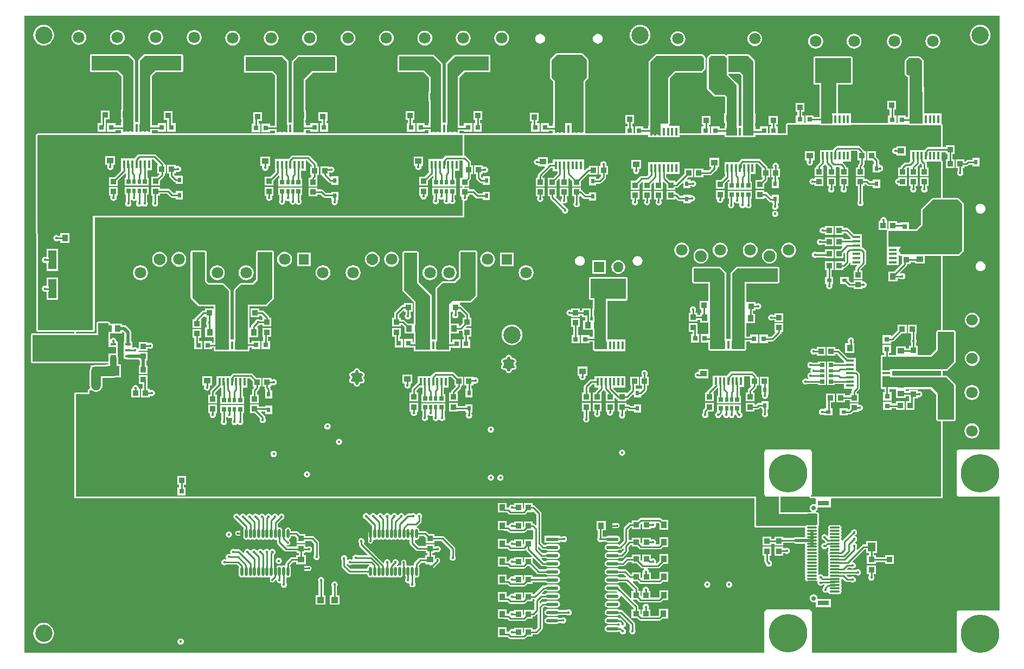
<source format=gtl>
G04*
G04 #@! TF.GenerationSoftware,Altium Limited,Altium Designer,19.1.9 (167)*
G04*
G04 Layer_Physical_Order=1*
G04 Layer_Color=255*
%FSLAX25Y25*%
%MOIN*%
G70*
G01*
G75*
%ADD15C,0.01000*%
%ADD17R,0.07284X0.05906*%
%ADD18R,0.22441X0.06299*%
%ADD19R,0.07087X0.03150*%
%ADD20R,0.06299X0.01181*%
%ADD21O,0.06299X0.01181*%
%ADD22C,0.23622*%
%ADD23R,0.03347X0.03347*%
%ADD24R,0.01772X0.05158*%
%ADD25R,0.03937X0.03543*%
%ADD26R,0.03347X0.03347*%
%ADD27R,0.03150X0.03150*%
%ADD28R,0.03543X0.03937*%
%ADD29R,0.02362X0.03150*%
%ADD30R,0.03150X0.02362*%
%ADD31R,0.03150X0.03150*%
%ADD32O,0.01772X0.05512*%
%ADD33R,0.02520X0.02756*%
%ADD34R,0.01968X0.02756*%
%ADD35R,0.04921X0.11417*%
%ADD36R,0.03347X0.01378*%
%ADD37R,0.04528X0.05512*%
%ADD38R,0.05158X0.01772*%
%ADD39R,0.02756X0.02520*%
%ADD40R,0.02756X0.01968*%
%ADD41O,0.07677X0.02165*%
%ADD42R,0.07677X0.02165*%
%ADD51R,0.15748X0.10433*%
%ADD66R,0.10433X0.15748*%
%ADD82R,0.03937X0.03937*%
%ADD83R,0.03937X0.03937*%
%ADD84C,0.03937*%
%ADD85C,0.01968*%
%ADD86C,0.05906*%
%ADD87C,0.02756*%
%ADD88C,0.07087*%
%ADD89R,0.07087X0.07087*%
%ADD90C,0.08678*%
%ADD91R,0.08678X0.08678*%
%ADD92C,0.10630*%
%ADD93R,0.07087X0.07087*%
%ADD94C,0.06299*%
%ADD95R,0.06299X0.06299*%
%ADD96R,0.06299X0.06299*%
%ADD97C,0.01772*%
G36*
X600833Y392959D02*
X600833Y126332D01*
X575984D01*
X575399Y126216D01*
X574903Y125885D01*
X574571Y125388D01*
X574455Y124803D01*
Y98819D01*
X574571Y98234D01*
X574903Y97737D01*
X575399Y97406D01*
X575984Y97290D01*
X600833D01*
X600833Y27514D01*
X575984D01*
X575399Y27397D01*
X574903Y27066D01*
X574571Y26570D01*
X574455Y25984D01*
Y1529D01*
X485388Y1529D01*
Y26378D01*
X485271Y26963D01*
X484940Y27459D01*
X484444Y27791D01*
X483858Y27907D01*
X457874D01*
X457289Y27791D01*
X456793Y27459D01*
X456461Y26963D01*
X456345Y26378D01*
Y1529D01*
X1529Y1529D01*
X1529Y392959D01*
X600833Y392959D01*
D02*
G37*
%LPC*%
G36*
X318504Y381931D02*
X317719Y381828D01*
X316987Y381525D01*
X316359Y381043D01*
X315877Y380415D01*
X315574Y379683D01*
X315470Y378898D01*
X315574Y378112D01*
X315877Y377381D01*
X316359Y376752D01*
X316987Y376270D01*
X317719Y375967D01*
X318504Y375864D01*
X319289Y375967D01*
X320021Y376270D01*
X320649Y376752D01*
X321131Y377381D01*
X321434Y378112D01*
X321538Y378898D01*
X321434Y379683D01*
X321131Y380415D01*
X320649Y381043D01*
X320021Y381525D01*
X319289Y381828D01*
X318504Y381931D01*
D02*
G37*
G36*
X353937Y381931D02*
X353152Y381828D01*
X352420Y381525D01*
X351792Y381043D01*
X351310Y380415D01*
X351007Y379683D01*
X350903Y378898D01*
X351007Y378112D01*
X351310Y377381D01*
X351792Y376752D01*
X352420Y376270D01*
X353152Y375967D01*
X353937Y375864D01*
X354722Y375967D01*
X355454Y376270D01*
X356082Y376752D01*
X356564Y377381D01*
X356868Y378112D01*
X356971Y378898D01*
X356868Y379683D01*
X356564Y380415D01*
X356082Y381043D01*
X355454Y381525D01*
X354722Y381828D01*
X353937Y381931D01*
D02*
G37*
G36*
X105905Y384267D02*
X104719Y384111D01*
X103614Y383654D01*
X102665Y382925D01*
X101937Y381976D01*
X101479Y380871D01*
X101323Y379685D01*
X101479Y378499D01*
X101937Y377394D01*
X102665Y376445D01*
X103614Y375716D01*
X104719Y375259D01*
X105905Y375102D01*
X107092Y375259D01*
X108197Y375716D01*
X109146Y376445D01*
X109874Y377394D01*
X110332Y378499D01*
X110488Y379685D01*
X110332Y380871D01*
X109874Y381976D01*
X109146Y382925D01*
X108197Y383654D01*
X107092Y384111D01*
X105905Y384267D01*
D02*
G37*
G36*
X82284D02*
X81097Y384111D01*
X79992Y383654D01*
X79043Y382925D01*
X78315Y381976D01*
X77857Y380871D01*
X77701Y379685D01*
X77857Y378499D01*
X78315Y377394D01*
X79043Y376445D01*
X79992Y375716D01*
X81097Y375259D01*
X82284Y375102D01*
X83469Y375259D01*
X84575Y375716D01*
X85524Y376445D01*
X86252Y377394D01*
X86710Y378499D01*
X86866Y379685D01*
X86710Y380871D01*
X86252Y381976D01*
X85524Y382925D01*
X84575Y383654D01*
X83469Y384111D01*
X82284Y384267D01*
D02*
G37*
G36*
X58661D02*
X57475Y384111D01*
X56370Y383654D01*
X55421Y382925D01*
X54693Y381976D01*
X54235Y380871D01*
X54079Y379685D01*
X54235Y378499D01*
X54693Y377394D01*
X55421Y376445D01*
X56370Y375716D01*
X57475Y375259D01*
X58661Y375102D01*
X59847Y375259D01*
X60953Y375716D01*
X61902Y376445D01*
X62630Y377394D01*
X63088Y378499D01*
X63244Y379685D01*
X63088Y380871D01*
X62630Y381976D01*
X61902Y382925D01*
X60953Y383654D01*
X59847Y384111D01*
X58661Y384267D01*
D02*
G37*
G36*
X35039D02*
X33853Y384111D01*
X32748Y383654D01*
X31799Y382925D01*
X31071Y381976D01*
X30613Y380871D01*
X30457Y379685D01*
X30613Y378499D01*
X31071Y377394D01*
X31799Y376445D01*
X32748Y375716D01*
X33853Y375259D01*
X35039Y375102D01*
X36225Y375259D01*
X37331Y375716D01*
X38280Y376445D01*
X39008Y377394D01*
X39466Y378499D01*
X39622Y379685D01*
X39466Y380871D01*
X39008Y381976D01*
X38280Y382925D01*
X37331Y383654D01*
X36225Y384111D01*
X35039Y384267D01*
D02*
G37*
G36*
X588976Y387448D02*
X587738Y387326D01*
X586548Y386965D01*
X585451Y386379D01*
X584489Y385589D01*
X583700Y384628D01*
X583114Y383531D01*
X582753Y382340D01*
X582631Y381102D01*
X582753Y379864D01*
X583114Y378674D01*
X583700Y377577D01*
X584489Y376615D01*
X585451Y375826D01*
X586548Y375240D01*
X587738Y374879D01*
X588976Y374757D01*
X590214Y374879D01*
X591405Y375240D01*
X592502Y375826D01*
X593463Y376615D01*
X594252Y377577D01*
X594839Y378674D01*
X595200Y379864D01*
X595322Y381102D01*
X595200Y382340D01*
X594839Y383531D01*
X594252Y384628D01*
X593463Y385589D01*
X592502Y386379D01*
X591405Y386965D01*
X590214Y387326D01*
X588976Y387448D01*
D02*
G37*
G36*
X379921D02*
X378683Y387326D01*
X377493Y386965D01*
X376396Y386379D01*
X375434Y385589D01*
X374645Y384628D01*
X374059Y383531D01*
X373698Y382340D01*
X373576Y381102D01*
X373698Y379864D01*
X374059Y378674D01*
X374645Y377577D01*
X375434Y376615D01*
X376396Y375826D01*
X377493Y375240D01*
X378683Y374879D01*
X379921Y374757D01*
X381159Y374879D01*
X382350Y375240D01*
X383447Y375826D01*
X384408Y376615D01*
X385197Y377577D01*
X385784Y378674D01*
X386145Y379864D01*
X386267Y381102D01*
X386145Y382340D01*
X385784Y383531D01*
X385197Y384628D01*
X384408Y385589D01*
X383447Y386379D01*
X382350Y386965D01*
X381159Y387326D01*
X379921Y387448D01*
D02*
G37*
G36*
X13386D02*
X12148Y387326D01*
X10958Y386965D01*
X9860Y386379D01*
X8899Y385589D01*
X8110Y384628D01*
X7523Y383531D01*
X7162Y382340D01*
X7040Y381102D01*
X7162Y379864D01*
X7523Y378674D01*
X8110Y377577D01*
X8899Y376615D01*
X9860Y375826D01*
X10958Y375240D01*
X12148Y374879D01*
X13386Y374757D01*
X14624Y374879D01*
X15814Y375240D01*
X16911Y375826D01*
X17873Y376615D01*
X18662Y377577D01*
X19248Y378674D01*
X19609Y379864D01*
X19731Y381102D01*
X19609Y382340D01*
X19248Y383531D01*
X18662Y384628D01*
X17873Y385589D01*
X16911Y386379D01*
X15814Y386965D01*
X14624Y387326D01*
X13386Y387448D01*
D02*
G37*
G36*
X294882Y383874D02*
X293696Y383718D01*
X292591Y383260D01*
X291642Y382532D01*
X290913Y381583D01*
X290456Y380477D01*
X290299Y379291D01*
X290456Y378105D01*
X290913Y377000D01*
X291642Y376051D01*
X292591Y375323D01*
X293696Y374865D01*
X294882Y374709D01*
X296068Y374865D01*
X297173Y375323D01*
X298122Y376051D01*
X298850Y377000D01*
X299308Y378105D01*
X299464Y379291D01*
X299308Y380477D01*
X298850Y381583D01*
X298122Y382532D01*
X297173Y383260D01*
X296068Y383718D01*
X294882Y383874D01*
D02*
G37*
G36*
X271260D02*
X270074Y383718D01*
X268969Y383260D01*
X268020Y382532D01*
X267291Y381583D01*
X266833Y380477D01*
X266677Y379291D01*
X266833Y378105D01*
X267291Y377000D01*
X268020Y376051D01*
X268969Y375323D01*
X270074Y374865D01*
X271260Y374709D01*
X272446Y374865D01*
X273551Y375323D01*
X274500Y376051D01*
X275228Y377000D01*
X275686Y378105D01*
X275842Y379291D01*
X275686Y380477D01*
X275228Y381583D01*
X274500Y382532D01*
X273551Y383260D01*
X272446Y383718D01*
X271260Y383874D01*
D02*
G37*
G36*
X247638D02*
X246452Y383718D01*
X245346Y383260D01*
X244397Y382532D01*
X243669Y381583D01*
X243211Y380477D01*
X243055Y379291D01*
X243211Y378105D01*
X243669Y377000D01*
X244397Y376051D01*
X245346Y375323D01*
X246452Y374865D01*
X247638Y374709D01*
X248824Y374865D01*
X249929Y375323D01*
X250878Y376051D01*
X251606Y377000D01*
X252064Y378105D01*
X252220Y379291D01*
X252064Y380477D01*
X251606Y381583D01*
X250878Y382532D01*
X249929Y383260D01*
X248824Y383718D01*
X247638Y383874D01*
D02*
G37*
G36*
X224016D02*
X222830Y383718D01*
X221725Y383260D01*
X220775Y382532D01*
X220047Y381583D01*
X219589Y380477D01*
X219433Y379291D01*
X219589Y378105D01*
X220047Y377000D01*
X220775Y376051D01*
X221725Y375323D01*
X222830Y374865D01*
X224016Y374709D01*
X225202Y374865D01*
X226307Y375323D01*
X227256Y376051D01*
X227984Y377000D01*
X228442Y378105D01*
X228598Y379291D01*
X228442Y380477D01*
X227984Y381583D01*
X227256Y382532D01*
X226307Y383260D01*
X225202Y383718D01*
X224016Y383874D01*
D02*
G37*
G36*
X200394D02*
X199208Y383718D01*
X198102Y383260D01*
X197153Y382532D01*
X196425Y381583D01*
X195967Y380477D01*
X195811Y379291D01*
X195967Y378105D01*
X196425Y377000D01*
X197153Y376051D01*
X198102Y375323D01*
X199208Y374865D01*
X200394Y374709D01*
X201580Y374865D01*
X202685Y375323D01*
X203634Y376051D01*
X204362Y377000D01*
X204820Y378105D01*
X204976Y379291D01*
X204820Y380477D01*
X204362Y381583D01*
X203634Y382532D01*
X202685Y383260D01*
X201580Y383718D01*
X200394Y383874D01*
D02*
G37*
G36*
X176772D02*
X175586Y383718D01*
X174480Y383260D01*
X173531Y382532D01*
X172803Y381583D01*
X172345Y380477D01*
X172189Y379291D01*
X172345Y378105D01*
X172803Y377000D01*
X173531Y376051D01*
X174480Y375323D01*
X175586Y374865D01*
X176772Y374709D01*
X177958Y374865D01*
X179063Y375323D01*
X180012Y376051D01*
X180740Y377000D01*
X181198Y378105D01*
X181354Y379291D01*
X181198Y380477D01*
X180740Y381583D01*
X180012Y382532D01*
X179063Y383260D01*
X177958Y383718D01*
X176772Y383874D01*
D02*
G37*
G36*
X153150D02*
X151964Y383718D01*
X150858Y383260D01*
X149909Y382532D01*
X149181Y381583D01*
X148723Y380477D01*
X148567Y379291D01*
X148723Y378105D01*
X149181Y377000D01*
X149909Y376051D01*
X150858Y375323D01*
X151964Y374865D01*
X153150Y374709D01*
X154336Y374865D01*
X155441Y375323D01*
X156390Y376051D01*
X157118Y377000D01*
X157576Y378105D01*
X157732Y379291D01*
X157576Y380477D01*
X157118Y381583D01*
X156390Y382532D01*
X155441Y383260D01*
X154336Y383718D01*
X153150Y383874D01*
D02*
G37*
G36*
X129528D02*
X128341Y383718D01*
X127236Y383260D01*
X126287Y382532D01*
X125559Y381583D01*
X125101Y380477D01*
X124945Y379291D01*
X125101Y378105D01*
X125559Y377000D01*
X126287Y376051D01*
X127236Y375323D01*
X128341Y374865D01*
X129528Y374709D01*
X130714Y374865D01*
X131819Y375323D01*
X132768Y376051D01*
X133496Y377000D01*
X133954Y378105D01*
X134110Y379291D01*
X133954Y380477D01*
X133496Y381583D01*
X132768Y382532D01*
X131819Y383260D01*
X130714Y383718D01*
X129528Y383874D01*
D02*
G37*
G36*
X450394Y383480D02*
X449208Y383324D01*
X448103Y382866D01*
X447153Y382138D01*
X446425Y381189D01*
X445967Y380084D01*
X445811Y378898D01*
X445967Y377712D01*
X446425Y376606D01*
X447153Y375657D01*
X448103Y374929D01*
X449208Y374471D01*
X450394Y374315D01*
X451580Y374471D01*
X452685Y374929D01*
X453634Y375657D01*
X454362Y376606D01*
X454820Y377712D01*
X454976Y378898D01*
X454820Y380084D01*
X454362Y381189D01*
X453634Y382138D01*
X452685Y382866D01*
X451580Y383324D01*
X450394Y383480D01*
D02*
G37*
G36*
X403150D02*
X401964Y383324D01*
X400858Y382866D01*
X399909Y382138D01*
X399181Y381189D01*
X398723Y380084D01*
X398567Y378898D01*
X398723Y377712D01*
X399181Y376606D01*
X399909Y375657D01*
X400858Y374929D01*
X401964Y374471D01*
X403150Y374315D01*
X404336Y374471D01*
X405441Y374929D01*
X406390Y375657D01*
X407118Y376606D01*
X407576Y377712D01*
X407732Y378898D01*
X407576Y380084D01*
X407118Y381189D01*
X406390Y382138D01*
X405441Y382866D01*
X404336Y383324D01*
X403150Y383480D01*
D02*
G37*
G36*
X511417Y381905D02*
X510231Y381749D01*
X509126Y381291D01*
X508177Y380563D01*
X507449Y379614D01*
X506991Y378509D01*
X506835Y377323D01*
X506991Y376137D01*
X507449Y375032D01*
X508177Y374082D01*
X509126Y373354D01*
X510231Y372897D01*
X511417Y372740D01*
X512603Y372897D01*
X513709Y373354D01*
X514658Y374082D01*
X515386Y375032D01*
X515844Y376137D01*
X516000Y377323D01*
X515844Y378509D01*
X515386Y379614D01*
X514658Y380563D01*
X513709Y381291D01*
X512603Y381749D01*
X511417Y381905D01*
D02*
G37*
G36*
X487795D02*
X486609Y381749D01*
X485504Y381291D01*
X484555Y380563D01*
X483827Y379614D01*
X483369Y378509D01*
X483213Y377323D01*
X483369Y376137D01*
X483827Y375032D01*
X484555Y374082D01*
X485504Y373354D01*
X486609Y372897D01*
X487795Y372740D01*
X488981Y372897D01*
X490087Y373354D01*
X491036Y374082D01*
X491764Y375032D01*
X492222Y376137D01*
X492378Y377323D01*
X492222Y378509D01*
X491764Y379614D01*
X491036Y380563D01*
X490087Y381291D01*
X488981Y381749D01*
X487795Y381905D01*
D02*
G37*
G36*
X559842Y381905D02*
X558657Y381749D01*
X557551Y381291D01*
X556602Y380563D01*
X555874Y379614D01*
X555416Y378509D01*
X555260Y377323D01*
X555416Y376137D01*
X555874Y375032D01*
X556602Y374082D01*
X557551Y373354D01*
X558657Y372897D01*
X559842Y372740D01*
X561029Y372897D01*
X562134Y373354D01*
X563083Y374082D01*
X563811Y375032D01*
X564269Y376137D01*
X564425Y377323D01*
X564269Y378509D01*
X563811Y379614D01*
X563083Y380563D01*
X562134Y381291D01*
X561029Y381749D01*
X559842Y381905D01*
D02*
G37*
G36*
X536221D02*
X535035Y381749D01*
X533929Y381291D01*
X532980Y380563D01*
X532252Y379614D01*
X531794Y378509D01*
X531638Y377323D01*
X531794Y376137D01*
X532252Y375032D01*
X532980Y374082D01*
X533929Y373354D01*
X535035Y372897D01*
X536221Y372740D01*
X537406Y372897D01*
X538512Y373354D01*
X539461Y374082D01*
X540189Y375032D01*
X540647Y376137D01*
X540803Y377323D01*
X540647Y378509D01*
X540189Y379614D01*
X539461Y380563D01*
X538512Y381291D01*
X537406Y381749D01*
X536221Y381905D01*
D02*
G37*
G36*
X344094Y369917D02*
X328740Y369917D01*
X328350Y369840D01*
X328019Y369619D01*
X324870Y366469D01*
X324649Y366138D01*
X324571Y365748D01*
X324571Y355118D01*
X324649Y354728D01*
X324870Y354397D01*
X324870Y354397D01*
X326539Y352727D01*
Y327004D01*
X326264D01*
Y325340D01*
X324031D01*
Y326945D01*
X318882D01*
Y321795D01*
X324031D01*
Y322282D01*
X326264D01*
Y320705D01*
X271886D01*
X271496Y320627D01*
X271376Y320547D01*
X271256Y320627D01*
X270866Y320705D01*
X269012D01*
Y322289D01*
X271638D01*
Y321874D01*
X276787D01*
Y327024D01*
X271638D01*
Y325348D01*
X269012D01*
Y327398D01*
X268736D01*
Y340339D01*
X269012D01*
Y346276D01*
X268736D01*
Y355089D01*
X272076Y358429D01*
X287008Y358429D01*
X287398Y358507D01*
X287729Y358728D01*
X287950Y359059D01*
X288028Y359449D01*
X288027Y368110D01*
X287950Y368500D01*
X287729Y368831D01*
X287398Y369052D01*
X287008Y369130D01*
X266142Y369130D01*
X265752Y369052D01*
X265421Y368831D01*
X260696Y364107D01*
X260475Y363776D01*
X260398Y363386D01*
Y327398D01*
X258500D01*
Y363386D01*
X258422Y363776D01*
X258201Y364107D01*
X253477Y368831D01*
X253146Y369052D01*
X252756Y369130D01*
X231890Y369130D01*
X231500Y369052D01*
X231169Y368831D01*
X230948Y368500D01*
X230870Y368110D01*
X230870Y359449D01*
X230948Y359059D01*
X231169Y358728D01*
X231500Y358507D01*
X231890Y358429D01*
X246822Y358429D01*
X250162Y355089D01*
Y346276D01*
X249886D01*
Y340339D01*
X250162D01*
Y327398D01*
X249886D01*
Y325734D01*
X247654D01*
Y326945D01*
X242504D01*
Y321795D01*
X247654D01*
Y322675D01*
X249886D01*
Y320705D01*
X174524D01*
Y322675D01*
X177150D01*
Y321874D01*
X182299D01*
Y327024D01*
X177150D01*
Y325734D01*
X174524D01*
Y327398D01*
X174248D01*
Y328921D01*
X174524D01*
Y334858D01*
X174248D01*
Y353515D01*
X178769Y358035D01*
X192520D01*
X192910Y358113D01*
X193241Y358334D01*
X193462Y358665D01*
X193539Y359055D01*
Y367717D01*
X193462Y368107D01*
X193241Y368438D01*
X192910Y368658D01*
X192520Y368736D01*
X170079Y368736D01*
X169689Y368658D01*
X169358Y368438D01*
X166208Y365288D01*
X165987Y364957D01*
X165910Y364567D01*
Y327398D01*
X164012D01*
Y364567D01*
X163934Y364957D01*
X163713Y365288D01*
X160564Y368438D01*
X160233Y368658D01*
X159843Y368736D01*
X137402Y368736D01*
X137011Y368658D01*
X136681Y368438D01*
X136460Y368107D01*
X136382Y367717D01*
Y359055D01*
X136460Y358665D01*
X136681Y358334D01*
X137011Y358113D01*
X137402Y358035D01*
X153908Y358035D01*
X155673Y356271D01*
Y334858D01*
X155398D01*
Y328921D01*
X155673D01*
Y327398D01*
X155398D01*
Y325506D01*
X152378D01*
Y326551D01*
X147228D01*
Y321402D01*
X152378D01*
Y322447D01*
X155398D01*
Y320705D01*
X80035D01*
Y322683D01*
X83449D01*
Y321874D01*
X88598D01*
Y327024D01*
X83449D01*
Y325742D01*
X80035D01*
Y327791D01*
X79760D01*
Y329315D01*
X80035D01*
Y335252D01*
X79760D01*
Y355877D01*
X82312Y358429D01*
X98032Y358429D01*
X98422Y358507D01*
X98752Y358728D01*
X98974Y359059D01*
X99051Y359449D01*
X99051Y368500D01*
X98974Y368891D01*
X98752Y369221D01*
X98422Y369442D01*
X98032Y369520D01*
X75590Y369520D01*
X75200Y369442D01*
X74870Y369221D01*
X74870Y369221D01*
X71720Y366072D01*
X71499Y365741D01*
X71421Y365351D01*
Y327791D01*
X69524D01*
Y365351D01*
X69446Y365741D01*
X69225Y366072D01*
X69225Y366072D01*
X66075Y369221D01*
X65745Y369442D01*
X65354Y369520D01*
X42913D01*
X42523Y369442D01*
X42192Y369221D01*
X41971Y368891D01*
X41894Y368500D01*
Y359449D01*
X41971Y359059D01*
X42192Y358728D01*
X42523Y358507D01*
X42913Y358429D01*
X58633Y358429D01*
X61185Y355877D01*
Y335252D01*
X60909D01*
Y329315D01*
X61185D01*
Y327791D01*
X60909D01*
Y325742D01*
X57496D01*
Y326945D01*
X52346D01*
Y321795D01*
X57496D01*
Y322683D01*
X60909D01*
Y320705D01*
X9803D01*
X9802Y320705D01*
X9801Y320705D01*
X9606Y320666D01*
X9413Y320627D01*
X9412Y320626D01*
X9411Y320626D01*
X9245Y320515D01*
X9082Y320406D01*
X9082Y320405D01*
X9081Y320405D01*
X8728Y320051D01*
X8727Y320050D01*
X8727Y320050D01*
X8619Y319887D01*
X8507Y319720D01*
X8507Y319719D01*
X8507Y319718D01*
X8469Y319528D01*
X8430Y319329D01*
X8431Y319328D01*
X8430Y319328D01*
X8823Y199603D01*
X8862Y199410D01*
X8901Y199216D01*
X8901Y199215D01*
X8902Y199213D01*
X9012Y199049D01*
X9122Y198885D01*
X9123Y198884D01*
X9124Y198883D01*
X9288Y198774D01*
X9452Y198664D01*
X9454Y198664D01*
X9455Y198663D01*
X9648Y198625D01*
X9843Y198587D01*
X32051D01*
Y197870D01*
X6693D01*
X6303Y197792D01*
X5972Y197571D01*
X5751Y197241D01*
X5673Y196850D01*
Y180315D01*
X5751Y179925D01*
X5972Y179594D01*
X6303Y179373D01*
X6693Y179295D01*
X53150D01*
X53207Y179248D01*
Y178559D01*
X51559D01*
Y178413D01*
X45571D01*
X44539Y178277D01*
X44309Y178182D01*
X42307D01*
Y176666D01*
X42118Y176420D01*
X41720Y175458D01*
X41584Y174426D01*
Y165748D01*
X41720Y164716D01*
X41893Y164299D01*
X41571Y163799D01*
X41181Y163722D01*
X40850Y163500D01*
X40629Y163170D01*
X40551Y162779D01*
Y161417D01*
X33071D01*
X32681Y161340D01*
X32350Y161119D01*
X32129Y160788D01*
X32051Y160398D01*
Y97244D01*
X32129Y96854D01*
X32350Y96523D01*
X32681Y96302D01*
X33071Y96224D01*
X95496D01*
X95575Y96240D01*
X100566D01*
X100646Y96224D01*
X450162Y96224D01*
X450162Y79363D01*
X450239Y78973D01*
X450460Y78642D01*
X450791Y78421D01*
X451181Y78344D01*
X481259Y78343D01*
X481376Y77758D01*
X481619Y77395D01*
X481376Y77031D01*
X481252Y76410D01*
X481376Y75790D01*
X481619Y75426D01*
X481376Y75063D01*
X481252Y74442D01*
X481376Y73821D01*
X481619Y73458D01*
X481376Y73094D01*
X481257Y72496D01*
X475591D01*
X475591Y72496D01*
X474816Y72342D01*
X474308Y72002D01*
X468028D01*
Y72654D01*
X462681D01*
Y71510D01*
X460547D01*
Y72654D01*
X455201D01*
Y67307D01*
X460547D01*
Y68451D01*
X462681D01*
Y67307D01*
X468028D01*
Y68943D01*
X474308D01*
X474816Y68603D01*
X475591Y68449D01*
X481270D01*
X481376Y67916D01*
X481619Y67552D01*
X481376Y67189D01*
X481252Y66568D01*
X481376Y65947D01*
X481619Y65584D01*
X481376Y65220D01*
X481252Y64599D01*
X481376Y63979D01*
X481619Y63615D01*
X481376Y63252D01*
X481252Y62631D01*
X481376Y62010D01*
X481619Y61647D01*
X481376Y61283D01*
X481252Y60662D01*
X481376Y60042D01*
X481619Y59678D01*
X481376Y59315D01*
X481252Y58694D01*
X481376Y58073D01*
X481619Y57710D01*
X481376Y57346D01*
X481252Y56725D01*
X481376Y56105D01*
X481619Y55741D01*
X481376Y55378D01*
X481252Y54757D01*
X481376Y54136D01*
X481619Y53773D01*
X481376Y53409D01*
X481252Y52788D01*
X481376Y52168D01*
X481619Y51804D01*
X481376Y51441D01*
X481252Y50820D01*
X481376Y50199D01*
X481619Y49836D01*
X481376Y49472D01*
X481252Y48851D01*
X481376Y48231D01*
X481619Y47867D01*
X481376Y47504D01*
X481252Y46883D01*
X481376Y46262D01*
X481727Y45736D01*
X482253Y45385D01*
X482874Y45261D01*
X487992D01*
X488613Y45385D01*
X488747Y45474D01*
X488965Y45345D01*
X489153Y45144D01*
X489022Y44488D01*
X489169Y43752D01*
X489585Y43129D01*
X490209Y42712D01*
X490945Y42565D01*
X491681Y42712D01*
X492305Y43129D01*
X492454Y43352D01*
X493095D01*
X493287Y42891D01*
X492842Y42445D01*
X492510Y41949D01*
X492394Y41364D01*
Y41263D01*
X492147Y40893D01*
X492000Y40157D01*
X492147Y39422D01*
X492564Y38798D01*
X493187Y38381D01*
X493923Y38235D01*
X494659Y38381D01*
X494996Y38606D01*
X495548Y38389D01*
X495555Y38379D01*
X495900Y37862D01*
X496427Y37511D01*
X497047Y37387D01*
X502165D01*
X502786Y37511D01*
X503312Y37862D01*
X503664Y38388D01*
X503787Y39009D01*
X503664Y39630D01*
X503421Y39993D01*
X503664Y40357D01*
X503787Y40977D01*
X503664Y41598D01*
X503421Y41962D01*
X503664Y42325D01*
X503787Y42946D01*
X503664Y43567D01*
X503421Y43930D01*
X503664Y44294D01*
X503787Y44914D01*
X503664Y45535D01*
X503421Y45899D01*
X503664Y46262D01*
X503787Y46883D01*
X503786Y46887D01*
X504247Y47133D01*
X506005Y45375D01*
X506501Y45044D01*
X507087Y44927D01*
X509524D01*
X509894Y44680D01*
X510630Y44534D01*
X511366Y44680D01*
X511989Y45097D01*
X512406Y45721D01*
X512553Y46457D01*
X512406Y47192D01*
X511989Y47816D01*
X511366Y48233D01*
X510630Y48379D01*
X509894Y48233D01*
X509524Y47986D01*
X507720D01*
X506910Y48796D01*
X507101Y49258D01*
X512674D01*
X513044Y49011D01*
X513779Y48865D01*
X514515Y49011D01*
X515139Y49428D01*
X515556Y50052D01*
X515702Y50787D01*
X515556Y51523D01*
X515139Y52147D01*
X514515Y52564D01*
X513779Y52710D01*
X513044Y52564D01*
X512674Y52317D01*
X507101D01*
X506910Y52779D01*
X507720Y53589D01*
X509524D01*
X509894Y53342D01*
X510630Y53195D01*
X511366Y53342D01*
X511989Y53759D01*
X512406Y54382D01*
X512553Y55118D01*
X512406Y55854D01*
X511989Y56478D01*
X511366Y56894D01*
X510687Y57029D01*
X510567Y57228D01*
X510469Y57519D01*
X517842Y64892D01*
X518882D01*
Y62665D01*
X520518D01*
Y61236D01*
X519374D01*
Y55890D01*
X524720D01*
Y57034D01*
X530398D01*
Y55890D01*
X535744D01*
Y61236D01*
X530398D01*
Y60092D01*
X524720D01*
Y61236D01*
X523577D01*
Y62665D01*
X525410D01*
Y70177D01*
X518882D01*
Y67951D01*
X517209D01*
X516623Y67834D01*
X516127Y67503D01*
X513447Y64822D01*
X512947Y65029D01*
Y65824D01*
X513194Y66193D01*
X513340Y66929D01*
X513194Y67665D01*
X512777Y68289D01*
X512153Y68706D01*
X511969Y69252D01*
X512108Y69474D01*
X512153Y69483D01*
X512777Y69900D01*
X513194Y70524D01*
X513340Y71260D01*
X513194Y71996D01*
X512777Y72619D01*
X512153Y73036D01*
X511974Y73072D01*
Y73582D01*
X512153Y73617D01*
X512777Y74034D01*
X513194Y74658D01*
X513340Y75394D01*
X513194Y76129D01*
X512777Y76753D01*
X512153Y77170D01*
X511417Y77316D01*
X510681Y77170D01*
X510058Y76753D01*
X509641Y76129D01*
X509554Y75693D01*
X504530Y70669D01*
X504222Y70209D01*
X504199Y70173D01*
X503754Y70340D01*
X503756Y70350D01*
X503787Y70505D01*
X503664Y71126D01*
X503421Y71489D01*
X503664Y71853D01*
X503787Y72473D01*
X503664Y73094D01*
X503421Y73458D01*
X503664Y73821D01*
X503787Y74442D01*
X503664Y75063D01*
X503421Y75426D01*
X503664Y75790D01*
X503787Y76410D01*
X503664Y77031D01*
X503421Y77395D01*
X503664Y77758D01*
X503787Y78379D01*
X503664Y79000D01*
X503312Y79526D01*
X502786Y79877D01*
X502165Y80001D01*
X497047D01*
X496427Y79877D01*
X495900Y79526D01*
X495549Y79000D01*
X495426Y78379D01*
X495549Y77758D01*
X495792Y77395D01*
X495549Y77031D01*
X495426Y76410D01*
X495549Y75790D01*
X495792Y75426D01*
X495549Y75063D01*
X495426Y74442D01*
X495549Y73821D01*
X495679Y73627D01*
X495511Y73336D01*
X494968Y73350D01*
X494667Y73800D01*
X494043Y74217D01*
X493307Y74364D01*
X492571Y74217D01*
X491948Y73800D01*
X491531Y73177D01*
X491384Y72441D01*
X491531Y71705D01*
X491948Y71081D01*
X492571Y70665D01*
X493007Y70578D01*
X494053Y69533D01*
X493351Y68831D01*
X493244Y68852D01*
X492508Y68706D01*
X491884Y68289D01*
X491467Y67665D01*
X491321Y66929D01*
X491467Y66193D01*
X491884Y65570D01*
X492508Y65153D01*
X493244Y65006D01*
X493979Y65153D01*
X494603Y65570D01*
X494981Y66135D01*
X494998Y66153D01*
X495541Y65988D01*
X495549Y65947D01*
X495792Y65584D01*
X495549Y65220D01*
X495426Y64599D01*
X495549Y63979D01*
X495659Y63814D01*
X495511Y63714D01*
X495180Y63218D01*
X495063Y62633D01*
X495180Y62048D01*
X495511Y61552D01*
X495661Y61451D01*
X495549Y61283D01*
X495426Y60662D01*
X495549Y60042D01*
X495792Y59678D01*
X495549Y59315D01*
X495426Y58694D01*
X495549Y58073D01*
X495792Y57710D01*
X495549Y57346D01*
X495426Y56725D01*
X495549Y56105D01*
X495792Y55741D01*
X495549Y55378D01*
X495426Y54757D01*
X495549Y54136D01*
X495792Y53773D01*
X495549Y53409D01*
X495426Y52788D01*
X495549Y52168D01*
X495792Y51804D01*
X495549Y51441D01*
X495426Y50820D01*
X495549Y50199D01*
X495792Y49836D01*
X495549Y49472D01*
X495426Y48851D01*
X495436Y48799D01*
X495119Y48412D01*
X492694D01*
X492304Y48997D01*
X491680Y49414D01*
X490944Y49560D01*
X490208Y49414D01*
X489959Y49248D01*
X489590Y49400D01*
X489461Y49516D01*
X489247Y49836D01*
X489490Y50199D01*
X489614Y50820D01*
X489490Y51441D01*
X489247Y51804D01*
X489490Y52168D01*
X489614Y52788D01*
X489490Y53409D01*
X489247Y53773D01*
X489490Y54136D01*
X489614Y54757D01*
X489490Y55378D01*
X489247Y55741D01*
X489490Y56105D01*
X489614Y56725D01*
X489490Y57346D01*
X489247Y57710D01*
X489490Y58073D01*
X489614Y58694D01*
X489490Y59315D01*
X489247Y59678D01*
X489490Y60042D01*
X489614Y60662D01*
X489490Y61283D01*
X489247Y61647D01*
X489490Y62010D01*
X489614Y62631D01*
X489490Y63252D01*
X489247Y63615D01*
X489490Y63979D01*
X489614Y64599D01*
X489490Y65220D01*
X489247Y65584D01*
X489490Y65947D01*
X489614Y66568D01*
X489490Y67189D01*
X489247Y67552D01*
X489490Y67916D01*
X489614Y68536D01*
X489490Y69157D01*
X489247Y69521D01*
X489490Y69884D01*
X489614Y70505D01*
X489490Y71126D01*
X489247Y71489D01*
X489490Y71853D01*
X489614Y72473D01*
X489490Y73094D01*
X489247Y73458D01*
X489490Y73821D01*
X489614Y74442D01*
X489490Y75063D01*
X489247Y75426D01*
X489490Y75790D01*
X489614Y76410D01*
X489490Y77031D01*
X489247Y77395D01*
X489490Y77758D01*
X489614Y78379D01*
X489490Y79000D01*
X489431Y79088D01*
X489482Y79304D01*
X489584Y79393D01*
X489697Y79469D01*
X489733Y79523D01*
X489782Y79565D01*
X489843Y79687D01*
X489918Y79800D01*
X489931Y79863D01*
X489960Y79921D01*
X489969Y80057D01*
X489996Y80190D01*
Y86614D01*
X489918Y87004D01*
X489697Y87335D01*
X489367Y87556D01*
X488976Y87634D01*
X488789D01*
X488613Y87751D01*
X488025Y87868D01*
X487974Y87955D01*
X487883Y88375D01*
X488329Y88672D01*
X488854Y89459D01*
X489039Y90387D01*
X489349Y90765D01*
X497063D01*
Y95724D01*
X497063Y95914D01*
X497435Y96224D01*
X564961D01*
X565351Y96302D01*
X565682Y96523D01*
X565903Y96854D01*
X565980Y97244D01*
Y143862D01*
X572835Y143862D01*
X573225Y143940D01*
X573556Y144161D01*
X573777Y144492D01*
X573854Y144882D01*
X573854Y166142D01*
X573777Y166532D01*
X573556Y166863D01*
X569028Y171390D01*
X568697Y171611D01*
X568307Y171689D01*
X565980D01*
Y174768D01*
X568307D01*
X568697Y174845D01*
X569028Y175066D01*
X573556Y179594D01*
X573777Y179925D01*
X573854Y180315D01*
X573854Y198819D01*
X573777Y199209D01*
X573556Y199540D01*
X573225Y199761D01*
X572835Y199838D01*
X565980D01*
X565980Y245437D01*
X566451Y245437D01*
X575591Y245437D01*
X575981Y245515D01*
X576311Y245736D01*
X578674Y248098D01*
X578895Y248429D01*
X578972Y248819D01*
X578972Y277165D01*
X578895Y277555D01*
X578674Y277886D01*
X575918Y280642D01*
X575587Y280863D01*
X575197Y280941D01*
X565980D01*
Y303311D01*
X565903Y303701D01*
X565682Y304032D01*
X565351Y304253D01*
X565075Y304308D01*
Y309199D01*
X567799D01*
Y308055D01*
X568943D01*
Y304642D01*
X567898D01*
Y299295D01*
X573244D01*
Y304642D01*
X572002D01*
Y308055D01*
X573146D01*
Y313402D01*
X567799D01*
Y312258D01*
X565980D01*
Y312992D01*
Y325752D01*
X565903Y326142D01*
X565682Y326473D01*
X565351Y326694D01*
X565075Y326749D01*
Y332909D01*
X554495D01*
X554136Y365366D01*
X554096Y365555D01*
X554058Y365744D01*
X554055Y365749D01*
X554054Y365755D01*
X553945Y365915D01*
X553837Y366075D01*
X552296Y367617D01*
X552296Y367617D01*
X551965Y367838D01*
X551575Y367916D01*
X545242D01*
X544852Y367838D01*
X544521Y367617D01*
X542980Y366075D01*
X542759Y365744D01*
X542681Y365354D01*
Y357087D01*
X542759Y356696D01*
X542980Y356366D01*
X543767Y355578D01*
X544098Y355357D01*
X544488Y355280D01*
X544650D01*
Y330624D01*
X543323D01*
Y331669D01*
X538173D01*
Y327004D01*
X537417D01*
Y331669D01*
X536372D01*
Y335221D01*
X537319D01*
Y340567D01*
X531973D01*
Y335221D01*
X533313D01*
Y331669D01*
X532268D01*
Y327004D01*
X509563D01*
Y332909D01*
X501413D01*
Y350555D01*
X509449D01*
X509839Y350633D01*
X510170Y350854D01*
X510391Y351185D01*
X510468Y351575D01*
Y366929D01*
X510391Y367319D01*
X510170Y367650D01*
X509839Y367871D01*
X509449Y367949D01*
X487402D01*
X487011Y367871D01*
X486681Y367650D01*
X486460Y367319D01*
X486382Y366929D01*
Y351575D01*
X486460Y351185D01*
X486681Y350854D01*
X487011Y350633D01*
X487402Y350555D01*
X490319D01*
Y330821D01*
X486630D01*
Y331866D01*
X481480D01*
Y327004D01*
X480724D01*
Y331866D01*
X479679D01*
Y334039D01*
X480823D01*
Y339386D01*
X475476D01*
Y334039D01*
X476620D01*
Y331866D01*
X475575D01*
Y327004D01*
X470472D01*
X470082Y326926D01*
X469752Y326705D01*
X469530Y326374D01*
X469453Y325984D01*
Y320705D01*
X464583D01*
Y325055D01*
X463537D01*
Y326165D01*
X464386D01*
Y331512D01*
X459039D01*
Y326165D01*
X460478D01*
Y325055D01*
X459433D01*
Y320705D01*
X458677D01*
Y325055D01*
X453528D01*
Y323380D01*
X450902D01*
Y325429D01*
X450626D01*
Y326953D01*
X450803D01*
Y332890D01*
X450626D01*
X450626Y364894D01*
X450548Y365284D01*
X450327Y365615D01*
X446718Y369225D01*
X446387Y369446D01*
X445997Y369524D01*
X434252Y369524D01*
X433862Y369446D01*
X433531Y369225D01*
X433310Y368894D01*
X433301Y368848D01*
X432758Y368684D01*
X432217Y369225D01*
X431886Y369446D01*
X431496Y369524D01*
X423622D01*
X423232Y369446D01*
X422901Y369225D01*
X421326Y367650D01*
X421105Y367319D01*
X421028Y366929D01*
Y359055D01*
Y348425D01*
X421105Y348035D01*
X421326Y347704D01*
X425263Y343767D01*
X425594Y343546D01*
X425984Y343469D01*
X431629D01*
X432051Y343046D01*
Y332890D01*
X431677D01*
Y326953D01*
X432051D01*
Y325429D01*
X431776D01*
Y323766D01*
X428756D01*
Y324976D01*
X423606D01*
Y320705D01*
X422850D01*
Y324976D01*
X422100D01*
Y326165D01*
X423244D01*
Y331512D01*
X417898D01*
Y326165D01*
X419041D01*
Y324976D01*
X417701D01*
Y320705D01*
X404051D01*
Y325429D01*
X397738D01*
X397586Y325929D01*
X397768Y326051D01*
X397989Y326381D01*
X398067Y326772D01*
Y326953D01*
X398146D01*
Y332890D01*
X398067D01*
X398067Y354597D01*
X401505Y358035D01*
X417717D01*
X418107Y358113D01*
X418437Y358334D01*
X420012Y359909D01*
X420233Y360240D01*
X420311Y360630D01*
Y366929D01*
X420233Y367319D01*
X420012Y367650D01*
X418437Y369225D01*
X418437Y369225D01*
X418107Y369446D01*
X417717Y369524D01*
X390158Y369524D01*
X389767Y369446D01*
X389437Y369225D01*
X385500Y365288D01*
X385279Y364957D01*
X385201Y364567D01*
Y325429D01*
X384925D01*
Y323766D01*
X381906D01*
Y324976D01*
X376756D01*
Y320705D01*
X376000D01*
Y324976D01*
X375151D01*
Y326559D01*
X376295D01*
Y331906D01*
X370949D01*
Y326559D01*
X372093D01*
Y324976D01*
X370850D01*
Y320705D01*
X346663D01*
X346284Y321205D01*
X346295Y321260D01*
Y352727D01*
X347965Y354397D01*
X348186Y354728D01*
X348264Y355118D01*
X348264Y365748D01*
X348186Y366138D01*
X347965Y366469D01*
X344815Y369619D01*
X344485Y369840D01*
X344094Y369917D01*
D02*
G37*
G36*
X282988Y334268D02*
X277642D01*
Y328921D01*
X278589D01*
Y327024D01*
X277543D01*
Y321874D01*
X282693D01*
Y327024D01*
X281647D01*
Y328921D01*
X282988D01*
Y334268D01*
D02*
G37*
G36*
X187713Y333874D02*
X182366D01*
Y328528D01*
X184100D01*
Y327024D01*
X183055D01*
Y321874D01*
X188205D01*
Y327024D01*
X187159D01*
Y328528D01*
X187713D01*
Y333874D01*
D02*
G37*
G36*
X92437Y334268D02*
X87090D01*
Y328921D01*
X89325D01*
Y325524D01*
X89354Y325376D01*
Y321874D01*
X94504D01*
Y327024D01*
X92384D01*
Y328921D01*
X92437D01*
Y334268D01*
D02*
G37*
G36*
X317634Y333480D02*
X312287D01*
Y328134D01*
X313431D01*
Y326945D01*
X312976D01*
Y321795D01*
X318126D01*
Y326945D01*
X316490D01*
Y328134D01*
X317634D01*
Y333480D01*
D02*
G37*
G36*
X241256Y334268D02*
X235910D01*
Y328921D01*
X237053D01*
Y326945D01*
X236598D01*
Y321795D01*
X241748D01*
Y326945D01*
X240112D01*
Y328921D01*
X241256D01*
Y334268D01*
D02*
G37*
G36*
X53854Y334661D02*
X48508D01*
Y330963D01*
X48478Y330815D01*
Y326945D01*
X46441D01*
Y321795D01*
X51591D01*
Y326945D01*
X51537D01*
Y329315D01*
X53854D01*
Y334661D01*
D02*
G37*
G36*
X147555Y333874D02*
X142209D01*
Y328528D01*
X142368D01*
Y326551D01*
X141323D01*
Y321402D01*
X146472D01*
Y326551D01*
X145427D01*
Y328528D01*
X147555D01*
Y333874D01*
D02*
G37*
G36*
X588439Y305575D02*
X584077D01*
Y304529D01*
X581533D01*
X580948Y304413D01*
X580452Y304081D01*
X579869Y303498D01*
X579347D01*
Y304642D01*
X574000D01*
Y299295D01*
X575144D01*
Y297562D01*
X574897Y297193D01*
X574751Y296457D01*
X574897Y295721D01*
X575314Y295097D01*
X575937Y294680D01*
X576673Y294534D01*
X577409Y294680D01*
X578033Y295097D01*
X578450Y295721D01*
X578596Y296457D01*
X578450Y297193D01*
X578203Y297562D01*
Y299295D01*
X579347D01*
Y300439D01*
X580502D01*
X581087Y300555D01*
X581583Y300887D01*
X582167Y301471D01*
X584077D01*
Y300425D01*
X588439D01*
Y305575D01*
D02*
G37*
G36*
X589134Y277443D02*
X588349Y277340D01*
X587617Y277037D01*
X586989Y276555D01*
X586507Y275926D01*
X586203Y275195D01*
X586100Y274410D01*
X586203Y273624D01*
X586507Y272892D01*
X586989Y272264D01*
X587617Y271782D01*
X588349Y271479D01*
X589134Y271376D01*
X589919Y271479D01*
X590651Y271782D01*
X591279Y272264D01*
X591761Y272892D01*
X592064Y273624D01*
X592168Y274410D01*
X592064Y275195D01*
X591761Y275926D01*
X591279Y276555D01*
X590651Y277037D01*
X589919Y277340D01*
X589134Y277443D01*
D02*
G37*
G36*
X589134Y242010D02*
X588349Y241907D01*
X587617Y241604D01*
X586989Y241122D01*
X586507Y240493D01*
X586203Y239762D01*
X586100Y238976D01*
X586203Y238191D01*
X586507Y237459D01*
X586989Y236831D01*
X587617Y236349D01*
X588349Y236046D01*
X589134Y235943D01*
X589919Y236046D01*
X590651Y236349D01*
X591279Y236831D01*
X591761Y237459D01*
X592064Y238191D01*
X592168Y238976D01*
X592064Y239762D01*
X591761Y240493D01*
X591279Y241122D01*
X590651Y241604D01*
X589919Y241907D01*
X589134Y242010D01*
D02*
G37*
G36*
X584016Y210488D02*
X582830Y210332D01*
X581725Y209874D01*
X580775Y209146D01*
X580047Y208197D01*
X579589Y207092D01*
X579433Y205906D01*
X579589Y204719D01*
X580047Y203614D01*
X580775Y202665D01*
X581725Y201937D01*
X582830Y201479D01*
X584016Y201323D01*
X585202Y201479D01*
X586307Y201937D01*
X587256Y202665D01*
X587984Y203614D01*
X588442Y204719D01*
X588598Y205906D01*
X588442Y207092D01*
X587984Y208197D01*
X587256Y209146D01*
X586307Y209874D01*
X585202Y210332D01*
X584016Y210488D01*
D02*
G37*
G36*
Y186866D02*
X582830Y186710D01*
X581725Y186252D01*
X580775Y185524D01*
X580047Y184575D01*
X579589Y183469D01*
X579433Y182283D01*
X579589Y181097D01*
X580047Y179992D01*
X580775Y179043D01*
X581725Y178315D01*
X582830Y177857D01*
X584016Y177701D01*
X585202Y177857D01*
X586307Y178315D01*
X587256Y179043D01*
X587984Y179992D01*
X588442Y181097D01*
X588598Y182283D01*
X588442Y183469D01*
X587984Y184575D01*
X587256Y185524D01*
X586307Y186252D01*
X585202Y186710D01*
X584016Y186866D01*
D02*
G37*
G36*
X583858Y166000D02*
X582672Y165844D01*
X581567Y165386D01*
X580618Y164658D01*
X579890Y163709D01*
X579432Y162603D01*
X579276Y161417D01*
X579432Y160231D01*
X579890Y159126D01*
X580618Y158177D01*
X581567Y157449D01*
X582672Y156991D01*
X583858Y156835D01*
X585044Y156991D01*
X586150Y157449D01*
X587099Y158177D01*
X587827Y159126D01*
X588285Y160231D01*
X588441Y161417D01*
X588285Y162603D01*
X587827Y163709D01*
X587099Y164658D01*
X586150Y165386D01*
X585044Y165844D01*
X583858Y166000D01*
D02*
G37*
G36*
Y142378D02*
X582672Y142222D01*
X581567Y141764D01*
X580618Y141036D01*
X579890Y140086D01*
X579432Y138981D01*
X579276Y137795D01*
X579432Y136609D01*
X579890Y135504D01*
X580618Y134555D01*
X581567Y133827D01*
X582672Y133369D01*
X583858Y133213D01*
X585044Y133369D01*
X586150Y133827D01*
X587099Y134555D01*
X587827Y135504D01*
X588285Y136609D01*
X588441Y137795D01*
X588285Y138981D01*
X587827Y140086D01*
X587099Y141036D01*
X586150Y141764D01*
X585044Y142222D01*
X583858Y142378D01*
D02*
G37*
G36*
X244094Y87356D02*
X243359Y87209D01*
X242735Y86793D01*
X242573Y86550D01*
X242073D01*
X241911Y86793D01*
X241287Y87209D01*
X240551Y87356D01*
X239815Y87209D01*
X239446Y86962D01*
X237355D01*
X236769Y86846D01*
X236273Y86515D01*
X235452Y85693D01*
X234909Y85858D01*
X234847Y86169D01*
X234431Y86793D01*
X233807Y87209D01*
X233071Y87356D01*
X232335Y87209D01*
X231711Y86793D01*
X231294Y86169D01*
X231285Y86123D01*
X231063Y85984D01*
X230517Y86169D01*
X230100Y86793D01*
X229476Y87209D01*
X228740Y87356D01*
X228004Y87209D01*
X227381Y86793D01*
X226964Y86169D01*
X226948Y86090D01*
X226737Y85961D01*
X226186Y86169D01*
X225769Y86793D01*
X225145Y87209D01*
X224410Y87356D01*
X223674Y87209D01*
X223050Y86793D01*
X222633Y86169D01*
X222276Y85983D01*
X222082Y85961D01*
X221871Y86091D01*
X221855Y86169D01*
X221438Y86793D01*
X220815Y87209D01*
X220079Y87356D01*
X219343Y87209D01*
X218719Y86793D01*
X218302Y86169D01*
X217756Y85984D01*
X217534Y86123D01*
X217524Y86169D01*
X217108Y86793D01*
X216484Y87209D01*
X215748Y87356D01*
X215012Y87209D01*
X214388Y86793D01*
X213972Y86169D01*
X213418Y85949D01*
X213200Y86085D01*
X213194Y86117D01*
X212777Y86741D01*
X212153Y87158D01*
X211417Y87304D01*
X210682Y87158D01*
X210058Y86741D01*
X209641Y86117D01*
X209494Y85382D01*
X209641Y84646D01*
X210058Y84022D01*
X210682Y83605D01*
X211118Y83518D01*
X215301Y79335D01*
Y77582D01*
X215054Y77212D01*
X214916Y76517D01*
X214895Y76467D01*
X214408Y76109D01*
X214272Y76136D01*
X213686Y76019D01*
X213190Y75688D01*
X212859Y75192D01*
X212742Y74606D01*
Y70079D01*
X212859Y69494D01*
X213190Y68997D01*
X213686Y68666D01*
X214272Y68549D01*
X214857Y68666D01*
X215353Y68997D01*
X215685Y69494D01*
X215801Y70079D01*
Y70601D01*
X216301Y70919D01*
X216831Y70814D01*
X217566Y70960D01*
X218110Y71323D01*
X218654Y70960D01*
X219390Y70814D01*
X220126Y70960D01*
X220669Y71323D01*
X221213Y70960D01*
X221949Y70814D01*
X222685Y70960D01*
X223228Y71323D01*
X223772Y70960D01*
X224508Y70814D01*
X225244Y70960D01*
X225787Y71323D01*
X226331Y70960D01*
X227067Y70814D01*
X227803Y70960D01*
X228346Y71323D01*
X228890Y70960D01*
X229626Y70814D01*
X230362Y70960D01*
X230906Y71323D01*
X231449Y70960D01*
X232185Y70814D01*
X232921Y70960D01*
X233465Y71323D01*
X234008Y70960D01*
X234744Y70814D01*
X235480Y70960D01*
X236024Y71323D01*
X236567Y70960D01*
X237303Y70814D01*
X237833Y70919D01*
X238333Y70601D01*
Y68799D01*
X238449Y68214D01*
X238781Y67718D01*
X242127Y64371D01*
X242623Y64040D01*
X243209Y63923D01*
X248114D01*
Y62779D01*
X249258D01*
Y61335D01*
X247819D01*
Y59797D01*
X244882D01*
X244297Y59681D01*
X243800Y59349D01*
X241340Y56889D01*
X241008Y56392D01*
X240892Y55807D01*
Y55384D01*
X240392Y55065D01*
X239862Y55171D01*
X239126Y55024D01*
X238583Y54661D01*
X238039Y55024D01*
X237303Y55171D01*
X236675Y55046D01*
X236175Y55318D01*
Y57087D01*
X236059Y57672D01*
X235727Y58168D01*
X235231Y58500D01*
X234646Y58616D01*
X234060Y58500D01*
X233564Y58168D01*
X233233Y57672D01*
X233116Y57087D01*
Y55449D01*
X232616Y55085D01*
X232185Y55171D01*
X231449Y55024D01*
X231014Y54734D01*
X230596Y54986D01*
X230591Y55463D01*
X230986Y55727D01*
X231402Y56351D01*
X231549Y57087D01*
X231402Y57822D01*
X230986Y58446D01*
X230362Y58863D01*
X229626Y59009D01*
X228890Y58863D01*
X228266Y58446D01*
X227850Y57822D01*
X227763Y57386D01*
X226811Y56434D01*
X226350Y56681D01*
X226431Y57087D01*
X226284Y57822D01*
X225868Y58446D01*
X225244Y58863D01*
X224508Y59009D01*
X223772Y58863D01*
X223148Y58446D01*
X222731Y57822D01*
X222585Y57087D01*
X222645Y56784D01*
X222184Y56538D01*
X210191Y68532D01*
Y68973D01*
X210438Y69343D01*
X210584Y70079D01*
X210438Y70815D01*
X210021Y71438D01*
X209397Y71855D01*
X208661Y72001D01*
X207926Y71855D01*
X207302Y71438D01*
X206885Y70815D01*
X206739Y70079D01*
X206885Y69343D01*
X207132Y68973D01*
Y67898D01*
X207248Y67313D01*
X207580Y66817D01*
X212563Y61834D01*
X212371Y61372D01*
X206224D01*
X205854Y61619D01*
X205118Y61765D01*
X204382Y61619D01*
X203759Y61202D01*
X203342Y60578D01*
X203195Y59842D01*
X203342Y59107D01*
X203367Y59069D01*
X203151Y58651D01*
X202675Y58619D01*
X202311Y58863D01*
X201575Y59009D01*
X200839Y58863D01*
X200215Y58446D01*
X199808Y58713D01*
X199954Y59449D01*
X199808Y60185D01*
X199391Y60808D01*
X198767Y61225D01*
X198031Y61372D01*
X197296Y61225D01*
X196672Y60808D01*
X196255Y60185D01*
X196109Y59449D01*
X196255Y58713D01*
X196502Y58343D01*
Y54724D01*
X196618Y54139D01*
X196950Y53643D01*
X200296Y50296D01*
X200793Y49965D01*
X201378Y49849D01*
X212349D01*
Y49508D01*
X212495Y48772D01*
X212912Y48148D01*
X213536Y47732D01*
X214272Y47585D01*
X215007Y47732D01*
X215551Y48095D01*
X216095Y47732D01*
X216831Y47585D01*
X217566Y47732D01*
X218110Y48095D01*
X218654Y47732D01*
X219390Y47585D01*
X220126Y47732D01*
X220669Y48095D01*
X221213Y47732D01*
X221949Y47585D01*
X222685Y47732D01*
X223228Y48095D01*
X223772Y47732D01*
X224508Y47585D01*
X225244Y47732D01*
X225787Y48095D01*
X226331Y47732D01*
X227067Y47585D01*
X227803Y47732D01*
X228346Y48095D01*
X228890Y47732D01*
X229626Y47585D01*
X230362Y47732D01*
X230906Y48095D01*
X231449Y47732D01*
X232185Y47585D01*
X232921Y47732D01*
X233545Y48148D01*
X233962Y48772D01*
X234100Y49467D01*
X234121Y49517D01*
X234608Y49876D01*
X234744Y49849D01*
X234880Y49876D01*
X235367Y49517D01*
X235388Y49467D01*
X235527Y48772D01*
X235774Y48402D01*
Y47168D01*
X235527Y46799D01*
X235380Y46063D01*
X235527Y45327D01*
X235944Y44703D01*
X236567Y44287D01*
X237303Y44140D01*
X237689Y44217D01*
X238114Y43792D01*
X238061Y43527D01*
X238208Y42792D01*
X238625Y42168D01*
X239248Y41751D01*
X239984Y41605D01*
X240720Y41751D01*
X241344Y42168D01*
X241761Y42792D01*
X241907Y43527D01*
X241761Y44263D01*
X241514Y44633D01*
Y47291D01*
X242014Y47666D01*
X242421Y47585D01*
X243157Y47732D01*
X243781Y48148D01*
X244198Y48772D01*
X244344Y49508D01*
Y53248D01*
X244198Y53984D01*
X243951Y54353D01*
Y55174D01*
X245515Y56738D01*
X247819D01*
Y55791D01*
X250515D01*
X250706Y55329D01*
X249706Y54330D01*
X249374Y53833D01*
X249258Y53248D01*
X249374Y52663D01*
X249706Y52167D01*
X250202Y51835D01*
X250787Y51719D01*
X251373Y51835D01*
X251869Y52167D01*
X256593Y56891D01*
X256925Y57387D01*
X257041Y57972D01*
Y58268D01*
X256925Y58853D01*
X256593Y59349D01*
X256097Y59681D01*
X255512Y59797D01*
X254926Y59681D01*
X254430Y59349D01*
X254256Y59088D01*
X253756Y59240D01*
Y61335D01*
X252317D01*
Y62779D01*
X253461D01*
Y63530D01*
X254406D01*
X254776Y63283D01*
X255512Y63136D01*
X256248Y63283D01*
X256871Y63700D01*
X257288Y64323D01*
X257435Y65059D01*
X257288Y65795D01*
X256871Y66419D01*
X256248Y66835D01*
X255512Y66982D01*
X254776Y66835D01*
X254406Y66588D01*
X253461D01*
Y68126D01*
X248114D01*
Y66982D01*
X243842D01*
X241392Y69433D01*
Y70601D01*
X241892Y70919D01*
X242421Y70814D01*
X243157Y70960D01*
X243781Y71377D01*
X244198Y72000D01*
X244344Y72736D01*
Y73077D01*
X247103D01*
X248114Y72066D01*
Y68882D01*
X253461D01*
Y70026D01*
X257887D01*
X263255Y64658D01*
Y60931D01*
X263008Y60561D01*
X262861Y59825D01*
X263008Y59090D01*
X263424Y58466D01*
X264048Y58049D01*
X264784Y57903D01*
X265520Y58049D01*
X266144Y58466D01*
X266561Y59090D01*
X266707Y59825D01*
X266561Y60561D01*
X266314Y60931D01*
Y65291D01*
X266197Y65877D01*
X265865Y66373D01*
X259602Y72637D01*
X259105Y72968D01*
X258520Y73084D01*
X253461D01*
Y74228D01*
X250277D01*
X248818Y75688D01*
X248322Y76019D01*
X247736Y76136D01*
X244344D01*
Y76476D01*
X244198Y77212D01*
X243781Y77836D01*
X243157Y78253D01*
X242584Y78367D01*
Y78877D01*
X242711Y78902D01*
X243207Y79233D01*
X245152Y81178D01*
X245484Y81675D01*
X245600Y82260D01*
Y84292D01*
X245871Y84697D01*
X246017Y85433D01*
X245871Y86169D01*
X245454Y86793D01*
X244830Y87209D01*
X244094Y87356D01*
D02*
G37*
G36*
X159449Y86962D02*
X158713Y86816D01*
X158089Y86399D01*
X157758Y85903D01*
X157655Y85875D01*
X157306D01*
X157202Y85903D01*
X156871Y86399D01*
X156248Y86816D01*
X155512Y86962D01*
X154776Y86816D01*
X154152Y86399D01*
X153821Y85903D01*
X153718Y85875D01*
X153369D01*
X153266Y85903D01*
X152934Y86399D01*
X152311Y86816D01*
X151575Y86962D01*
X150839Y86816D01*
X150215Y86399D01*
X149884Y85903D01*
X149781Y85875D01*
X149432D01*
X149328Y85903D01*
X148997Y86399D01*
X148374Y86816D01*
X147638Y86962D01*
X146902Y86816D01*
X146278Y86399D01*
X145947Y85903D01*
X145844Y85875D01*
X145495D01*
X145391Y85903D01*
X145060Y86399D01*
X144437Y86816D01*
X143701Y86962D01*
X142965Y86816D01*
X142341Y86399D01*
X142010Y85903D01*
X141907Y85875D01*
X141558D01*
X141455Y85903D01*
X141123Y86399D01*
X140500Y86816D01*
X139764Y86962D01*
X139028Y86816D01*
X138404Y86399D01*
X138073Y85903D01*
X137970Y85875D01*
X137621D01*
X137517Y85903D01*
X137186Y86399D01*
X136563Y86816D01*
X135827Y86962D01*
X135091Y86816D01*
X134467Y86399D01*
X134136Y85903D01*
X134033Y85875D01*
X133684D01*
X133581Y85903D01*
X133249Y86399D01*
X132626Y86816D01*
X131890Y86962D01*
X131154Y86816D01*
X130530Y86399D01*
X130113Y85775D01*
X129967Y85039D01*
X130113Y84304D01*
X130530Y83680D01*
X131154Y83263D01*
X131577Y83179D01*
X136327Y78429D01*
Y77582D01*
X136080Y77212D01*
X135964Y76631D01*
X135918Y76562D01*
X135643Y76354D01*
X135433Y76266D01*
X135100Y76332D01*
X132677D01*
X132092Y76216D01*
X131596Y75885D01*
X131264Y75388D01*
X131148Y74803D01*
X131264Y74218D01*
X131596Y73722D01*
X132092Y73390D01*
X132677Y73274D01*
X134592D01*
X134712Y73193D01*
X135297Y73077D01*
X135433Y73104D01*
X135921Y72746D01*
X135942Y72695D01*
X136080Y72000D01*
X136497Y71377D01*
X137120Y70960D01*
X137856Y70814D01*
X138592Y70960D01*
X139136Y71323D01*
X139680Y70960D01*
X140415Y70814D01*
X141151Y70960D01*
X141695Y71323D01*
X142239Y70960D01*
X142974Y70814D01*
X143710Y70960D01*
X144254Y71323D01*
X144798Y70960D01*
X145534Y70814D01*
X146269Y70960D01*
X146813Y71323D01*
X147357Y70960D01*
X148092Y70814D01*
X148828Y70960D01*
X149372Y71323D01*
X149916Y70960D01*
X150652Y70814D01*
X151387Y70960D01*
X151931Y71323D01*
X152475Y70960D01*
X153211Y70814D01*
X153946Y70960D01*
X154490Y71323D01*
X155034Y70960D01*
X155770Y70814D01*
X156299Y70919D01*
X156799Y70601D01*
Y69227D01*
X156916Y68642D01*
X157247Y68146D01*
X161306Y64087D01*
X161802Y63755D01*
X162388Y63639D01*
X168980D01*
Y62779D01*
X170124D01*
Y61335D01*
X168685D01*
Y60092D01*
X166043D01*
X165458Y59976D01*
X164962Y59644D01*
X162415Y57097D01*
X162083Y56601D01*
X161967Y56016D01*
Y55351D01*
X161467Y55056D01*
X160888Y55171D01*
X160152Y55024D01*
X159608Y54661D01*
X159065Y55024D01*
X158329Y55171D01*
X157593Y55024D01*
X156969Y54608D01*
X156552Y53984D01*
X156414Y53289D01*
X156393Y53239D01*
X155906Y52880D01*
X155770Y52907D01*
X155633Y52880D01*
X155146Y53239D01*
X155125Y53289D01*
X154987Y53984D01*
X154740Y54353D01*
Y61654D01*
X155178Y61947D01*
X155178Y61947D01*
X155297Y62026D01*
X155713Y62650D01*
X155860Y63386D01*
X155713Y64122D01*
X155297Y64745D01*
X154673Y65162D01*
X153937Y65309D01*
X153201Y65162D01*
X152577Y64745D01*
X152415Y64503D01*
X151915D01*
X151753Y64745D01*
X151129Y65162D01*
X150394Y65309D01*
X149658Y65162D01*
X149034Y64745D01*
X148703Y64250D01*
X148600Y64222D01*
X148250D01*
X148147Y64250D01*
X147816Y64745D01*
X147193Y65162D01*
X146457Y65309D01*
X145721Y65162D01*
X145097Y64745D01*
X144766Y64250D01*
X144663Y64222D01*
X144314D01*
X144210Y64250D01*
X143879Y64745D01*
X143255Y65162D01*
X142520Y65309D01*
X141784Y65162D01*
X141160Y64745D01*
X140829Y64250D01*
X140726Y64222D01*
X140376D01*
X140273Y64250D01*
X139942Y64745D01*
X139319Y65162D01*
X138583Y65309D01*
X137847Y65162D01*
X137223Y64745D01*
X136806Y64122D01*
X136660Y63386D01*
X136705Y63162D01*
X136313Y62592D01*
X136215Y62575D01*
X134312Y64478D01*
X133816Y64810D01*
X133230Y64926D01*
X131010D01*
X130657Y65162D01*
X129921Y65309D01*
X129185Y65162D01*
X128562Y64745D01*
X128145Y64122D01*
X127998Y63386D01*
X128145Y62650D01*
X128385Y62291D01*
X128024Y61930D01*
X127901Y62013D01*
X127165Y62159D01*
X126429Y62013D01*
X125806Y61596D01*
X125389Y60972D01*
X125243Y60236D01*
X125389Y59500D01*
X125629Y59141D01*
X125268Y58781D01*
X125145Y58863D01*
X124409Y59009D01*
X123674Y58863D01*
X123050Y58446D01*
X122633Y57822D01*
X122487Y57087D01*
X122633Y56351D01*
X123050Y55727D01*
X123674Y55310D01*
X124409Y55164D01*
X125145Y55310D01*
X125515Y55557D01*
X132214D01*
X133628Y54144D01*
X133521Y53984D01*
X133375Y53248D01*
Y49508D01*
X133521Y48772D01*
X133938Y48148D01*
X134561Y47732D01*
X135297Y47585D01*
X136033Y47732D01*
X136577Y48095D01*
X137120Y47732D01*
X137856Y47585D01*
X138592Y47732D01*
X139136Y48095D01*
X139680Y47732D01*
X140415Y47585D01*
X141151Y47732D01*
X141695Y48095D01*
X142239Y47732D01*
X142974Y47585D01*
X143710Y47732D01*
X144254Y48095D01*
X144798Y47732D01*
X145534Y47585D01*
X146269Y47732D01*
X146813Y48095D01*
X147357Y47732D01*
X148092Y47585D01*
X148828Y47732D01*
X149372Y48095D01*
X149916Y47732D01*
X150652Y47585D01*
X151387Y47732D01*
X151931Y48095D01*
X152475Y47732D01*
X152621Y47193D01*
X152524Y47047D01*
X152408Y46462D01*
Y46093D01*
X152524Y45508D01*
X152856Y45012D01*
X153352Y44681D01*
X153937Y44564D01*
X154522Y44681D01*
X155018Y45012D01*
X155350Y45508D01*
X155401Y45763D01*
X155899Y46261D01*
X156199Y46156D01*
X156386Y46041D01*
X156522Y45358D01*
X156939Y44734D01*
X157562Y44317D01*
X158298Y44171D01*
X158822Y44275D01*
X158889Y44239D01*
X159215Y43883D01*
X159215Y43882D01*
X159100Y43307D01*
X159247Y42571D01*
X159664Y41947D01*
X160287Y41531D01*
X161023Y41384D01*
X161759Y41531D01*
X162383Y41947D01*
X162800Y42571D01*
X162946Y43307D01*
X162800Y44043D01*
X162553Y44412D01*
Y47282D01*
X163053Y47664D01*
X163447Y47585D01*
X164183Y47732D01*
X164806Y48148D01*
X165223Y48772D01*
X165370Y49508D01*
Y53248D01*
X165223Y53984D01*
X165025Y54280D01*
Y55382D01*
X166677Y57034D01*
X168685D01*
Y55791D01*
X174622D01*
Y61335D01*
X173183D01*
Y62779D01*
X174327D01*
Y63431D01*
X175273D01*
X175642Y63184D01*
X176378Y63038D01*
X177114Y63184D01*
X177738Y63601D01*
X178154Y64225D01*
X178301Y64961D01*
X178154Y65696D01*
X177738Y66320D01*
X177114Y66737D01*
X176378Y66883D01*
X175642Y66737D01*
X175273Y66490D01*
X174327D01*
Y68126D01*
X168980D01*
Y66698D01*
X163021D01*
X162653Y67066D01*
X162742Y67250D01*
X162948Y67478D01*
X163447Y67379D01*
X164032Y67496D01*
X164528Y67827D01*
X164860Y68323D01*
X164976Y68909D01*
X164860Y69494D01*
X164528Y69990D01*
X164037Y70481D01*
X164147Y70842D01*
X164232Y70993D01*
X164806Y71377D01*
X165223Y72000D01*
X165370Y72736D01*
Y73077D01*
X167969D01*
X168980Y72066D01*
Y68882D01*
X174327D01*
Y70026D01*
X177822D01*
X179573Y68275D01*
Y61405D01*
X179326Y61036D01*
X179180Y60300D01*
X179326Y59564D01*
X179743Y58940D01*
X180367Y58523D01*
X181102Y58377D01*
X181838Y58523D01*
X182462Y58940D01*
X182879Y59564D01*
X183025Y60300D01*
X182879Y61036D01*
X182632Y61405D01*
Y68909D01*
X182515Y69494D01*
X182184Y69990D01*
X179537Y72637D01*
X179041Y72968D01*
X178456Y73084D01*
X174327D01*
Y74228D01*
X171143D01*
X169684Y75688D01*
X169188Y76019D01*
X168602Y76136D01*
X165370D01*
Y76476D01*
X165223Y77212D01*
X164806Y77836D01*
X164183Y78253D01*
X163447Y78399D01*
X162711Y78253D01*
X162087Y77836D01*
X161670Y77212D01*
X161534Y76528D01*
X161503Y76461D01*
X161024Y76119D01*
X160888Y76147D01*
X160751Y76119D01*
X160273Y76461D01*
X160241Y76528D01*
X160105Y77212D01*
X159688Y77836D01*
X159065Y78253D01*
X158329Y78399D01*
X157799Y78294D01*
X157299Y78612D01*
Y80727D01*
X159749Y83176D01*
X160185Y83263D01*
X160808Y83680D01*
X161225Y84304D01*
X161372Y85039D01*
X161225Y85775D01*
X160808Y86399D01*
X160185Y86816D01*
X159449Y86962D01*
D02*
G37*
G36*
X297949Y93520D02*
X292406D01*
Y87583D01*
X296301D01*
X296449Y87553D01*
X298224D01*
X299080Y86698D01*
X299576Y86366D01*
X300161Y86250D01*
X308547D01*
X309133Y86366D01*
X309629Y86698D01*
X310809Y87878D01*
X313992D01*
Y88022D01*
X314454Y88214D01*
X316187Y86481D01*
Y79936D01*
X315725Y79745D01*
X315058Y80412D01*
X314562Y80744D01*
X313992Y80857D01*
Y82201D01*
X308646D01*
Y79083D01*
X308367Y78859D01*
X307890Y79069D01*
Y82201D01*
X302543D01*
Y81290D01*
X302043Y81023D01*
X301917Y81107D01*
X301181Y81253D01*
X300445Y81107D01*
X299821Y80690D01*
X299405Y80067D01*
X299379Y79939D01*
X298795Y79562D01*
X298661Y79588D01*
X297949D01*
Y82496D01*
X292406D01*
Y76559D01*
X296301D01*
X296449Y76530D01*
X298028D01*
X298989Y75568D01*
X299485Y75237D01*
X300071Y75120D01*
X308441D01*
X309026Y75237D01*
X309522Y75568D01*
X310809Y76854D01*
X313992D01*
X314219Y76448D01*
Y71583D01*
X313992Y71177D01*
X308646D01*
Y68135D01*
X308385Y67932D01*
X307890Y68155D01*
Y71177D01*
X302543D01*
Y70463D01*
X302043Y70196D01*
X301917Y70280D01*
X301181Y70427D01*
X300445Y70280D01*
X299821Y69863D01*
X299405Y69240D01*
X299352Y68976D01*
X298858Y68565D01*
X297949D01*
Y71472D01*
X292406D01*
Y65535D01*
X296301D01*
X296449Y65506D01*
X298224D01*
X299080Y64651D01*
X299576Y64319D01*
X300161Y64203D01*
X308547D01*
X309133Y64319D01*
X309392Y64493D01*
X309829Y64477D01*
X310007Y64322D01*
X310238Y63978D01*
X313562Y60654D01*
X313354Y60154D01*
X308646D01*
Y57112D01*
X308385Y56909D01*
X307890Y57131D01*
Y60154D01*
X302543D01*
Y59439D01*
X302043Y59172D01*
X301917Y59257D01*
X301181Y59403D01*
X300445Y59257D01*
X299821Y58840D01*
X299405Y58216D01*
X299352Y57953D01*
X298858Y57541D01*
X297949D01*
Y60449D01*
X292406D01*
Y54512D01*
X296301D01*
X296449Y54482D01*
X298224D01*
X299080Y53627D01*
X299576Y53296D01*
X300161Y53179D01*
X308547D01*
X309133Y53296D01*
X309629Y53627D01*
X310809Y54807D01*
X311829D01*
X316517Y50119D01*
X317013Y49788D01*
X317598Y49671D01*
X321743D01*
X322416Y49222D01*
X323228Y49061D01*
X328740D01*
X329553Y49222D01*
X330242Y49683D01*
X330702Y50371D01*
X330864Y51184D01*
X330702Y51997D01*
X330242Y52686D01*
X329553Y53146D01*
X328740Y53307D01*
X323228D01*
X322416Y53146D01*
X321794Y52730D01*
X318232D01*
X313992Y56970D01*
Y59516D01*
X314492Y59723D01*
X319096Y55119D01*
X319592Y54788D01*
X320177Y54671D01*
X321743D01*
X322416Y54222D01*
X323228Y54061D01*
X328740D01*
X329553Y54222D01*
X330242Y54682D01*
X330702Y55371D01*
X330864Y56184D01*
X330702Y56997D01*
X330242Y57686D01*
X329553Y58146D01*
X328740Y58307D01*
X323228D01*
X322416Y58146D01*
X321794Y57730D01*
X320811D01*
X319369Y59171D01*
X319577Y59671D01*
X321743D01*
X322416Y59222D01*
X323228Y59061D01*
X328740D01*
X329553Y59222D01*
X330242Y59683D01*
X330702Y60371D01*
X330864Y61184D01*
X330702Y61997D01*
X330242Y62686D01*
X329553Y63146D01*
X328740Y63307D01*
X323228D01*
X322416Y63146D01*
X321794Y62730D01*
X319748D01*
X317277Y65200D01*
Y66343D01*
X317739Y66535D01*
X319155Y65119D01*
X319651Y64788D01*
X320236Y64671D01*
X321743D01*
X322416Y64222D01*
X323228Y64061D01*
X328740D01*
X329553Y64222D01*
X330242Y64683D01*
X330702Y65371D01*
X330864Y66184D01*
X330702Y66997D01*
X330242Y67686D01*
X329553Y68146D01*
X328740Y68308D01*
X323228D01*
X322416Y68146D01*
X321794Y67730D01*
X320870D01*
X319246Y69354D01*
Y87114D01*
X319129Y87699D01*
X318798Y88196D01*
X315361Y91633D01*
X314865Y91964D01*
X314280Y92081D01*
X313992D01*
Y93224D01*
X308646D01*
Y90182D01*
X308385Y89979D01*
X307890Y90202D01*
Y93224D01*
X302543D01*
Y92510D01*
X302043Y92243D01*
X301917Y92328D01*
X301181Y92474D01*
X300445Y92328D01*
X299821Y91911D01*
X299405Y91287D01*
X299352Y91023D01*
X298858Y90612D01*
X297949D01*
Y93520D01*
D02*
G37*
G36*
X365748Y81057D02*
X361319D01*
X360734Y80941D01*
X360238Y80609D01*
X359906Y80113D01*
X359789Y79528D01*
X359906Y78942D01*
X360238Y78446D01*
X360734Y78115D01*
X361319Y77998D01*
X365748D01*
X366333Y78115D01*
X366829Y78446D01*
X367161Y78942D01*
X367277Y79528D01*
X367161Y80113D01*
X366829Y80609D01*
X366333Y80941D01*
X365748Y81057D01*
D02*
G37*
G36*
X392012Y84222D02*
X380429D01*
X379844Y84106D01*
X379348Y83774D01*
X378168Y82595D01*
X374984D01*
Y81451D01*
X373721D01*
X373135Y81334D01*
X372639Y81003D01*
X370178Y78542D01*
X369847Y78046D01*
X369730Y77461D01*
Y70319D01*
X367158Y67747D01*
X366561Y68146D01*
X365748Y68308D01*
X360236D01*
X359424Y68146D01*
X358735Y67686D01*
X358274Y66997D01*
X358113Y66184D01*
X358274Y65371D01*
X358735Y64683D01*
X359424Y64222D01*
X360236Y64061D01*
X365748D01*
X366561Y64222D01*
X367233Y64671D01*
X367776D01*
X368361Y64788D01*
X368857Y65119D01*
X369268Y65531D01*
X369730Y65339D01*
Y64472D01*
X367988Y62730D01*
X367183D01*
X366561Y63146D01*
X365748Y63307D01*
X360236D01*
X359424Y63146D01*
X358735Y62686D01*
X358274Y61997D01*
X358113Y61184D01*
X358274Y60371D01*
X358735Y59683D01*
X359424Y59222D01*
X360236Y59061D01*
X365748D01*
X366561Y59222D01*
X367233Y59671D01*
X368622D01*
X369207Y59788D01*
X369704Y60119D01*
X372341Y62757D01*
X372673Y63253D01*
X372789Y63839D01*
Y66296D01*
X374255Y67762D01*
X374984D01*
Y66618D01*
X378168D01*
X379348Y65438D01*
X379844Y65107D01*
X380429Y64990D01*
X392012D01*
X392597Y65107D01*
X393093Y65438D01*
X393978Y66323D01*
X397358D01*
Y72260D01*
X391815D01*
Y68486D01*
X391378Y68049D01*
X389763D01*
X389527Y68490D01*
X389571Y68555D01*
X389717Y69291D01*
X389571Y70027D01*
X389154Y70651D01*
X388530Y71068D01*
X387794Y71214D01*
X387059Y71068D01*
X386933Y70984D01*
X386433Y71251D01*
Y71965D01*
X381087D01*
Y68942D01*
X380592Y68720D01*
X380331Y68923D01*
Y71965D01*
X374984D01*
Y70821D01*
X373622D01*
X373289Y70754D01*
X372789Y71095D01*
Y76827D01*
X374354Y78392D01*
X374984D01*
Y77248D01*
X380331D01*
Y80290D01*
X380592Y80493D01*
X381087Y80270D01*
Y77248D01*
X386433D01*
Y77961D01*
X386933Y78229D01*
X387059Y78145D01*
X387794Y77999D01*
X388530Y78145D01*
X389154Y78562D01*
X389571Y79185D01*
X389717Y79921D01*
X389571Y80657D01*
X389527Y80723D01*
X389763Y81164D01*
X391378D01*
X391815Y80727D01*
Y76953D01*
X397358D01*
Y82890D01*
X393978D01*
X393093Y83774D01*
X392597Y84106D01*
X392012Y84222D01*
D02*
G37*
G36*
X127165Y75938D02*
X126429Y75792D01*
X125806Y75375D01*
X125389Y74752D01*
X125243Y74016D01*
X125389Y73280D01*
X125806Y72656D01*
X126429Y72239D01*
X127165Y72093D01*
X127901Y72239D01*
X128525Y72656D01*
X128942Y73280D01*
X129088Y74016D01*
X128942Y74752D01*
X128525Y75375D01*
X127901Y75792D01*
X127165Y75938D01*
D02*
G37*
G36*
X330823Y73267D02*
X321146D01*
Y69101D01*
X330823D01*
Y69701D01*
X332010D01*
X332335Y69483D01*
X333071Y69337D01*
X333807Y69483D01*
X334431Y69900D01*
X334847Y70524D01*
X334994Y71260D01*
X334847Y71996D01*
X334431Y72619D01*
X333807Y73036D01*
X333071Y73183D01*
X332335Y73036D01*
X331921Y72760D01*
X330823D01*
Y73267D01*
D02*
G37*
G36*
X358776Y82496D02*
X353232D01*
Y76559D01*
X353982D01*
Y72365D01*
X353735Y71996D01*
X353589Y71260D01*
X353735Y70524D01*
X354152Y69900D01*
X354776Y69483D01*
X355512Y69337D01*
X356248Y69483D01*
X356617Y69730D01*
X358703D01*
X358735Y69683D01*
X359424Y69222D01*
X360236Y69061D01*
X365748D01*
X366561Y69222D01*
X367250Y69683D01*
X367710Y70371D01*
X367871Y71184D01*
X367710Y71997D01*
X367250Y72686D01*
X366561Y73146D01*
X365748Y73308D01*
X360236D01*
X359424Y73146D01*
X358890Y72789D01*
X357041D01*
Y76559D01*
X358776D01*
Y82496D01*
D02*
G37*
G36*
X468028Y66551D02*
X462681D01*
Y61205D01*
X468028D01*
Y62575D01*
X468973D01*
X469343Y62328D01*
X470079Y62182D01*
X470815Y62328D01*
X471438Y62745D01*
X471855Y63369D01*
X472002Y64105D01*
X471855Y64841D01*
X471438Y65464D01*
X470815Y65881D01*
X470079Y66028D01*
X469343Y65881D01*
X468973Y65634D01*
X468028D01*
Y66551D01*
D02*
G37*
G36*
X397358Y62024D02*
X391815D01*
Y57856D01*
X390310Y56351D01*
X389815Y56394D01*
X389588Y56829D01*
X389718Y57480D01*
X389572Y58216D01*
X389155Y58840D01*
X388531Y59257D01*
X387795Y59403D01*
X387059Y59257D01*
X386933Y59172D01*
X386433Y59439D01*
Y61728D01*
X381087D01*
Y58203D01*
X380610Y57993D01*
X380331Y58217D01*
Y61728D01*
X374984D01*
Y60191D01*
X371909D01*
X371324Y60074D01*
X370828Y59743D01*
X368799Y57713D01*
X367208D01*
X366561Y58146D01*
X365748Y58307D01*
X360236D01*
X359424Y58146D01*
X358735Y57686D01*
X358274Y56997D01*
X358113Y56184D01*
X358274Y55371D01*
X358735Y54682D01*
X359424Y54222D01*
X360236Y54061D01*
X365748D01*
X366561Y54222D01*
X367208Y54655D01*
X369432D01*
X370017Y54771D01*
X370514Y55103D01*
X372543Y57132D01*
X374984D01*
Y56382D01*
X377774D01*
X380438Y53718D01*
X380934Y53386D01*
X381520Y53270D01*
X382267D01*
X382418Y52770D01*
X382105Y52560D01*
X381688Y51937D01*
X381542Y51201D01*
X381564Y51091D01*
X381246Y50705D01*
X381087D01*
Y47682D01*
X380592Y47460D01*
X380331Y47663D01*
Y50705D01*
X374984D01*
Y49462D01*
X374354D01*
X371534Y52282D01*
X371038Y52614D01*
X370453Y52730D01*
X367183D01*
X366561Y53146D01*
X365748Y53307D01*
X360236D01*
X359424Y53146D01*
X358735Y52686D01*
X358274Y51997D01*
X358113Y51184D01*
X358274Y50371D01*
X358735Y49683D01*
X359424Y49222D01*
X360236Y49061D01*
X365748D01*
X366561Y49222D01*
X367233Y49671D01*
X369819D01*
X371299Y48192D01*
X371107Y47730D01*
X367183D01*
X366561Y48146D01*
X365748Y48307D01*
X360236D01*
X359424Y48146D01*
X358735Y47686D01*
X358274Y46997D01*
X358113Y46184D01*
X358274Y45371D01*
X358735Y44682D01*
X359424Y44222D01*
X360236Y44061D01*
X365748D01*
X366561Y44222D01*
X367233Y44671D01*
X371276D01*
X375849Y40099D01*
Y39287D01*
X374705D01*
Y35043D01*
X374243Y34852D01*
X367862Y41233D01*
X367710Y41997D01*
X367250Y42686D01*
X366561Y43146D01*
X365748Y43308D01*
X360236D01*
X359424Y43146D01*
X358735Y42686D01*
X358274Y41997D01*
X358113Y41184D01*
X358274Y40371D01*
X358735Y39682D01*
X359424Y39222D01*
X360236Y39061D01*
X365632D01*
X365838Y38796D01*
X365811Y38654D01*
X365627Y38307D01*
X360236D01*
X359424Y38146D01*
X358735Y37686D01*
X358274Y36997D01*
X358113Y36184D01*
X358274Y35371D01*
X358735Y34683D01*
X359424Y34222D01*
X360236Y34061D01*
X365748D01*
X366561Y34222D01*
X367250Y34683D01*
X367710Y35371D01*
X367871Y36184D01*
X367870Y36192D01*
X368331Y36439D01*
X375849Y28921D01*
Y28087D01*
X374705D01*
Y22740D01*
X377888D01*
X379068Y21560D01*
X379564Y21229D01*
X380150Y21112D01*
X391732D01*
X392318Y21229D01*
X392814Y21560D01*
X393698Y22445D01*
X397079D01*
Y28382D01*
X391535D01*
Y24608D01*
X391099Y24171D01*
X386154D01*
Y28087D01*
X385323D01*
X385104Y28587D01*
X385241Y28792D01*
X385387Y29528D01*
X385241Y30263D01*
X384824Y30887D01*
X384200Y31304D01*
X383465Y31450D01*
X382729Y31304D01*
X382105Y30887D01*
X381688Y30263D01*
X381542Y29528D01*
X381688Y28792D01*
X381825Y28587D01*
X381606Y28087D01*
X380807D01*
Y25064D01*
X380312Y24842D01*
X380051Y25045D01*
Y28087D01*
X378907D01*
Y29554D01*
X378791Y30139D01*
X378459Y30636D01*
X375616Y33479D01*
X375807Y33941D01*
X377888D01*
X379068Y32761D01*
X379564Y32430D01*
X380150Y32313D01*
X392012D01*
X392597Y32430D01*
X393093Y32761D01*
X393978Y33646D01*
X397358D01*
Y39583D01*
X391815D01*
Y35809D01*
X391378Y35372D01*
X386154D01*
Y39287D01*
X385706D01*
X385313Y39787D01*
X385387Y40157D01*
X385240Y40893D01*
X384823Y41517D01*
X384200Y41934D01*
X383464Y42080D01*
X382728Y41934D01*
X382104Y41517D01*
X381687Y40893D01*
X381541Y40157D01*
X381615Y39787D01*
X381222Y39287D01*
X380807D01*
Y36265D01*
X380312Y36042D01*
X380051Y36245D01*
Y39287D01*
X378907D01*
Y40732D01*
X378791Y41317D01*
X378459Y41814D01*
X375415Y44858D01*
X375622Y45358D01*
X378168D01*
X379348Y44178D01*
X379844Y43847D01*
X380429Y43730D01*
X392012D01*
X392597Y43847D01*
X393093Y44178D01*
X393978Y45063D01*
X397358D01*
Y51000D01*
X391815D01*
Y47226D01*
X391378Y46789D01*
X386433D01*
Y50705D01*
X385683D01*
X385366Y51091D01*
X385387Y51201D01*
X385241Y51937D01*
X384824Y52560D01*
X384511Y52770D01*
X384662Y53270D01*
X390921D01*
X391507Y53386D01*
X392003Y53718D01*
X394372Y56087D01*
X397358D01*
Y62024D01*
D02*
G37*
G36*
X157874Y59797D02*
X157138Y59650D01*
X156514Y59234D01*
X156098Y58610D01*
X155951Y57874D01*
X156098Y57138D01*
X156514Y56514D01*
X157138Y56098D01*
X157874Y55951D01*
X158610Y56098D01*
X159234Y56514D01*
X159650Y57138D01*
X159797Y57874D01*
X159650Y58610D01*
X159234Y59234D01*
X158610Y59650D01*
X157874Y59797D01*
D02*
G37*
G36*
X460547Y66551D02*
X455201D01*
Y61205D01*
X456345D01*
Y57614D01*
X456461Y57029D01*
X456793Y56533D01*
X457140Y56185D01*
X457279Y55489D01*
X457695Y54865D01*
X458319Y54448D01*
X459055Y54302D01*
X459791Y54448D01*
X460415Y54865D01*
X460831Y55489D01*
X460978Y56224D01*
X460831Y56960D01*
X460415Y57584D01*
X459791Y58001D01*
X459616Y58036D01*
X459403Y58248D01*
Y61205D01*
X460547D01*
Y66551D01*
D02*
G37*
G36*
X171949Y55073D02*
X171364Y54956D01*
X170867Y54625D01*
X170572Y54330D01*
X170241Y53833D01*
X170124Y53248D01*
X170241Y52663D01*
X170572Y52167D01*
X171068Y51835D01*
X171653Y51719D01*
X171949Y51777D01*
X172244Y51719D01*
X176378D01*
X176963Y51835D01*
X177459Y52167D01*
X177791Y52663D01*
X177907Y53248D01*
X177791Y53833D01*
X177459Y54330D01*
X176963Y54661D01*
X176378Y54777D01*
X172802D01*
X172534Y54956D01*
X171949Y55073D01*
D02*
G37*
G36*
X524720Y55134D02*
X519374D01*
Y49787D01*
X520518D01*
Y48743D01*
X520271Y48374D01*
X520124Y47638D01*
X520271Y46902D01*
X520688Y46278D01*
X521311Y45861D01*
X522047Y45715D01*
X522783Y45861D01*
X523407Y46278D01*
X523824Y46902D01*
X523970Y47638D01*
X523824Y48374D01*
X523577Y48743D01*
Y49787D01*
X524720D01*
Y55134D01*
D02*
G37*
G36*
X297949Y49425D02*
X292406D01*
Y43488D01*
X296301D01*
X296449Y43459D01*
X298224D01*
X299080Y42604D01*
X299576Y42272D01*
X300161Y42156D01*
X308547D01*
X309133Y42272D01*
X309629Y42604D01*
X310809Y43783D01*
X313992D01*
Y44829D01*
X321629D01*
X321727Y44682D01*
X322416Y44222D01*
X323228Y44061D01*
X328740D01*
X329553Y44222D01*
X330242Y44682D01*
X330702Y45371D01*
X330864Y46184D01*
X330702Y46997D01*
X330242Y47686D01*
X329553Y48146D01*
X328740Y48307D01*
X323228D01*
X322416Y48146D01*
X322029Y47888D01*
X313992D01*
Y49130D01*
X308646D01*
Y46088D01*
X308385Y45885D01*
X307890Y46108D01*
Y49130D01*
X302543D01*
Y48416D01*
X302043Y48149D01*
X301917Y48233D01*
X301181Y48379D01*
X300445Y48233D01*
X299821Y47816D01*
X299405Y47192D01*
X299352Y46929D01*
X298858Y46518D01*
X297949D01*
Y49425D01*
D02*
G37*
G36*
X434646Y45230D02*
X433910Y45083D01*
X433286Y44667D01*
X432869Y44043D01*
X432723Y43307D01*
X432869Y42571D01*
X433286Y41947D01*
X433910Y41531D01*
X434646Y41384D01*
X435382Y41531D01*
X436005Y41947D01*
X436422Y42571D01*
X436568Y43307D01*
X436422Y44043D01*
X436005Y44667D01*
X435382Y45083D01*
X434646Y45230D01*
D02*
G37*
G36*
X421260D02*
X420524Y45083D01*
X419900Y44667D01*
X419483Y44043D01*
X419337Y43307D01*
X419483Y42571D01*
X419900Y41947D01*
X420524Y41531D01*
X421260Y41384D01*
X421996Y41531D01*
X422619Y41947D01*
X423036Y42571D01*
X423183Y43307D01*
X423036Y44043D01*
X422619Y44667D01*
X421996Y45083D01*
X421260Y45230D01*
D02*
G37*
G36*
X328740Y43308D02*
X323228D01*
X322416Y43146D01*
X321794Y42730D01*
X320728D01*
X320143Y42614D01*
X319647Y42282D01*
X314721Y37356D01*
X313992D01*
Y38500D01*
X308646D01*
Y35458D01*
X308384Y35255D01*
X307890Y35478D01*
Y38500D01*
X302543D01*
Y37786D01*
X302043Y37519D01*
X301917Y37603D01*
X301181Y37749D01*
X300445Y37603D01*
X299821Y37186D01*
X299405Y36563D01*
X299352Y36299D01*
X298858Y35888D01*
X297949D01*
Y38795D01*
X292406D01*
Y32858D01*
X296301D01*
X296449Y32829D01*
X298224D01*
X299080Y31974D01*
X299576Y31642D01*
X300161Y31526D01*
X308547D01*
X309133Y31642D01*
X309629Y31974D01*
X310808Y33154D01*
X313992D01*
Y34297D01*
X314732D01*
X315072Y33797D01*
X315006Y33465D01*
Y28015D01*
X314454Y27463D01*
X313992Y27655D01*
Y27870D01*
X308646D01*
Y24828D01*
X308384Y24625D01*
X307890Y24848D01*
Y27870D01*
X302543D01*
Y27156D01*
X302043Y26889D01*
X301917Y26973D01*
X301181Y27120D01*
X300445Y26973D01*
X299821Y26557D01*
X299405Y25933D01*
X299352Y25669D01*
X298858Y25258D01*
X297949D01*
Y28165D01*
X292406D01*
Y22228D01*
X296301D01*
X296449Y22199D01*
X298224D01*
X299080Y21344D01*
X299576Y21012D01*
X300161Y20896D01*
X308547D01*
X309133Y21012D01*
X309629Y21344D01*
X310808Y22524D01*
X313992D01*
Y23667D01*
X314350D01*
X314936Y23784D01*
X315432Y24115D01*
X316536Y25220D01*
X316998Y25028D01*
Y17192D01*
X315508Y15703D01*
X313992D01*
Y16847D01*
X308646D01*
Y13804D01*
X308384Y13601D01*
X307890Y13824D01*
Y16847D01*
X302543D01*
Y16132D01*
X302043Y15865D01*
X301917Y15950D01*
X301181Y16096D01*
X300445Y15950D01*
X299821Y15533D01*
X299405Y14909D01*
X299352Y14646D01*
X298858Y14234D01*
X297949D01*
Y17142D01*
X292406D01*
Y11205D01*
X296301D01*
X296449Y11175D01*
X298224D01*
X299080Y10320D01*
X299576Y9989D01*
X300161Y9872D01*
X308547D01*
X309133Y9989D01*
X309629Y10320D01*
X310808Y11500D01*
X313992D01*
Y12644D01*
X316142D01*
X316727Y12760D01*
X317223Y13092D01*
X319609Y15478D01*
X319940Y15974D01*
X320057Y16559D01*
Y28918D01*
X320811Y29671D01*
X321743D01*
X322416Y29222D01*
X323228Y29061D01*
X328740D01*
X329553Y29222D01*
X330242Y29682D01*
X330702Y30371D01*
X330864Y31184D01*
X330702Y31997D01*
X330242Y32686D01*
X329553Y33146D01*
X328740Y33307D01*
X323228D01*
X322416Y33146D01*
X321794Y32730D01*
X320177D01*
X319592Y32614D01*
X319096Y32282D01*
X318527Y31713D01*
X318065Y31905D01*
Y32831D01*
X319682Y34448D01*
X322077D01*
X322416Y34222D01*
X323228Y34061D01*
X328740D01*
X329553Y34222D01*
X330242Y34683D01*
X330702Y35371D01*
X330864Y36184D01*
X330702Y36997D01*
X330242Y37686D01*
X329553Y38146D01*
X328740Y38307D01*
X323228D01*
X322416Y38146D01*
X321727Y37686D01*
X321608Y37507D01*
X319851D01*
X319660Y37969D01*
X321362Y39671D01*
X321743D01*
X322416Y39222D01*
X323228Y39061D01*
X328740D01*
X329553Y39222D01*
X330242Y39682D01*
X330702Y40371D01*
X330864Y41184D01*
X330702Y41997D01*
X330242Y42686D01*
X329553Y43146D01*
X328740Y43308D01*
D02*
G37*
G36*
X192126Y45305D02*
X191390Y45158D01*
X190766Y44741D01*
X190350Y44118D01*
X190203Y43382D01*
X190350Y42646D01*
X190597Y42276D01*
Y36827D01*
X189157D01*
Y30890D01*
X195095D01*
Y36827D01*
X193655D01*
Y42276D01*
X193902Y42646D01*
X194049Y43382D01*
X193902Y44118D01*
X193486Y44741D01*
X192862Y45158D01*
X192126Y45305D01*
D02*
G37*
G36*
X183858Y48016D02*
X183123Y47870D01*
X182499Y47453D01*
X182082Y46829D01*
X181936Y46093D01*
X182082Y45358D01*
X182329Y44988D01*
Y36827D01*
X180496D01*
Y30890D01*
X186433D01*
Y36827D01*
X185388D01*
Y44988D01*
X185635Y45358D01*
X185781Y46093D01*
X185635Y46829D01*
X185218Y47453D01*
X184594Y47870D01*
X183858Y48016D01*
D02*
G37*
G36*
X486614Y37299D02*
X485686Y37115D01*
X484900Y36589D01*
X484374Y35803D01*
X484190Y34875D01*
X484374Y33947D01*
X484900Y33161D01*
X485686Y32635D01*
X486614Y32451D01*
X487476Y32622D01*
X487726Y32537D01*
X487976Y32403D01*
Y29348D01*
X497063D01*
Y34497D01*
X489349D01*
X489039Y34875D01*
X488854Y35803D01*
X488329Y36589D01*
X487542Y37115D01*
X486614Y37299D01*
D02*
G37*
G36*
X365748Y33307D02*
X360236D01*
X359424Y33146D01*
X358735Y32686D01*
X358274Y31997D01*
X358113Y31184D01*
X358274Y30371D01*
X358735Y29682D01*
X359424Y29222D01*
X360236Y29061D01*
X365748D01*
X366561Y29222D01*
X367250Y29682D01*
X367710Y30371D01*
X367871Y31184D01*
X367710Y31997D01*
X367250Y32686D01*
X366561Y33146D01*
X365748Y33307D01*
D02*
G37*
G36*
X328740Y28308D02*
X323228D01*
X322416Y28146D01*
X321727Y27686D01*
X321267Y26997D01*
X321105Y26184D01*
X321267Y25371D01*
X321727Y24682D01*
X322416Y24222D01*
X323228Y24061D01*
X328740D01*
X329553Y24222D01*
X330197Y24653D01*
X334873D01*
X335271Y24387D01*
X336006Y24241D01*
X336742Y24387D01*
X337366Y24804D01*
X337783Y25428D01*
X337929Y26164D01*
X337783Y26900D01*
X337366Y27523D01*
X336742Y27940D01*
X336006Y28087D01*
X335271Y27940D01*
X334928Y27712D01*
X330203D01*
X329553Y28146D01*
X328740Y28308D01*
D02*
G37*
G36*
Y23307D02*
X323228D01*
X322416Y23146D01*
X321727Y22686D01*
X321267Y21997D01*
X321105Y21184D01*
X321267Y20371D01*
X321727Y19682D01*
X322416Y19222D01*
X323228Y19061D01*
X328740D01*
X329553Y19222D01*
X330242Y19682D01*
X330254Y19701D01*
X331616D01*
X331941Y19483D01*
X332677Y19337D01*
X333413Y19483D01*
X334037Y19900D01*
X334454Y20524D01*
X334600Y21260D01*
X334454Y21996D01*
X334037Y22619D01*
X333413Y23036D01*
X332677Y23183D01*
X331941Y23036D01*
X331527Y22760D01*
X330131D01*
X329553Y23146D01*
X328740Y23307D01*
D02*
G37*
G36*
X365748D02*
X360236D01*
X359424Y23146D01*
X358735Y22686D01*
X358274Y21997D01*
X358113Y21184D01*
X358274Y20371D01*
X358735Y19682D01*
X359424Y19222D01*
X360236Y19061D01*
X365748D01*
X366561Y19222D01*
X366983Y19504D01*
X367004D01*
X367397Y19040D01*
X367369Y18898D01*
X367507Y18201D01*
X367502Y18142D01*
X367417Y18005D01*
X366928Y17900D01*
X366561Y18146D01*
X365748Y18307D01*
X360236D01*
X359424Y18146D01*
X358735Y17686D01*
X358274Y16997D01*
X358113Y16184D01*
X358274Y15371D01*
X358735Y14683D01*
X359424Y14222D01*
X360236Y14061D01*
X365748D01*
X366561Y14222D01*
X367008Y14521D01*
X367433Y14243D01*
X367515Y13831D01*
X367932Y13207D01*
X368555Y12790D01*
X369291Y12644D01*
X370027Y12790D01*
X370651Y13207D01*
X371068Y13831D01*
X371214Y14567D01*
X371068Y15303D01*
X370651Y15926D01*
X370027Y16343D01*
X369981Y16353D01*
X369843Y16575D01*
X370027Y17121D01*
X370651Y17538D01*
X371068Y18162D01*
X371214Y18898D01*
X371068Y19633D01*
X370731Y20138D01*
X370704Y20270D01*
X370373Y20766D01*
X369024Y22115D01*
X368528Y22446D01*
X367943Y22563D01*
X367332D01*
X367250Y22686D01*
X366561Y23146D01*
X365748Y23307D01*
D02*
G37*
G36*
Y28308D02*
X360236D01*
X359424Y28146D01*
X358735Y27686D01*
X358274Y26997D01*
X358113Y26184D01*
X358274Y25371D01*
X358735Y24682D01*
X359424Y24222D01*
X360236Y24061D01*
X365748D01*
X366561Y24222D01*
X367233Y24671D01*
X367578D01*
X373668Y18582D01*
Y15672D01*
X373420Y15303D01*
X373274Y14567D01*
X373420Y13831D01*
X373837Y13207D01*
X374461Y12790D01*
X375197Y12644D01*
X375933Y12790D01*
X376556Y13207D01*
X376973Y13831D01*
X377120Y14567D01*
X376973Y15303D01*
X376726Y15672D01*
Y19216D01*
X376610Y19801D01*
X376278Y20297D01*
X369293Y27282D01*
X368797Y27614D01*
X368212Y27730D01*
X367183D01*
X366561Y28146D01*
X365748Y28308D01*
D02*
G37*
G36*
X13386Y19731D02*
X12148Y19609D01*
X10958Y19248D01*
X9860Y18662D01*
X8899Y17873D01*
X8110Y16911D01*
X7523Y15814D01*
X7162Y14624D01*
X7040Y13386D01*
X7162Y12148D01*
X7523Y10958D01*
X8110Y9860D01*
X8899Y8899D01*
X9860Y8110D01*
X10958Y7523D01*
X12148Y7162D01*
X13386Y7040D01*
X14624Y7162D01*
X15814Y7523D01*
X16911Y8110D01*
X17873Y8899D01*
X18662Y9860D01*
X19248Y10958D01*
X19609Y12148D01*
X19731Y13386D01*
X19609Y14624D01*
X19248Y15814D01*
X18662Y16911D01*
X17873Y17873D01*
X16911Y18662D01*
X15814Y19248D01*
X14624Y19609D01*
X13386Y19731D01*
D02*
G37*
G36*
X97626Y10202D02*
X96890Y10056D01*
X96266Y9639D01*
X95850Y9015D01*
X95703Y8280D01*
X95850Y7544D01*
X96266Y6920D01*
X96890Y6503D01*
X97626Y6357D01*
X98362Y6503D01*
X98985Y6920D01*
X99402Y7544D01*
X99549Y8280D01*
X99402Y9015D01*
X98985Y9639D01*
X98362Y10056D01*
X97626Y10202D01*
D02*
G37*
%LPD*%
G36*
X287008Y368110D02*
X287008Y359449D01*
X271654Y359449D01*
X267717Y355512D01*
Y321654D01*
X261417D01*
Y363386D01*
X266142Y368110D01*
X287008Y368110D01*
D02*
G37*
G36*
X98032Y368500D02*
X98032Y359449D01*
X81890Y359449D01*
X78740Y356299D01*
Y322047D01*
X72441D01*
Y365351D01*
X75590Y368500D01*
X98032Y368500D01*
D02*
G37*
G36*
X509449Y351575D02*
X500394D01*
Y332909D01*
X498032D01*
Y326772D01*
X491339D01*
Y351575D01*
X487402D01*
Y366929D01*
X509449D01*
Y351575D01*
D02*
G37*
G36*
X553116Y365354D02*
X553543Y326772D01*
X545669Y326772D01*
Y356299D01*
X544488Y356299D01*
X543701Y357087D01*
Y365354D01*
X545242Y366896D01*
X551575D01*
X553116Y365354D01*
D02*
G37*
G36*
X545279Y325830D02*
X545669Y325752D01*
X545949D01*
Y325752D01*
X564961D01*
Y312992D01*
Y312258D01*
X556891D01*
X556306Y312141D01*
X555810Y311810D01*
X554816Y310816D01*
X554584Y310469D01*
X545949D01*
Y303624D01*
X545140Y302815D01*
X543101D01*
X542516Y302698D01*
X542020Y302367D01*
X540108Y300455D01*
X539777Y299959D01*
X539749Y299819D01*
X538517D01*
Y294472D01*
X543863D01*
Y299756D01*
X545226D01*
Y294472D01*
X550573D01*
Y299819D01*
X550573D01*
X550392Y300254D01*
X551475Y301337D01*
X551807Y301833D01*
X551818Y301890D01*
X552360Y302054D01*
X553080Y301335D01*
Y299819D01*
X551936D01*
Y294472D01*
X557282D01*
Y299819D01*
X556139D01*
Y301969D01*
X556022Y302554D01*
X555850Y302811D01*
X556118Y303311D01*
X564961D01*
Y280941D01*
X559842D01*
X559452Y280863D01*
X559122Y280642D01*
X552822Y274343D01*
X552601Y274012D01*
X552524Y273622D01*
Y264596D01*
X549578Y261649D01*
X545094D01*
Y265961D01*
X539945D01*
Y265703D01*
X538008D01*
Y266846D01*
X532661D01*
Y262016D01*
X532379Y261855D01*
X531906Y262155D01*
Y266846D01*
X531745D01*
X531428Y267233D01*
X531450Y267347D01*
X531304Y268082D01*
X530887Y268706D01*
X530263Y269123D01*
X529528Y269269D01*
X528792Y269123D01*
X528168Y268706D01*
X527751Y268082D01*
X527605Y267347D01*
X527627Y267233D01*
X527310Y266846D01*
X526559D01*
Y261500D01*
X531455D01*
X531733Y261023D01*
X531731Y261000D01*
X531658Y260630D01*
Y258776D01*
X531658D01*
Y255004D01*
Y252445D01*
Y249886D01*
Y247327D01*
Y244768D01*
Y242209D01*
Y239650D01*
X538815D01*
Y242209D01*
Y245763D01*
X539315Y245892D01*
X539329Y245873D01*
X539421Y245736D01*
X539450Y245717D01*
X539471Y245689D01*
X539614Y245607D01*
X539752Y245515D01*
X539786Y245508D01*
X539816Y245491D01*
X539980Y245469D01*
X540142Y245437D01*
X541028D01*
Y241986D01*
X540998Y241839D01*
Y240700D01*
X535943Y235646D01*
X532563D01*
Y229709D01*
X538106D01*
Y231345D01*
X539922D01*
X540292Y231098D01*
X541028Y230951D01*
X541763Y231098D01*
X542387Y231514D01*
X542804Y232138D01*
X542950Y232874D01*
X542804Y233610D01*
X542387Y234234D01*
X541763Y234650D01*
X541028Y234797D01*
X540292Y234650D01*
X540142Y234550D01*
X539932Y234602D01*
X539778Y235155D01*
X543609Y238985D01*
X543940Y239482D01*
X544057Y240067D01*
Y240339D01*
X546374D01*
Y241482D01*
X549000D01*
Y240634D01*
X554937D01*
Y245437D01*
X564961D01*
X564961Y199838D01*
X562992D01*
X562602Y199761D01*
X562271Y199540D01*
X562050Y199209D01*
X561973Y198819D01*
X561973Y187915D01*
X558542Y184484D01*
X551144D01*
X550705Y184630D01*
Y189976D01*
X549561D01*
Y191908D01*
X549808Y192277D01*
X549954Y193013D01*
X549808Y193749D01*
X549561Y194118D01*
Y197721D01*
X549819D01*
Y203067D01*
X544473D01*
Y197721D01*
X546502D01*
Y194118D01*
X546255Y193749D01*
X546109Y193013D01*
X546255Y192277D01*
X546502Y191908D01*
Y189976D01*
X545358D01*
Y188439D01*
X543126D01*
Y189681D01*
X537189D01*
Y184484D01*
X533026D01*
Y185614D01*
X534071D01*
Y190764D01*
X528921D01*
Y185614D01*
X529967D01*
Y184484D01*
X528740D01*
X528350Y184406D01*
X528019Y184186D01*
X527798Y183855D01*
X527721Y183465D01*
Y182791D01*
X527720D01*
Y179020D01*
Y176461D01*
Y173902D01*
Y171343D01*
Y168783D01*
Y166224D01*
Y163665D01*
X528290D01*
X528350Y163625D01*
X528740Y163547D01*
X530156D01*
Y161630D01*
X529315D01*
Y156480D01*
X534465D01*
Y161630D01*
X533214D01*
Y163547D01*
X537189D01*
Y157957D01*
X543126D01*
Y159199D01*
X545298D01*
X545329Y159161D01*
Y156217D01*
X543291D01*
Y150870D01*
X548638D01*
Y156217D01*
X548388D01*
Y157661D01*
X550705D01*
Y158092D01*
X551205Y158485D01*
X551575Y158412D01*
X552311Y158558D01*
X552934Y158975D01*
X553351Y159599D01*
X553498Y160335D01*
X553351Y161071D01*
X552934Y161694D01*
X552311Y162111D01*
X551575Y162257D01*
X551205Y162184D01*
X550705Y162577D01*
Y163008D01*
X545358D01*
Y162258D01*
X543126D01*
Y163547D01*
X558633D01*
X561973Y160208D01*
X561973Y144882D01*
X562050Y144492D01*
X562271Y144161D01*
X562602Y143940D01*
X562992Y143862D01*
X564961D01*
Y97244D01*
X485004D01*
X484852Y97744D01*
X484940Y97802D01*
X485271Y98299D01*
X485388Y98884D01*
Y124868D01*
X485271Y125453D01*
X484940Y125950D01*
X484444Y126281D01*
X483858Y126398D01*
X457874D01*
X457289Y126281D01*
X456793Y125950D01*
X456461Y125453D01*
X456345Y124868D01*
Y99213D01*
Y98884D01*
X456461Y98299D01*
X456793Y97802D01*
X457289Y97471D01*
X457874Y97355D01*
X465354D01*
X465354Y86614D01*
X488976Y86614D01*
Y80190D01*
X488476Y79904D01*
X487992Y80001D01*
X482874D01*
X482253Y79877D01*
X481727Y79526D01*
X481619Y79363D01*
X451181Y79363D01*
X451181Y97244D01*
X100646Y97244D01*
Y97260D01*
X95496D01*
Y97244D01*
X33071D01*
Y160398D01*
X40551D01*
X40941Y160475D01*
X41272Y160696D01*
X41493Y161027D01*
X41571Y161417D01*
Y162779D01*
X42946D01*
X43577Y162295D01*
X44539Y161897D01*
X45571Y161761D01*
X46603Y161897D01*
X47564Y162295D01*
X48390Y162929D01*
X49024Y163755D01*
X49422Y164716D01*
X49558Y165748D01*
Y170439D01*
X56119D01*
X57151Y170575D01*
X57340Y170653D01*
X60843D01*
Y178559D01*
X59195D01*
Y182382D01*
X59093Y183157D01*
X58874Y183685D01*
Y185335D01*
X58894Y185433D01*
Y189370D01*
X58874Y189469D01*
Y192831D01*
X58353D01*
X58124Y193110D01*
X57977Y193846D01*
X57560Y194470D01*
X56937Y194887D01*
X56201Y195033D01*
X55465Y194887D01*
X54841Y194470D01*
X54669Y194212D01*
X54169Y194364D01*
Y197819D01*
X61630D01*
Y198384D01*
X62130Y198591D01*
X63036Y197685D01*
Y192831D01*
X62386D01*
Y189591D01*
X62386Y189453D01*
Y189091D01*
X62386Y188953D01*
Y185713D01*
X62386Y185713D01*
Y185350D01*
X62386D01*
X62386Y185213D01*
Y181973D01*
X64015D01*
X64285Y181792D01*
X65059Y181638D01*
X71736D01*
Y180890D01*
X72386D01*
Y178165D01*
X71736D01*
Y172819D01*
X77083D01*
Y178165D01*
X76433D01*
Y180890D01*
X77083D01*
Y186236D01*
X71778D01*
X71425Y186607D01*
X71432Y186618D01*
X71496Y186697D01*
X71801Y186992D01*
X72039Y186992D01*
X77083D01*
Y188628D01*
X77635D01*
X78004Y188381D01*
X78740Y188235D01*
X79476Y188381D01*
X80100Y188798D01*
X80517Y189422D01*
X80663Y190157D01*
X80517Y190893D01*
X80100Y191517D01*
X79476Y191934D01*
X78740Y192080D01*
X78004Y191934D01*
X77635Y191687D01*
X77083D01*
Y192339D01*
X71736D01*
Y188630D01*
X71236Y188478D01*
X71047Y188761D01*
X70423Y189178D01*
X69687Y189324D01*
X68951Y189178D01*
X68582Y188931D01*
X67892D01*
X67732Y189091D01*
Y189453D01*
X67732Y189591D01*
Y192831D01*
X67082D01*
Y198523D01*
X66928Y199297D01*
X66490Y199953D01*
X64225Y202218D01*
X63569Y202657D01*
X62794Y202811D01*
X61630D01*
Y203756D01*
X54169D01*
Y203937D01*
X54092Y204327D01*
X53871Y204658D01*
X53540Y204879D01*
X53150Y204957D01*
X46850D01*
X46460Y204879D01*
X46129Y204658D01*
X45908Y204327D01*
X45831Y203937D01*
Y197870D01*
X33071D01*
Y198587D01*
X43701D01*
X44091Y198664D01*
X44422Y198885D01*
X44643Y199216D01*
X44720Y199606D01*
Y269059D01*
X270866D01*
X271256Y269137D01*
X271587Y269358D01*
X271808Y269689D01*
X271886Y270079D01*
Y279047D01*
X272047Y279180D01*
X272783Y279326D01*
X273407Y279743D01*
X273824Y280367D01*
X273970Y281102D01*
X273877Y281571D01*
X274224Y282071D01*
X274721D01*
Y283215D01*
X276827D01*
X278840Y281202D01*
X279336Y280871D01*
X279921Y280754D01*
X283252D01*
Y279709D01*
X287614D01*
Y284858D01*
X283252D01*
Y283813D01*
X280555D01*
X278542Y285825D01*
X278046Y286157D01*
X277461Y286274D01*
X274721D01*
Y287417D01*
X271886D01*
Y288173D01*
X274721D01*
Y291357D01*
X275589Y292226D01*
X275921Y292722D01*
X276037Y293307D01*
Y295752D01*
X277181D01*
Y301098D01*
X276037D01*
Y302943D01*
X275921Y303528D01*
X275589Y304025D01*
X273021Y306593D01*
X272524Y306925D01*
X271939Y307041D01*
X271886D01*
Y319685D01*
X384925D01*
Y318272D01*
X404051D01*
Y319685D01*
X431776D01*
Y318272D01*
X450902D01*
Y319685D01*
X470472D01*
Y325984D01*
X490437D01*
Y325752D01*
X509563D01*
Y325984D01*
X545048D01*
X545279Y325830D01*
D02*
G37*
G36*
X442287Y356171D02*
Y325429D01*
X440390D01*
X440390Y350294D01*
X440312Y350684D01*
X440091Y351015D01*
X438283Y352823D01*
X434358Y356748D01*
X434565Y357248D01*
X441210Y357248D01*
X442287Y356171D01*
D02*
G37*
G36*
X68504Y365351D02*
Y322047D01*
X62205D01*
Y356299D01*
X59055Y359449D01*
X42913Y359449D01*
Y368500D01*
X65354D01*
X68504Y365351D01*
D02*
G37*
G36*
X257480Y363386D02*
Y321654D01*
X251181D01*
Y355512D01*
X247244Y359449D01*
X231890Y359449D01*
X231890Y368110D01*
X252756Y368110D01*
X257480Y363386D01*
D02*
G37*
G36*
X162992Y364567D02*
Y321654D01*
X156693D01*
Y356693D01*
X154331Y359055D01*
X137402Y359055D01*
Y367717D01*
X159843Y367717D01*
X162992Y364567D01*
D02*
G37*
G36*
X192520Y367717D02*
Y359055D01*
X178347D01*
X173228Y353937D01*
Y321402D01*
X166929D01*
Y364567D01*
X170079Y367717D01*
X192520Y367717D01*
D02*
G37*
G36*
X347244Y365748D02*
X347244Y355118D01*
X345276Y353150D01*
Y321260D01*
X337795D01*
Y327165D01*
X333858D01*
Y321260D01*
X327559D01*
Y353150D01*
X325590Y355118D01*
X325590Y365748D01*
X328740Y368898D01*
X344094Y368898D01*
X347244Y365748D01*
D02*
G37*
G36*
X419291Y366929D02*
Y360630D01*
X417717Y359055D01*
X401083D01*
X397047Y355020D01*
X397047Y326772D01*
X392520D01*
Y320079D01*
X386221D01*
Y364567D01*
X390158Y368504D01*
X417717Y368504D01*
X419291Y366929D01*
D02*
G37*
G36*
X449606Y364894D02*
X449606Y319291D01*
X443307D01*
Y356593D01*
X441632Y358268D01*
X434252Y358268D01*
X434252Y368504D01*
X445997Y368504D01*
X449606Y364894D01*
D02*
G37*
G36*
X433071Y366929D02*
Y356593D01*
X437562Y352102D01*
X439370Y350294D01*
X439370Y319291D01*
X433071D01*
X433071Y343469D01*
X432051Y344488D01*
X425984D01*
X422047Y348425D01*
Y359055D01*
Y366929D01*
X423622Y368504D01*
X431496D01*
X433071Y366929D01*
D02*
G37*
G36*
X577953Y277165D02*
X577953Y248819D01*
X575591Y246457D01*
X540142Y246457D01*
X538973Y248819D01*
X540142Y251181D01*
X532677Y251181D01*
Y260630D01*
X550000Y260630D01*
X553543Y264173D01*
Y273622D01*
X559842Y279921D01*
X575197D01*
X577953Y277165D01*
D02*
G37*
G36*
X270866Y307041D02*
X261124D01*
X260539Y306925D01*
X260042Y306593D01*
X258753Y305304D01*
X258521Y304957D01*
X249886D01*
Y297799D01*
X250242D01*
Y296795D01*
X247361Y293913D01*
X244177D01*
Y288567D01*
X249524D01*
Y291751D01*
X252379Y294606D01*
X252841Y294414D01*
Y292929D01*
X252150D01*
Y288173D01*
X266748D01*
Y292929D01*
X266057D01*
Y297799D01*
X269012D01*
Y303982D01*
X270866D01*
Y293520D01*
X269374D01*
Y288173D01*
X270866D01*
Y287417D01*
X269374D01*
Y282071D01*
X269871D01*
X270218Y281571D01*
X270125Y281102D01*
X270271Y280367D01*
X270688Y279743D01*
X270866Y279624D01*
Y270079D01*
X43701D01*
Y199606D01*
X9843D01*
X9450Y319331D01*
X9803Y319685D01*
X270866D01*
Y307041D01*
D02*
G37*
G36*
X53150Y193110D02*
X53150D01*
X53150Y189370D01*
X57874D01*
Y185433D01*
X53150D01*
X53150Y180315D01*
X6693D01*
Y196850D01*
X46850D01*
Y203937D01*
X53150D01*
Y193110D01*
D02*
G37*
G36*
X572835Y180315D02*
X568307Y175787D01*
X528740D01*
Y183465D01*
X558964D01*
X562992Y187492D01*
X562992Y198819D01*
X572835D01*
X572835Y180315D01*
D02*
G37*
G36*
X564961Y171689D02*
X534878Y171689D01*
Y173902D01*
Y174768D01*
X564961D01*
Y171689D01*
D02*
G37*
G36*
X568307Y170669D02*
X572835Y166142D01*
X572835Y144882D01*
X562992Y144882D01*
X562992Y160630D01*
X559055Y164567D01*
X528740D01*
Y170669D01*
X568307Y170669D01*
D02*
G37*
G36*
X484028Y96948D02*
X484052Y96904D01*
X484062Y96854D01*
X484145Y96729D01*
X484216Y96597D01*
X484255Y96565D01*
X484283Y96523D01*
X484408Y96440D01*
X484523Y96345D01*
X484572Y96330D01*
X484614Y96302D01*
X484761Y96273D01*
X484904Y96229D01*
X484955Y96234D01*
X485004Y96224D01*
X487605D01*
X487976Y95914D01*
X487976Y95724D01*
Y92859D01*
X487726Y92725D01*
X487476Y92640D01*
X486614Y92811D01*
X485686Y92627D01*
X484900Y92101D01*
X484374Y91315D01*
X484190Y90387D01*
X484374Y89459D01*
X484900Y88672D01*
X485346Y88375D01*
X485194Y87875D01*
X482874D01*
X482253Y87751D01*
X482078Y87634D01*
X466374Y87634D01*
X466374Y97355D01*
X483858D01*
X483902Y97363D01*
X484028Y96948D01*
D02*
G37*
%LPC*%
G36*
X543323Y312713D02*
X537386D01*
Y312143D01*
X536999Y311826D01*
X536811Y311864D01*
X536075Y311717D01*
X535451Y311301D01*
X535035Y310677D01*
X534888Y309941D01*
X535035Y309205D01*
X535451Y308581D01*
X536075Y308165D01*
X536811Y308018D01*
X536999Y308056D01*
X537386Y307738D01*
Y307169D01*
X543323D01*
Y312713D01*
D02*
G37*
G36*
X323047Y306020D02*
X317110D01*
Y305352D01*
X316724Y305035D01*
X316535Y305072D01*
X315800Y304926D01*
X315176Y304509D01*
X314759Y303885D01*
X314613Y303150D01*
X314759Y302414D01*
X315176Y301790D01*
X315800Y301373D01*
X316535Y301227D01*
X316724Y301264D01*
X317110Y300947D01*
Y300476D01*
X321282D01*
X321474Y300014D01*
X317423Y295963D01*
X317091Y295467D01*
X316974Y294882D01*
Y293520D01*
X315831D01*
Y288173D01*
X321177D01*
Y293520D01*
X320033D01*
Y294248D01*
X325240Y299455D01*
X326264D01*
Y297406D01*
X329179D01*
Y296204D01*
X326495Y293520D01*
X323311D01*
Y288173D01*
X328658D01*
Y291357D01*
X330133Y292832D01*
X330594Y292640D01*
Y288173D01*
X335941D01*
Y292980D01*
X336441Y293187D01*
X338272Y291357D01*
Y288173D01*
X343618D01*
Y291357D01*
X348144Y295883D01*
X348606Y295692D01*
Y295358D01*
X353953D01*
Y300705D01*
X348606D01*
Y299561D01*
X348130D01*
X347545Y299445D01*
X347048Y299113D01*
X345852Y297916D01*
X345390Y298108D01*
Y304563D01*
X326264D01*
Y302514D01*
X324606D01*
X324021Y302397D01*
X323547Y302081D01*
X323327Y302125D01*
X323047Y302241D01*
Y306020D01*
D02*
G37*
G36*
X487220Y309661D02*
X481284D01*
Y304118D01*
X482251D01*
X482518Y303618D01*
X482476Y303554D01*
X482329Y302818D01*
X482476Y302083D01*
X482892Y301459D01*
X483516Y301042D01*
X484252Y300896D01*
X484988Y301042D01*
X485612Y301459D01*
X486028Y302083D01*
X486175Y302818D01*
X486028Y303554D01*
X485986Y303618D01*
X486253Y304118D01*
X487220D01*
Y309661D01*
D02*
G37*
G36*
X428559Y305626D02*
X422622D01*
Y300083D01*
X423404D01*
X423758Y299583D01*
X423727Y299430D01*
X422284Y297986D01*
X418716D01*
Y299130D01*
X413370D01*
Y293783D01*
X418716D01*
Y294927D01*
X422917D01*
X423503Y295044D01*
X423999Y295375D01*
X425890Y297267D01*
X426326Y297354D01*
X426950Y297770D01*
X427367Y298394D01*
X427513Y299130D01*
X427423Y299583D01*
X427778Y300083D01*
X428559D01*
Y305626D01*
D02*
G37*
G36*
X525016Y309563D02*
X519669D01*
Y304217D01*
X522853D01*
X523667Y303402D01*
Y301787D01*
X523016D01*
Y296638D01*
X527378D01*
Y297290D01*
X528114Y297436D01*
X528738Y297853D01*
X529154Y298477D01*
X529301Y299213D01*
X529154Y299948D01*
X528738Y300572D01*
X528114Y300989D01*
X527378Y301135D01*
Y301787D01*
X526726D01*
Y304035D01*
X526610Y304621D01*
X526278Y305117D01*
X525016Y306379D01*
Y309563D01*
D02*
G37*
G36*
X283283Y301098D02*
X277937D01*
Y295752D01*
X279081D01*
Y293307D01*
X279197Y292722D01*
X279529Y292226D01*
X281104Y290651D01*
X281600Y290319D01*
X282185Y290203D01*
X283252D01*
Y289158D01*
X287614D01*
Y294307D01*
X283252D01*
Y293422D01*
X282752Y293328D01*
X282140Y293941D01*
Y295752D01*
X283283D01*
Y296466D01*
X283784Y296733D01*
X283910Y296649D01*
X284646Y296502D01*
X285382Y296649D01*
X286005Y297066D01*
X286422Y297689D01*
X286568Y298425D01*
X286422Y299161D01*
X286005Y299785D01*
X285382Y300202D01*
X284646Y300348D01*
X283910Y300202D01*
X283784Y300117D01*
X283283Y300384D01*
Y301098D01*
D02*
G37*
G36*
X404051Y302988D02*
X384925D01*
Y295831D01*
X384925D01*
X384908Y295338D01*
X384012Y294443D01*
X380807D01*
X380222Y294326D01*
X379726Y293995D01*
X377282Y291551D01*
X374098D01*
Y286205D01*
X379445D01*
Y289388D01*
X381079Y291022D01*
X381579Y290815D01*
Y286205D01*
X386925D01*
Y289388D01*
X388203Y290667D01*
X388665Y290475D01*
Y286205D01*
X394012D01*
Y290869D01*
X394474Y291060D01*
X396146Y289388D01*
Y286205D01*
X401492D01*
Y287349D01*
X402362D01*
X402948Y287465D01*
X403444Y287796D01*
X406018Y290371D01*
X406480Y290180D01*
Y287189D01*
X410843D01*
Y288253D01*
X411493D01*
X411863Y288006D01*
X412598Y287859D01*
X413334Y288006D01*
X413958Y288422D01*
X414375Y289046D01*
X414521Y289782D01*
X414375Y290518D01*
X413958Y291142D01*
X413334Y291558D01*
X412598Y291705D01*
X411863Y291558D01*
X411493Y291311D01*
X410843D01*
Y292339D01*
X408639D01*
X408448Y292800D01*
X409431Y293783D01*
X412614D01*
Y299130D01*
X407268D01*
Y295946D01*
X401992Y290671D01*
X401492Y290878D01*
Y291551D01*
X398309D01*
X396018Y293842D01*
Y295831D01*
X404051D01*
Y302988D01*
D02*
G37*
G36*
X380528Y304445D02*
X374591D01*
Y298902D01*
X375534D01*
X375801Y298402D01*
X375783Y298374D01*
X375636Y297638D01*
X375783Y296902D01*
X376200Y296278D01*
X376823Y295861D01*
X377559Y295715D01*
X378295Y295861D01*
X378919Y296278D01*
X379335Y296902D01*
X379482Y297638D01*
X379335Y298374D01*
X379317Y298402D01*
X379584Y298902D01*
X380528D01*
Y304445D01*
D02*
G37*
G36*
X514173Y312947D02*
X501181D01*
X500596Y312830D01*
X500100Y312499D01*
X498918Y311318D01*
X498587Y310822D01*
X498517Y310469D01*
X490437D01*
Y303311D01*
X490437D01*
X490419Y302818D01*
X488682Y301081D01*
X488351Y300585D01*
X488234Y300000D01*
Y299819D01*
X487090D01*
Y294472D01*
X492437D01*
Y299819D01*
X492399D01*
X492207Y300281D01*
X493281Y301355D01*
X493602Y301431D01*
X493923Y301355D01*
X494997Y300281D01*
X494806Y299819D01*
X494768D01*
Y294472D01*
X500114D01*
Y299819D01*
X500520Y300045D01*
X502039D01*
X502445Y299819D01*
Y294472D01*
X507791D01*
Y299819D01*
X506647D01*
Y300000D01*
X506531Y300585D01*
X506200Y301081D01*
X504625Y302656D01*
X504393Y302811D01*
X504545Y303311D01*
X509563D01*
Y309888D01*
X513202D01*
X513567Y309563D01*
Y304217D01*
X514711D01*
Y302208D01*
X514273Y301770D01*
X513941Y301274D01*
X513825Y300689D01*
Y299819D01*
X512681D01*
Y294472D01*
X518028D01*
Y299819D01*
X517354D01*
X517147Y300319D01*
X517322Y300493D01*
X517653Y300990D01*
X517769Y301575D01*
Y304217D01*
X518913D01*
Y309563D01*
X517727D01*
X517653Y309936D01*
X517322Y310432D01*
X515255Y312499D01*
X514758Y312830D01*
X514173Y312947D01*
D02*
G37*
G36*
X357382Y303596D02*
X356646Y303450D01*
X356022Y303033D01*
X355606Y302409D01*
X355459Y301673D01*
X355552Y301205D01*
X355205Y300705D01*
X354709D01*
Y295358D01*
X355853D01*
Y294236D01*
X354485Y292868D01*
X352969D01*
Y293913D01*
X348606D01*
Y288764D01*
X352969D01*
Y289809D01*
X355118D01*
X355703Y289926D01*
X356200Y290257D01*
X358463Y292521D01*
X358795Y293017D01*
X358911Y293602D01*
Y295358D01*
X360055D01*
Y300705D01*
X359558D01*
X359211Y301205D01*
X359305Y301673D01*
X359158Y302409D01*
X358741Y303033D01*
X358118Y303450D01*
X357382Y303596D01*
D02*
G37*
G36*
X492437Y293717D02*
X487090D01*
Y293068D01*
X486590Y292801D01*
X486563Y292820D01*
X485827Y292966D01*
X485091Y292820D01*
X484467Y292403D01*
X484050Y291779D01*
X483904Y291043D01*
X484050Y290307D01*
X484467Y289684D01*
X485091Y289267D01*
X485827Y289121D01*
X486563Y289267D01*
X486590Y289286D01*
X487090Y289018D01*
Y288370D01*
X492437D01*
Y293717D01*
D02*
G37*
G36*
X543863D02*
X538517D01*
Y292966D01*
X537781Y292820D01*
X537157Y292403D01*
X536740Y291779D01*
X536594Y291043D01*
X536740Y290307D01*
X537157Y289684D01*
X537781Y289267D01*
X538517Y289121D01*
Y288370D01*
X543863D01*
Y293717D01*
D02*
G37*
G36*
X518028D02*
X512681D01*
Y288370D01*
X513825D01*
Y279058D01*
X513578Y278689D01*
X513432Y277953D01*
X513578Y277217D01*
X513995Y276593D01*
X514618Y276176D01*
X515354Y276030D01*
X516090Y276176D01*
X516714Y276593D01*
X517131Y277217D01*
X517277Y277953D01*
X517131Y278689D01*
X516884Y279058D01*
Y288370D01*
X518028D01*
Y289514D01*
X518559D01*
X519391Y288682D01*
X519887Y288351D01*
X520472Y288234D01*
X523016D01*
Y287189D01*
X527378D01*
Y292339D01*
X523016D01*
Y291293D01*
X521106D01*
X520274Y292125D01*
X519778Y292456D01*
X519193Y292573D01*
X518028D01*
Y293717D01*
D02*
G37*
G36*
X463287Y302710D02*
X462552Y302564D01*
X461928Y302147D01*
X461511Y301523D01*
X461365Y300787D01*
X461511Y300052D01*
X461758Y299682D01*
Y299130D01*
X460614D01*
Y293783D01*
X461463D01*
Y292339D01*
X460811D01*
Y287189D01*
X465173D01*
Y292339D01*
X464522D01*
Y293783D01*
X465961D01*
Y299130D01*
X464817D01*
Y299682D01*
X465064Y300052D01*
X465210Y300787D01*
X465064Y301523D01*
X464647Y302147D01*
X464023Y302564D01*
X463287Y302710D01*
D02*
G37*
G36*
X452756Y305073D02*
X443013D01*
X442428Y304956D01*
X441932Y304625D01*
X440643Y303336D01*
X440411Y302988D01*
X431776D01*
Y295831D01*
X432132D01*
Y294433D01*
X429644Y291945D01*
X426461D01*
Y286598D01*
X431807D01*
Y289782D01*
X434269Y292243D01*
X434730Y292052D01*
Y290961D01*
X434039D01*
Y286205D01*
X448638D01*
Y290961D01*
X447986D01*
Y295831D01*
X450902D01*
Y302014D01*
X452122D01*
X454657Y299480D01*
X454512Y299130D01*
X454512D01*
Y293783D01*
X455262D01*
Y293153D01*
X454054Y291945D01*
X450870D01*
Y286598D01*
X456216D01*
Y289782D01*
X457873Y291438D01*
X458204Y291934D01*
X458321Y292520D01*
Y293783D01*
X459858D01*
Y299130D01*
X458321D01*
Y299508D01*
X458204Y300093D01*
X457873Y300589D01*
X453837Y304625D01*
X453341Y304956D01*
X452756Y305073D01*
D02*
G37*
G36*
X557282Y293717D02*
X551936D01*
Y288370D01*
X553080D01*
Y287326D01*
X552833Y286956D01*
X552687Y286221D01*
X552833Y285485D01*
X553250Y284861D01*
X553873Y284444D01*
X554609Y284298D01*
X555345Y284444D01*
X555969Y284861D01*
X556386Y285485D01*
X556532Y286221D01*
X556386Y286956D01*
X556139Y287326D01*
Y288370D01*
X557282D01*
Y293717D01*
D02*
G37*
G36*
X550573D02*
X545226D01*
Y288370D01*
X546305D01*
Y287326D01*
X546058Y286956D01*
X545912Y286221D01*
X546058Y285485D01*
X546475Y284861D01*
X547099Y284444D01*
X547835Y284298D01*
X548570Y284444D01*
X549194Y284861D01*
X549611Y285485D01*
X549757Y286221D01*
X549611Y286956D01*
X549364Y287326D01*
Y288370D01*
X550573D01*
Y293717D01*
D02*
G37*
G36*
X505118Y293754D02*
X504931Y293717D01*
X502445D01*
Y288370D01*
X503589D01*
Y287326D01*
X503342Y286956D01*
X503195Y286221D01*
X503342Y285485D01*
X503758Y284861D01*
X504382Y284444D01*
X505118Y284298D01*
X505854Y284444D01*
X506478Y284861D01*
X506894Y285485D01*
X507041Y286221D01*
X506894Y286956D01*
X506647Y287326D01*
Y288370D01*
X507791D01*
Y293717D01*
X505305D01*
X505118Y293754D01*
D02*
G37*
G36*
X500114Y293717D02*
X494768D01*
Y288370D01*
X495912D01*
Y287326D01*
X495665Y286956D01*
X495518Y286221D01*
X495665Y285485D01*
X496081Y284861D01*
X496705Y284444D01*
X497441Y284298D01*
X498177Y284444D01*
X498801Y284861D01*
X499217Y285485D01*
X499364Y286221D01*
X499217Y286956D01*
X498970Y287326D01*
Y288370D01*
X500114D01*
Y293717D01*
D02*
G37*
G36*
X343618Y287417D02*
X338272D01*
Y282071D01*
X339416D01*
Y278271D01*
X339169Y277901D01*
X339022Y277165D01*
X339169Y276430D01*
X339585Y275806D01*
X340209Y275389D01*
X340945Y275243D01*
X341681Y275389D01*
X342304Y275806D01*
X342721Y276430D01*
X342868Y277165D01*
X342721Y277901D01*
X342474Y278271D01*
Y282071D01*
X343618D01*
X343618Y282071D01*
Y282071D01*
X343992Y281798D01*
X344982Y280808D01*
X345478Y280477D01*
X346063Y280360D01*
X348606D01*
Y279315D01*
X352969D01*
Y284465D01*
X348606D01*
Y283419D01*
X346696D01*
X344290Y285825D01*
X343794Y286157D01*
X343618Y286192D01*
Y287417D01*
D02*
G37*
G36*
X401492Y285449D02*
X396146D01*
Y280102D01*
X401492D01*
Y280337D01*
X401954Y280529D01*
X402856Y279627D01*
X403352Y279296D01*
X403937Y279179D01*
X406480D01*
Y277740D01*
X410843D01*
Y278532D01*
X411342Y278879D01*
X411811Y278786D01*
X412547Y278932D01*
X413171Y279349D01*
X413587Y279973D01*
X413734Y280709D01*
X413587Y281445D01*
X413171Y282068D01*
X412547Y282485D01*
X411811Y282631D01*
X411342Y282538D01*
X410843Y282885D01*
Y282890D01*
X406480D01*
Y282238D01*
X404570D01*
X402951Y283857D01*
X402455Y284189D01*
X401870Y284305D01*
X401492D01*
Y285449D01*
D02*
G37*
G36*
X335941Y287417D02*
X330594D01*
Y282071D01*
X331738D01*
Y280633D01*
X331491Y280263D01*
X331345Y279528D01*
X331475Y278876D01*
X331257Y278677D01*
X331062Y278581D01*
X328034Y281609D01*
X328226Y282071D01*
X328658D01*
Y287417D01*
X323311D01*
Y282071D01*
X324455D01*
Y281496D01*
X324571Y280911D01*
X324903Y280415D01*
X331961Y273357D01*
X331936Y273228D01*
X332082Y272493D01*
X332499Y271869D01*
X333122Y271452D01*
X333858Y271306D01*
X334594Y271452D01*
X335218Y271869D01*
X335635Y272493D01*
X335781Y273228D01*
X335635Y273964D01*
X335218Y274588D01*
X334728Y274915D01*
X332321Y277322D01*
X332417Y277517D01*
X332616Y277734D01*
X333268Y277605D01*
X334003Y277751D01*
X334627Y278168D01*
X335044Y278792D01*
X335191Y279528D01*
X335044Y280263D01*
X334797Y280633D01*
Y282071D01*
X335941D01*
Y287417D01*
D02*
G37*
G36*
X321177D02*
X315831D01*
Y282071D01*
X316974D01*
Y281484D01*
X316727Y281114D01*
X316581Y280379D01*
X316727Y279643D01*
X317144Y279019D01*
X317768Y278602D01*
X318504Y278456D01*
X319240Y278602D01*
X319864Y279019D01*
X320280Y279643D01*
X320427Y280379D01*
X320280Y281114D01*
X320033Y281484D01*
Y282071D01*
X321177D01*
Y287417D01*
D02*
G37*
G36*
X431807Y285842D02*
X426461D01*
Y280496D01*
X426944D01*
X427261Y280110D01*
X427211Y279858D01*
X427357Y279122D01*
X427774Y278498D01*
X428398Y278081D01*
X429134Y277935D01*
X429870Y278081D01*
X430493Y278498D01*
X430910Y279122D01*
X431057Y279858D01*
X431006Y280110D01*
X431324Y280496D01*
X431807D01*
Y285842D01*
D02*
G37*
G36*
X394012Y285449D02*
X388665D01*
Y280102D01*
X389809D01*
Y279550D01*
X389562Y279181D01*
X389416Y278445D01*
X389562Y277709D01*
X389979Y277085D01*
X390603Y276668D01*
X391339Y276522D01*
X392074Y276668D01*
X392698Y277085D01*
X393115Y277709D01*
X393261Y278445D01*
X393115Y279181D01*
X392868Y279550D01*
Y280102D01*
X394012D01*
Y285449D01*
D02*
G37*
G36*
X386925D02*
X381579D01*
Y280102D01*
X382723D01*
Y279550D01*
X382476Y279181D01*
X382329Y278445D01*
X382476Y277709D01*
X382892Y277085D01*
X383516Y276668D01*
X384252Y276522D01*
X384988Y276668D01*
X385612Y277085D01*
X386028Y277709D01*
X386175Y278445D01*
X386028Y279181D01*
X385781Y279550D01*
Y280102D01*
X386925D01*
Y285449D01*
D02*
G37*
G36*
X379445D02*
X374098D01*
Y280102D01*
X375242D01*
Y279550D01*
X374995Y279181D01*
X374849Y278445D01*
X374995Y277709D01*
X375412Y277085D01*
X376036Y276668D01*
X376772Y276522D01*
X377507Y276668D01*
X378131Y277085D01*
X378548Y277709D01*
X378694Y278445D01*
X378548Y279181D01*
X378301Y279550D01*
Y280102D01*
X379445D01*
Y285449D01*
D02*
G37*
G36*
X448638Y285449D02*
X434039D01*
Y280693D01*
X434435D01*
Y277778D01*
X434070Y277232D01*
X433924Y276496D01*
X434070Y275760D01*
X434487Y275136D01*
X435111Y274720D01*
X435847Y274573D01*
X436582Y274720D01*
X437206Y275136D01*
X437623Y275760D01*
X437769Y276496D01*
X437623Y277232D01*
X437494Y277425D01*
Y278483D01*
X437994Y278635D01*
X438306Y278168D01*
X438930Y277751D01*
X439665Y277605D01*
X440401Y277751D01*
X440982Y277538D01*
X441039Y277350D01*
X440892Y276614D01*
X441039Y275878D01*
X441455Y275255D01*
X442079Y274838D01*
X442815Y274691D01*
X443551Y274838D01*
X444175Y275255D01*
X444325Y275480D01*
X444927D01*
X445156Y275136D01*
X445780Y274720D01*
X446516Y274573D01*
X447252Y274720D01*
X447875Y275136D01*
X448292Y275760D01*
X448439Y276496D01*
X448292Y277232D01*
X448045Y277602D01*
Y280693D01*
X448638D01*
Y285449D01*
D02*
G37*
G36*
X456216Y285842D02*
X450870D01*
Y280496D01*
X456216D01*
Y281071D01*
X456716Y281278D01*
X459155Y278840D01*
X459651Y278508D01*
X460236Y278392D01*
X460811D01*
Y277740D01*
X461463D01*
Y276696D01*
X461216Y276326D01*
X461069Y275590D01*
X461216Y274855D01*
X461632Y274231D01*
X462256Y273814D01*
X462992Y273668D01*
X463728Y273814D01*
X464352Y274231D01*
X464769Y274855D01*
X464915Y275590D01*
X464769Y276326D01*
X464522Y276696D01*
Y277740D01*
X465173D01*
Y282890D01*
X460811D01*
Y282163D01*
X460349Y281971D01*
X458070Y284251D01*
X457574Y284582D01*
X456988Y284699D01*
X456216D01*
Y285842D01*
D02*
G37*
G36*
X462992Y273183D02*
X462256Y273036D01*
X461632Y272619D01*
X461216Y271996D01*
X461069Y271260D01*
X461216Y270524D01*
X461632Y269900D01*
X462256Y269483D01*
X462992Y269337D01*
X463728Y269483D01*
X464352Y269900D01*
X464769Y270524D01*
X464915Y271260D01*
X464769Y271996D01*
X464352Y272619D01*
X463728Y273036D01*
X462992Y273183D01*
D02*
G37*
G36*
X498835Y263697D02*
X493488D01*
Y262981D01*
X492988Y262714D01*
X492860Y262800D01*
X492124Y262946D01*
X491388Y262800D01*
X490764Y262383D01*
X490347Y261759D01*
X490201Y261024D01*
X490347Y260288D01*
X490764Y259664D01*
X491388Y259247D01*
X492124Y259101D01*
X492860Y259247D01*
X492988Y259333D01*
X493488Y259066D01*
Y258350D01*
X498835D01*
Y263697D01*
D02*
G37*
G36*
X504937D02*
X499591D01*
Y258350D01*
X504937D01*
Y259494D01*
X506335D01*
X509217Y256613D01*
Y255860D01*
X505035D01*
Y256610D01*
X499689D01*
Y251264D01*
X503960D01*
X504151Y250802D01*
X502873Y249524D01*
X499689D01*
Y244177D01*
X505035D01*
Y247145D01*
X505254Y247310D01*
X505754Y247061D01*
Y242169D01*
X505399Y241814D01*
X504937Y242005D01*
Y242043D01*
X499591D01*
Y236697D01*
X504937D01*
Y237841D01*
X505118D01*
X505703Y237957D01*
X506200Y238289D01*
X508365Y240454D01*
X508697Y240950D01*
X508717Y241051D01*
X509217Y241002D01*
Y239650D01*
X513111D01*
X513303Y239188D01*
X512698Y238583D01*
X512367Y238087D01*
X512250Y237502D01*
Y236433D01*
X511106D01*
Y231087D01*
X516453D01*
Y236433D01*
X515465D01*
X515374Y236933D01*
X518404Y239964D01*
X518736Y240460D01*
X518852Y241045D01*
Y247835D01*
X518736Y248420D01*
X518404Y248916D01*
X517026Y250294D01*
X516530Y250626D01*
X516374Y250657D01*
Y255004D01*
Y258776D01*
X511379D01*
X508050Y262105D01*
X507554Y262437D01*
X506969Y262553D01*
X504937D01*
Y263697D01*
D02*
G37*
G36*
X498933Y256610D02*
X493587D01*
Y255466D01*
X491657D01*
X491287Y255713D01*
X490551Y255860D01*
X489815Y255713D01*
X489192Y255297D01*
X488775Y254673D01*
X488628Y253937D01*
X488775Y253201D01*
X489192Y252577D01*
X489815Y252161D01*
X490551Y252014D01*
X491287Y252161D01*
X491657Y252408D01*
X493587D01*
Y251264D01*
X498933D01*
Y256610D01*
D02*
G37*
G36*
Y249524D02*
X493587D01*
Y247592D01*
X488507D01*
X488137Y247839D01*
X487402Y247986D01*
X486666Y247839D01*
X486042Y247423D01*
X485625Y246799D01*
X485479Y246063D01*
X485625Y245327D01*
X486042Y244703D01*
X486666Y244287D01*
X487402Y244140D01*
X488137Y244287D01*
X488507Y244534D01*
X493587D01*
Y244177D01*
X498933D01*
Y249524D01*
D02*
G37*
G36*
X471260Y253559D02*
X470074Y253403D01*
X468969Y252945D01*
X468019Y252217D01*
X467291Y251268D01*
X466833Y250162D01*
X466677Y248976D01*
X466833Y247790D01*
X467291Y246685D01*
X468019Y245736D01*
X468969Y245008D01*
X470074Y244550D01*
X471260Y244394D01*
X472446Y244550D01*
X473551Y245008D01*
X474500Y245736D01*
X475228Y246685D01*
X475686Y247790D01*
X475842Y248976D01*
X475686Y250162D01*
X475228Y251268D01*
X474500Y252217D01*
X473551Y252945D01*
X472446Y253403D01*
X471260Y253559D01*
D02*
G37*
G36*
X447638D02*
X446452Y253403D01*
X445347Y252945D01*
X444397Y252217D01*
X443669Y251268D01*
X443211Y250162D01*
X443055Y248976D01*
X443211Y247790D01*
X443669Y246685D01*
X444397Y245736D01*
X445347Y245008D01*
X446452Y244550D01*
X447638Y244394D01*
X448824Y244550D01*
X449929Y245008D01*
X450878Y245736D01*
X451606Y246685D01*
X452064Y247790D01*
X452220Y248976D01*
X452064Y250162D01*
X451606Y251268D01*
X450878Y252217D01*
X449929Y252945D01*
X448824Y253403D01*
X447638Y253559D01*
D02*
G37*
G36*
X429134D02*
X427948Y253403D01*
X426843Y252945D01*
X425893Y252217D01*
X425165Y251268D01*
X424708Y250162D01*
X424551Y248976D01*
X424708Y247790D01*
X425165Y246685D01*
X425893Y245736D01*
X426843Y245008D01*
X427948Y244550D01*
X429134Y244394D01*
X430320Y244550D01*
X431425Y245008D01*
X432374Y245736D01*
X433102Y246685D01*
X433560Y247790D01*
X433716Y248976D01*
X433560Y250162D01*
X433102Y251268D01*
X432374Y252217D01*
X431425Y252945D01*
X430320Y253403D01*
X429134Y253559D01*
D02*
G37*
G36*
X405512D02*
X404326Y253403D01*
X403221Y252945D01*
X402272Y252217D01*
X401543Y251268D01*
X401085Y250162D01*
X400929Y248976D01*
X401085Y247790D01*
X401543Y246685D01*
X402272Y245736D01*
X403221Y245008D01*
X404326Y244550D01*
X405512Y244394D01*
X406698Y244550D01*
X407803Y245008D01*
X408752Y245736D01*
X409480Y246685D01*
X409938Y247790D01*
X410094Y248976D01*
X409938Y250162D01*
X409480Y251268D01*
X408752Y252217D01*
X407803Y252945D01*
X406698Y253403D01*
X405512Y253559D01*
D02*
G37*
G36*
X459449Y249858D02*
X458263Y249702D01*
X457158Y249244D01*
X456209Y248516D01*
X455480Y247567D01*
X455022Y246462D01*
X454866Y245276D01*
X455022Y244090D01*
X455480Y242984D01*
X456209Y242035D01*
X457158Y241307D01*
X458263Y240849D01*
X459449Y240693D01*
X460635Y240849D01*
X461740Y241307D01*
X462689Y242035D01*
X463417Y242984D01*
X463875Y244090D01*
X464031Y245276D01*
X463875Y246462D01*
X463417Y247567D01*
X462689Y248516D01*
X461740Y249244D01*
X460635Y249702D01*
X459449Y249858D01*
D02*
G37*
G36*
X417323D02*
X416137Y249702D01*
X415032Y249244D01*
X414082Y248516D01*
X413354Y247567D01*
X412896Y246462D01*
X412740Y245276D01*
X412896Y244090D01*
X413354Y242984D01*
X414082Y242035D01*
X415032Y241307D01*
X416137Y240849D01*
X417323Y240693D01*
X418509Y240849D01*
X419614Y241307D01*
X420563Y242035D01*
X421291Y242984D01*
X421749Y244090D01*
X421905Y245276D01*
X421749Y246462D01*
X421291Y247567D01*
X420563Y248516D01*
X419614Y249244D01*
X418509Y249702D01*
X417323Y249858D01*
D02*
G37*
G36*
X342913Y245317D02*
X342128Y245214D01*
X341396Y244911D01*
X340768Y244429D01*
X340286Y243800D01*
X339983Y243069D01*
X339880Y242284D01*
X339983Y241498D01*
X340286Y240767D01*
X340768Y240138D01*
X341396Y239656D01*
X342128Y239353D01*
X342913Y239250D01*
X343699Y239353D01*
X344430Y239656D01*
X345059Y240138D01*
X345541Y240767D01*
X345844Y241498D01*
X345947Y242284D01*
X345844Y243069D01*
X345541Y243800D01*
X345059Y244429D01*
X344430Y244911D01*
X343699Y245214D01*
X342913Y245317D01*
D02*
G37*
G36*
X378346Y245317D02*
X377561Y245214D01*
X376830Y244911D01*
X376201Y244429D01*
X375719Y243800D01*
X375416Y243069D01*
X375313Y242283D01*
X375416Y241498D01*
X375719Y240767D01*
X376201Y240138D01*
X376830Y239656D01*
X377561Y239353D01*
X378346Y239250D01*
X379132Y239353D01*
X379863Y239656D01*
X380492Y240138D01*
X380974Y240767D01*
X381277Y241498D01*
X381380Y242283D01*
X381277Y243069D01*
X380974Y243800D01*
X380492Y244429D01*
X379863Y244911D01*
X379132Y245214D01*
X378346Y245317D01*
D02*
G37*
G36*
X302181Y247457D02*
X293882D01*
Y239158D01*
X302181D01*
Y247457D01*
D02*
G37*
G36*
X177378D02*
X169079D01*
Y239158D01*
X177378D01*
Y247457D01*
D02*
G37*
G36*
X286221Y247890D02*
X285034Y247733D01*
X283929Y247276D01*
X282980Y246547D01*
X282252Y245598D01*
X281794Y244493D01*
X281638Y243307D01*
X281794Y242121D01*
X282252Y241016D01*
X282980Y240067D01*
X283929Y239338D01*
X285034Y238881D01*
X286221Y238725D01*
X287406Y238881D01*
X288512Y239338D01*
X289461Y240067D01*
X290189Y241016D01*
X290647Y242121D01*
X290803Y243307D01*
X290647Y244493D01*
X290189Y245598D01*
X289461Y246547D01*
X288512Y247276D01*
X287406Y247733D01*
X286221Y247890D01*
D02*
G37*
G36*
X227165D02*
X225979Y247733D01*
X224874Y247276D01*
X223925Y246547D01*
X223197Y245598D01*
X222739Y244493D01*
X222583Y243307D01*
X222739Y242121D01*
X223197Y241016D01*
X223925Y240067D01*
X224874Y239338D01*
X225979Y238881D01*
X227165Y238725D01*
X228351Y238881D01*
X229457Y239338D01*
X230406Y240067D01*
X231134Y241016D01*
X231592Y242121D01*
X231748Y243307D01*
X231592Y244493D01*
X231134Y245598D01*
X230406Y246547D01*
X229457Y247276D01*
X228351Y247733D01*
X227165Y247890D01*
D02*
G37*
G36*
X215354D02*
X214168Y247733D01*
X213063Y247276D01*
X212114Y246547D01*
X211386Y245598D01*
X210928Y244493D01*
X210772Y243307D01*
X210928Y242121D01*
X211386Y241016D01*
X212114Y240067D01*
X213063Y239338D01*
X214168Y238881D01*
X215354Y238725D01*
X216540Y238881D01*
X217646Y239338D01*
X218595Y240067D01*
X219323Y241016D01*
X219781Y242121D01*
X219937Y243307D01*
X219781Y244493D01*
X219323Y245598D01*
X218595Y246547D01*
X217646Y247276D01*
X216540Y247733D01*
X215354Y247890D01*
D02*
G37*
G36*
X161417D02*
X160231Y247733D01*
X159126Y247276D01*
X158177Y246547D01*
X157449Y245598D01*
X156991Y244493D01*
X156835Y243307D01*
X156991Y242121D01*
X157449Y241016D01*
X158177Y240067D01*
X159126Y239338D01*
X160231Y238881D01*
X161417Y238725D01*
X162603Y238881D01*
X163709Y239338D01*
X164658Y240067D01*
X165386Y241016D01*
X165844Y242121D01*
X166000Y243307D01*
X165844Y244493D01*
X165386Y245598D01*
X164658Y246547D01*
X163709Y247276D01*
X162603Y247733D01*
X161417Y247890D01*
D02*
G37*
G36*
X96457D02*
X95271Y247733D01*
X94165Y247276D01*
X93216Y246547D01*
X92488Y245598D01*
X92030Y244493D01*
X91874Y243307D01*
X92030Y242121D01*
X92488Y241016D01*
X93216Y240067D01*
X94165Y239338D01*
X95271Y238881D01*
X96457Y238725D01*
X97643Y238881D01*
X98748Y239338D01*
X99697Y240067D01*
X100425Y241016D01*
X100883Y242121D01*
X101039Y243307D01*
X100883Y244493D01*
X100425Y245598D01*
X99697Y246547D01*
X98748Y247276D01*
X97643Y247733D01*
X96457Y247890D01*
D02*
G37*
G36*
X84646D02*
X83460Y247733D01*
X82354Y247276D01*
X81405Y246547D01*
X80677Y245598D01*
X80219Y244493D01*
X80063Y243307D01*
X80219Y242121D01*
X80677Y241016D01*
X81405Y240067D01*
X82354Y239338D01*
X83460Y238881D01*
X84646Y238725D01*
X85832Y238881D01*
X86937Y239338D01*
X87886Y240067D01*
X88614Y241016D01*
X89072Y242121D01*
X89228Y243307D01*
X89072Y244493D01*
X88614Y245598D01*
X87886Y246547D01*
X86937Y247276D01*
X85832Y247733D01*
X84646Y247890D01*
D02*
G37*
G36*
X358874Y242732D02*
X350575D01*
Y234433D01*
X358874D01*
Y242732D01*
D02*
G37*
G36*
X366535Y242768D02*
X365452Y242625D01*
X364443Y242207D01*
X363576Y241542D01*
X362911Y240675D01*
X362493Y239666D01*
X362350Y238583D01*
X362493Y237499D01*
X362911Y236490D01*
X363576Y235623D01*
X364443Y234958D01*
X365452Y234540D01*
X366535Y234397D01*
X367619Y234540D01*
X368628Y234958D01*
X369495Y235623D01*
X370160Y236490D01*
X370578Y237499D01*
X370721Y238583D01*
X370578Y239666D01*
X370160Y240675D01*
X369495Y241542D01*
X368628Y242207D01*
X367619Y242625D01*
X366535Y242768D01*
D02*
G37*
G36*
X371260Y232516D02*
X349606D01*
X349605Y232515D01*
X349604Y232516D01*
X349412Y232477D01*
X349216Y232438D01*
X349215Y232437D01*
X349214Y232437D01*
X349051Y232328D01*
X348885Y232217D01*
X348885Y232216D01*
X348883Y232215D01*
X348774Y232050D01*
X348664Y231886D01*
X348664Y231885D01*
X348663Y231884D01*
X348625Y231689D01*
X348587Y231496D01*
X348587Y231495D01*
X348587Y231493D01*
X348619Y219289D01*
X348658Y219094D01*
X348697Y218901D01*
X348698Y218900D01*
X348698Y218899D01*
X348809Y218734D01*
X348918Y218570D01*
X348919Y218570D01*
X348920Y218568D01*
X349085Y218458D01*
X349249Y218349D01*
X349250Y218349D01*
X349251Y218348D01*
X349447Y218310D01*
X349639Y218272D01*
X350949D01*
Y213016D01*
X350395D01*
Y207669D01*
X350949D01*
Y205831D01*
X349266D01*
Y207669D01*
X349639D01*
Y213016D01*
X344292D01*
Y211872D01*
X343028D01*
Y213205D01*
X337681D01*
Y212453D01*
X337181Y212153D01*
X336614Y212265D01*
X335878Y212119D01*
X335255Y211702D01*
X334838Y211078D01*
X334691Y210343D01*
X334838Y209607D01*
X335255Y208983D01*
X335878Y208566D01*
X336614Y208420D01*
X337181Y208533D01*
X337681Y208232D01*
Y207858D01*
X343028D01*
Y208813D01*
X344292D01*
Y207669D01*
X346207D01*
Y205831D01*
X344965D01*
Y199894D01*
X350949D01*
Y195691D01*
X348835D01*
Y196736D01*
X343685D01*
Y191587D01*
X348835D01*
Y192632D01*
X350949D01*
Y188192D01*
X351027Y187802D01*
X351248Y187471D01*
X351578Y187250D01*
X351854Y187196D01*
Y186776D01*
X370980D01*
Y193933D01*
X359878D01*
Y217878D01*
X371260D01*
X371650Y217956D01*
X371981Y218177D01*
X372202Y218508D01*
X372279Y218898D01*
Y231496D01*
X372202Y231886D01*
X371981Y232217D01*
X371650Y232438D01*
X371260Y232516D01*
D02*
G37*
G36*
X309842Y239622D02*
X308657Y239466D01*
X307551Y239008D01*
X306602Y238280D01*
X305874Y237331D01*
X305416Y236225D01*
X305260Y235039D01*
X305416Y233853D01*
X305874Y232748D01*
X306602Y231799D01*
X307551Y231071D01*
X308657Y230613D01*
X309842Y230457D01*
X311029Y230613D01*
X312134Y231071D01*
X313083Y231799D01*
X313811Y232748D01*
X314269Y233853D01*
X314425Y235039D01*
X314269Y236225D01*
X313811Y237331D01*
X313083Y238280D01*
X312134Y239008D01*
X311029Y239466D01*
X309842Y239622D01*
D02*
G37*
G36*
X262598D02*
X261412Y239466D01*
X260307Y239008D01*
X259358Y238280D01*
X258630Y237331D01*
X258172Y236225D01*
X258016Y235039D01*
X258172Y233853D01*
X258630Y232748D01*
X259358Y231799D01*
X260307Y231071D01*
X261412Y230613D01*
X262598Y230457D01*
X263785Y230613D01*
X264890Y231071D01*
X265839Y231799D01*
X266567Y232748D01*
X267025Y233853D01*
X267181Y235039D01*
X267025Y236225D01*
X266567Y237331D01*
X265839Y238280D01*
X264890Y239008D01*
X263785Y239466D01*
X262598Y239622D01*
D02*
G37*
G36*
X250787D02*
X249601Y239466D01*
X248496Y239008D01*
X247547Y238280D01*
X246819Y237331D01*
X246361Y236225D01*
X246205Y235039D01*
X246361Y233853D01*
X246819Y232748D01*
X247547Y231799D01*
X248496Y231071D01*
X249601Y230613D01*
X250787Y230457D01*
X251973Y230613D01*
X253079Y231071D01*
X254028Y231799D01*
X254756Y232748D01*
X255214Y233853D01*
X255370Y235039D01*
X255214Y236225D01*
X254756Y237331D01*
X254028Y238280D01*
X253079Y239008D01*
X251973Y239466D01*
X250787Y239622D01*
D02*
G37*
G36*
X203543D02*
X202357Y239466D01*
X201252Y239008D01*
X200303Y238280D01*
X199575Y237331D01*
X199117Y236225D01*
X198961Y235039D01*
X199117Y233853D01*
X199575Y232748D01*
X200303Y231799D01*
X201252Y231071D01*
X202357Y230613D01*
X203543Y230457D01*
X204729Y230613D01*
X205835Y231071D01*
X206784Y231799D01*
X207512Y232748D01*
X207970Y233853D01*
X208126Y235039D01*
X207970Y236225D01*
X207512Y237331D01*
X206784Y238280D01*
X205835Y239008D01*
X204729Y239466D01*
X203543Y239622D01*
D02*
G37*
G36*
X185039D02*
X183853Y239466D01*
X182748Y239008D01*
X181799Y238280D01*
X181071Y237331D01*
X180613Y236225D01*
X180457Y235039D01*
X180613Y233853D01*
X181071Y232748D01*
X181799Y231799D01*
X182748Y231071D01*
X183853Y230613D01*
X185039Y230457D01*
X186225Y230613D01*
X187331Y231071D01*
X188280Y231799D01*
X189008Y232748D01*
X189466Y233853D01*
X189622Y235039D01*
X189466Y236225D01*
X189008Y237331D01*
X188280Y238280D01*
X187331Y239008D01*
X186225Y239466D01*
X185039Y239622D01*
D02*
G37*
G36*
X137795D02*
X136609Y239466D01*
X135504Y239008D01*
X134555Y238280D01*
X133827Y237331D01*
X133369Y236225D01*
X133213Y235039D01*
X133369Y233853D01*
X133827Y232748D01*
X134555Y231799D01*
X135504Y231071D01*
X136609Y230613D01*
X137795Y230457D01*
X138981Y230613D01*
X140086Y231071D01*
X141036Y231799D01*
X141764Y232748D01*
X142222Y233853D01*
X142378Y235039D01*
X142222Y236225D01*
X141764Y237331D01*
X141036Y238280D01*
X140086Y239008D01*
X138981Y239466D01*
X137795Y239622D01*
D02*
G37*
G36*
X120079D02*
X118893Y239466D01*
X117788Y239008D01*
X116838Y238280D01*
X116110Y237331D01*
X115652Y236225D01*
X115496Y235039D01*
X115652Y233853D01*
X116110Y232748D01*
X116838Y231799D01*
X117788Y231071D01*
X118893Y230613D01*
X120079Y230457D01*
X121265Y230613D01*
X122370Y231071D01*
X123319Y231799D01*
X124047Y232748D01*
X124505Y233853D01*
X124661Y235039D01*
X124505Y236225D01*
X124047Y237331D01*
X123319Y238280D01*
X122370Y239008D01*
X121265Y239466D01*
X120079Y239622D01*
D02*
G37*
G36*
X72835D02*
X71649Y239466D01*
X70543Y239008D01*
X69594Y238280D01*
X68866Y237331D01*
X68408Y236225D01*
X68252Y235039D01*
X68408Y233853D01*
X68866Y232748D01*
X69594Y231799D01*
X70543Y231071D01*
X71649Y230613D01*
X72835Y230457D01*
X74021Y230613D01*
X75126Y231071D01*
X76075Y231799D01*
X76803Y232748D01*
X77261Y233853D01*
X77417Y235039D01*
X77261Y236225D01*
X76803Y237331D01*
X76075Y238280D01*
X75126Y239008D01*
X74021Y239466D01*
X72835Y239622D01*
D02*
G37*
G36*
X508087Y232512D02*
X502937D01*
Y228150D01*
X505924D01*
X507497Y226576D01*
X507994Y226244D01*
X508579Y226128D01*
X511106D01*
Y224984D01*
X516453D01*
Y225415D01*
X516953Y225808D01*
X517323Y225735D01*
X518059Y225881D01*
X518682Y226298D01*
X519099Y226922D01*
X519246Y227658D01*
X519099Y228393D01*
X518682Y229017D01*
X518059Y229434D01*
X517323Y229580D01*
X516953Y229507D01*
X516453Y229900D01*
Y230331D01*
X511106D01*
Y229187D01*
X509212D01*
X508087Y230312D01*
Y232512D01*
D02*
G37*
G36*
X498835Y242043D02*
X493488D01*
Y236697D01*
X494534D01*
Y232512D01*
X493488D01*
Y228150D01*
X494190D01*
X494457Y227650D01*
X494385Y227542D01*
X494239Y226806D01*
X494385Y226071D01*
X494802Y225447D01*
X495426Y225030D01*
X496161Y224884D01*
X496897Y225030D01*
X497521Y225447D01*
X497938Y226071D01*
X498084Y226806D01*
X497938Y227542D01*
X497866Y227650D01*
X498133Y228150D01*
X498638D01*
Y232512D01*
X497592D01*
Y236697D01*
X498835D01*
Y242043D01*
D02*
G37*
G36*
X428745Y238815D02*
X412992Y238815D01*
X412602Y238737D01*
X412271Y238516D01*
X412050Y238186D01*
X411973Y237795D01*
Y229528D01*
X412050Y229137D01*
X412271Y228807D01*
X412602Y228586D01*
X412992Y228508D01*
X421815D01*
Y218311D01*
X421768Y217831D01*
X416421D01*
Y212484D01*
X417565D01*
Y210252D01*
X416815D01*
Y209108D01*
X415075D01*
Y210252D01*
X413931D01*
Y211379D01*
X414178Y211749D01*
X414324Y212484D01*
X414178Y213220D01*
X413761Y213844D01*
X413137Y214261D01*
X412402Y214407D01*
X411666Y214261D01*
X411042Y213844D01*
X410625Y213220D01*
X410479Y212484D01*
X410625Y211749D01*
X410872Y211379D01*
Y210252D01*
X409728D01*
Y204906D01*
X415075D01*
Y206049D01*
X416815D01*
Y204315D01*
X421815D01*
Y197221D01*
X417110D01*
Y192071D01*
X421815D01*
Y188189D01*
X421893Y187799D01*
X422114Y187468D01*
X422444Y187247D01*
X422835Y187169D01*
X424689D01*
Y187088D01*
X443815D01*
Y187169D01*
X444095D01*
X444485Y187247D01*
X444815Y187468D01*
X445037Y187799D01*
X445114Y188189D01*
Y192801D01*
X447425D01*
Y191756D01*
X452575D01*
Y196906D01*
X447425D01*
Y195860D01*
X445114D01*
Y203921D01*
X450508D01*
Y209858D01*
X449266D01*
Y211697D01*
X450803D01*
Y212841D01*
X451469D01*
X451839Y212594D01*
X452575Y212447D01*
X453311Y212594D01*
X453934Y213011D01*
X454351Y213634D01*
X454498Y214370D01*
X454351Y215106D01*
X453934Y215730D01*
X453311Y216146D01*
X452575Y216293D01*
X451839Y216146D01*
X451469Y215899D01*
X450803D01*
Y217043D01*
X445457D01*
X445114Y217401D01*
Y228508D01*
X464567D01*
X464957Y228586D01*
X465288Y228807D01*
X465509Y229137D01*
X465587Y229528D01*
Y237795D01*
X465509Y238186D01*
X465288Y238516D01*
X464957Y238737D01*
X464567Y238815D01*
X439764D01*
X439374Y238737D01*
X439043Y238516D01*
X435893Y235367D01*
X435672Y235036D01*
X435595Y234646D01*
X435595Y194245D01*
X432909D01*
X432909Y234651D01*
X432832Y235041D01*
X432611Y235372D01*
X429466Y238516D01*
X429135Y238737D01*
X428745Y238815D01*
D02*
G37*
G36*
X468028Y210055D02*
X462681D01*
Y209010D01*
X461735D01*
X461366Y209257D01*
X460630Y209403D01*
X459894Y209257D01*
X459270Y208840D01*
X458853Y208216D01*
X458707Y207480D01*
X458853Y206745D01*
X459270Y206121D01*
X459894Y205704D01*
X460630Y205557D01*
X461366Y205704D01*
X461735Y205951D01*
X462681D01*
Y204709D01*
X468028D01*
Y210055D01*
D02*
G37*
G36*
X112598Y248657D02*
X104724D01*
X104334Y248580D01*
X104003Y248359D01*
X103782Y248028D01*
X103705Y247638D01*
Y219685D01*
X103782Y219295D01*
X104003Y218964D01*
X108334Y214633D01*
X108665Y214412D01*
X109055Y214335D01*
X117878Y214335D01*
Y213349D01*
X117732Y212910D01*
X112386D01*
Y211766D01*
X111569D01*
X110984Y211649D01*
X110487Y211318D01*
X106399Y207229D01*
X106067Y206733D01*
X106023Y206512D01*
X104807D01*
Y201165D01*
X110153D01*
Y206512D01*
X110154Y206512D01*
X110154D01*
X110399Y206903D01*
X111886Y208390D01*
X112386Y208183D01*
Y207563D01*
X113530D01*
Y205373D01*
X113283Y205003D01*
X113136Y204267D01*
X113283Y203531D01*
X113530Y203162D01*
Y201394D01*
X112681D01*
Y195457D01*
X117878D01*
Y192041D01*
X116945D01*
Y193087D01*
X111795D01*
Y187937D01*
X116945D01*
Y188982D01*
X117878D01*
Y187795D01*
X117956Y187405D01*
X118177Y187074D01*
X118508Y186853D01*
X118898Y186776D01*
X119571D01*
Y186776D01*
X138697D01*
Y186776D01*
X138976D01*
X139367Y186853D01*
X139697Y187074D01*
X139918Y187405D01*
X139996Y187795D01*
Y189061D01*
X141323D01*
Y188016D01*
X146472D01*
Y193165D01*
X141323D01*
Y192120D01*
X139996D01*
Y195457D01*
X145193D01*
Y201394D01*
X144663D01*
X144471Y201856D01*
X145378Y202763D01*
X145815Y202850D01*
X146184Y203097D01*
X147721D01*
Y201953D01*
X153067D01*
Y207299D01*
X151923D01*
Y207480D01*
X151807Y208066D01*
X151475Y208562D01*
X148719Y211318D01*
X148223Y211649D01*
X147638Y211766D01*
X145882D01*
Y212910D01*
X140535D01*
Y207563D01*
X145882D01*
Y208707D01*
X147004D01*
X147950Y207761D01*
X147759Y207299D01*
X147721D01*
Y206155D01*
X146184D01*
X145815Y206402D01*
X145079Y206549D01*
X144343Y206402D01*
X143719Y205986D01*
X143302Y205362D01*
X143216Y204926D01*
X141340Y203050D01*
X141008Y202554D01*
X140892Y201969D01*
Y201394D01*
X139996D01*
X139996Y214335D01*
X150000Y214335D01*
X150390Y214412D01*
X150721Y214633D01*
X154658Y218570D01*
X154879Y218901D01*
X154957Y219291D01*
Y247638D01*
X154879Y248028D01*
X154658Y248359D01*
X154327Y248580D01*
X153937Y248657D01*
X144882Y248657D01*
X144492Y248580D01*
X144161Y248359D01*
X143940Y248028D01*
X143862Y247638D01*
Y230737D01*
X141704Y228579D01*
X134646Y228579D01*
X134256Y228501D01*
X133925Y228280D01*
X130381Y224737D01*
X130160Y224406D01*
X130083Y224016D01*
Y193933D01*
X128185D01*
Y224016D01*
X128107Y224406D01*
X127886Y224737D01*
X124343Y228280D01*
X124012Y228501D01*
X123622Y228579D01*
X114989Y228579D01*
X113618Y229950D01*
Y247638D01*
X113540Y248028D01*
X113319Y248359D01*
X112989Y248580D01*
X112598Y248657D01*
D02*
G37*
G36*
X543717Y203067D02*
X538370D01*
Y199883D01*
X534571Y196084D01*
X534071Y196291D01*
Y196669D01*
X528921D01*
Y191520D01*
X534071D01*
Y192565D01*
X534744D01*
X535329Y192682D01*
X535826Y193013D01*
X540533Y197721D01*
X543717D01*
Y203067D01*
D02*
G37*
G36*
X468028Y203953D02*
X462681D01*
Y198606D01*
X462719D01*
X462911Y198144D01*
X460626Y195860D01*
X458480D01*
Y196906D01*
X453331D01*
Y191756D01*
X458480D01*
Y192801D01*
X461260D01*
X461845Y192918D01*
X462341Y193249D01*
X466436Y197344D01*
X466767Y197840D01*
X466884Y198425D01*
Y198606D01*
X468028D01*
Y203953D01*
D02*
G37*
G36*
X278740Y248657D02*
X269685D01*
X269295Y248580D01*
X268964Y248359D01*
X268743Y248028D01*
X268666Y247638D01*
X268666Y232562D01*
X265864Y229760D01*
X258661Y229760D01*
X258271Y229682D01*
X257941Y229461D01*
X254397Y225918D01*
X254176Y225587D01*
X254099Y225197D01*
X254099Y193933D01*
X251807D01*
X251807Y220866D01*
X251729Y221256D01*
X251508Y221587D01*
X243933Y229163D01*
Y247244D01*
X243855Y247634D01*
X243634Y247965D01*
X243304Y248186D01*
X242913Y248264D01*
X235039D01*
X234649Y248186D01*
X234318Y247965D01*
X234097Y247634D01*
X234020Y247244D01*
X234020Y224016D01*
X234097Y223626D01*
X234318Y223295D01*
X240713Y216900D01*
Y203756D01*
X237285D01*
X235333Y205707D01*
X234837Y206039D01*
X234252Y206155D01*
X232988D01*
Y207299D01*
X231844D01*
Y209224D01*
X234365Y211744D01*
X234827Y211553D01*
Y211106D01*
X235755D01*
Y209373D01*
X235508Y209003D01*
X235362Y208268D01*
X235508Y207532D01*
X235925Y206908D01*
X236549Y206491D01*
X237285Y206345D01*
X238021Y206491D01*
X238645Y206908D01*
X239061Y207532D01*
X239208Y208268D01*
X239061Y209003D01*
X238814Y209373D01*
Y211106D01*
X240173D01*
Y216453D01*
X234827D01*
Y215309D01*
X234237D01*
X233652Y215193D01*
X233156Y214861D01*
X229234Y210939D01*
X228902Y210442D01*
X228786Y209857D01*
Y207299D01*
X227642D01*
Y201953D01*
X232988D01*
Y203097D01*
X233618D01*
X235122Y201593D01*
Y197819D01*
X240713D01*
Y192270D01*
X240173D01*
Y194268D01*
X235024D01*
Y189118D01*
X240173D01*
Y189211D01*
X240713D01*
Y187795D01*
X240790Y187405D01*
X241011Y187074D01*
X241342Y186853D01*
X241732Y186776D01*
X243193D01*
Y186776D01*
X262319D01*
Y186776D01*
X262598D01*
X262989Y186853D01*
X263319Y187074D01*
X263540Y187405D01*
X263618Y187795D01*
Y189211D01*
X264551D01*
Y188803D01*
X269701D01*
Y193953D01*
X264551D01*
Y192270D01*
X263618D01*
Y197819D01*
X268421D01*
Y199258D01*
X269783D01*
X270369Y199374D01*
X270449Y199428D01*
X270949Y199161D01*
Y195850D01*
X271502D01*
Y193953D01*
X270457D01*
Y188803D01*
X275606D01*
Y193953D01*
X274561D01*
Y195850D01*
X276295D01*
Y201197D01*
X273164D01*
X272954Y201674D01*
X273177Y201953D01*
X276295D01*
Y207299D01*
X275151D01*
Y209266D01*
X275035Y209852D01*
X274704Y210348D01*
X270191Y214861D01*
X269694Y215193D01*
X269110Y215309D01*
Y216269D01*
X269481Y216765D01*
X275579Y216697D01*
X275585Y216698D01*
X275591Y216697D01*
X275780Y216735D01*
X275970Y216770D01*
X275975Y216774D01*
X275981Y216775D01*
X276142Y216882D01*
X276304Y216988D01*
X276307Y216992D01*
X276311Y216996D01*
X279461Y220145D01*
X279682Y220476D01*
X279760Y220866D01*
Y247638D01*
X279682Y248028D01*
X279461Y248359D01*
X279130Y248580D01*
X278740Y248657D01*
D02*
G37*
G36*
X415075Y204150D02*
X409728D01*
Y198803D01*
X412045D01*
Y197221D01*
X411205D01*
Y192071D01*
X416354D01*
Y197221D01*
X415104D01*
Y200303D01*
X415075Y200451D01*
Y204150D01*
D02*
G37*
G36*
X343028Y207102D02*
X337681D01*
Y201756D01*
X338825D01*
Y196736D01*
X337779D01*
Y191587D01*
X342929D01*
Y196736D01*
X341884D01*
Y201756D01*
X343028D01*
Y207102D01*
D02*
G37*
G36*
X301181Y203196D02*
X299943Y203074D01*
X298753Y202713D01*
X297656Y202127D01*
X296694Y201337D01*
X295905Y200376D01*
X295319Y199279D01*
X294957Y198088D01*
X294836Y196850D01*
X294957Y195612D01*
X295319Y194422D01*
X295905Y193325D01*
X296694Y192363D01*
X297656Y191574D01*
X298753Y190988D01*
X299943Y190627D01*
X301181Y190505D01*
X302419Y190627D01*
X303609Y190988D01*
X304707Y191574D01*
X305668Y192363D01*
X306457Y193325D01*
X307044Y194422D01*
X307405Y195612D01*
X307527Y196850D01*
X307405Y198088D01*
X307044Y199279D01*
X306457Y200376D01*
X305668Y201337D01*
X304707Y202127D01*
X303609Y202713D01*
X302419Y203074D01*
X301181Y203196D01*
D02*
G37*
G36*
X232988Y201197D02*
X227642D01*
Y195850D01*
X229089D01*
Y192768D01*
X229118Y192620D01*
Y189118D01*
X234268D01*
Y194268D01*
X232148D01*
Y195850D01*
X232988D01*
Y201197D01*
D02*
G37*
G36*
X493815Y189287D02*
X488469D01*
Y188144D01*
X487720D01*
X487350Y188391D01*
X486614Y188537D01*
X485878Y188391D01*
X485255Y187974D01*
X484838Y187350D01*
X484691Y186614D01*
X484838Y185878D01*
X485255Y185255D01*
X485878Y184838D01*
X486614Y184691D01*
X487350Y184838D01*
X487720Y185085D01*
X488469D01*
Y183941D01*
X493815D01*
Y189287D01*
D02*
G37*
G36*
X153067Y201197D02*
X147721D01*
Y195850D01*
X148274D01*
Y193165D01*
X147228D01*
Y188016D01*
X152378D01*
Y193165D01*
X151332D01*
Y195850D01*
X153067D01*
Y201197D01*
D02*
G37*
G36*
X110153Y200409D02*
X104807D01*
Y195063D01*
X105951D01*
Y193087D01*
X105890D01*
Y187937D01*
X111039D01*
Y193087D01*
X109010D01*
Y195063D01*
X110153D01*
Y200409D01*
D02*
G37*
G36*
X509449Y195230D02*
X508713Y195083D01*
X508089Y194667D01*
X507672Y194043D01*
X507526Y193307D01*
X507672Y192571D01*
X507919Y192202D01*
Y191551D01*
X505988D01*
Y185614D01*
X511531D01*
Y191551D01*
X510978D01*
Y192202D01*
X511225Y192571D01*
X511372Y193307D01*
X511225Y194043D01*
X510808Y194667D01*
X510185Y195083D01*
X509449Y195230D01*
D02*
G37*
G36*
X299213Y184600D02*
X298477Y184454D01*
X297853Y184037D01*
X297436Y183413D01*
X297340Y182927D01*
X297254Y182669D01*
X296803Y182563D01*
X296457Y182631D01*
X295721Y182485D01*
X295097Y182068D01*
X294680Y181445D01*
X294534Y180709D01*
X294680Y179973D01*
X295097Y179349D01*
X295340Y179187D01*
Y178687D01*
X295097Y178525D01*
X294680Y177901D01*
X294534Y177165D01*
X294680Y176429D01*
X295097Y175806D01*
X295721Y175389D01*
X296457Y175243D01*
X296803Y175311D01*
X297254Y175205D01*
X297340Y174947D01*
X297436Y174461D01*
X297853Y173837D01*
X298477Y173420D01*
X299213Y173274D01*
X299948Y173420D01*
X300572Y173837D01*
X300989Y174461D01*
X301086Y174947D01*
X301172Y175205D01*
X301622Y175311D01*
X301969Y175243D01*
X302704Y175389D01*
X303328Y175806D01*
X303745Y176429D01*
X303891Y177165D01*
X303745Y177901D01*
X303328Y178525D01*
X303086Y178687D01*
Y179187D01*
X303328Y179349D01*
X303745Y179973D01*
X303891Y180709D01*
X303745Y181445D01*
X303328Y182068D01*
X302704Y182485D01*
X301969Y182631D01*
X301622Y182563D01*
X301172Y182669D01*
X301086Y182927D01*
X300989Y183413D01*
X300572Y184037D01*
X299948Y184454D01*
X299213Y184600D01*
D02*
G37*
G36*
X499917Y189287D02*
X494571D01*
Y183941D01*
X499917D01*
Y185085D01*
X500823D01*
X505279Y180629D01*
Y179836D01*
X499622D01*
Y180527D01*
X494866D01*
Y176008D01*
Y172819D01*
Y169669D01*
Y165929D01*
X499622D01*
Y166620D01*
X505279D01*
Y163665D01*
X510072D01*
X510255Y163165D01*
X510004Y162790D01*
X509888Y162205D01*
Y160843D01*
X508744D01*
Y159699D01*
X505724D01*
Y160843D01*
X500378D01*
Y155496D01*
X505724D01*
Y156640D01*
X508744D01*
Y155496D01*
X514090D01*
Y160843D01*
X512947D01*
Y161571D01*
X514467Y163092D01*
X514799Y163588D01*
X514915Y164173D01*
Y172441D01*
X514799Y173026D01*
X514467Y173522D01*
X513680Y174310D01*
X513184Y174641D01*
X512598Y174758D01*
X512437D01*
Y179020D01*
Y182791D01*
X507442D01*
X502538Y187696D01*
X502042Y188027D01*
X501457Y188144D01*
X499917D01*
Y189287D01*
D02*
G37*
G36*
X494110Y180527D02*
X489354D01*
Y179797D01*
X485751D01*
X485382Y180044D01*
X484646Y180191D01*
X483910Y180044D01*
X483286Y179627D01*
X482869Y179004D01*
X482723Y178268D01*
X482869Y177532D01*
X483286Y176908D01*
X483910Y176491D01*
X484646Y176345D01*
X484777Y176371D01*
X485077Y175921D01*
X484838Y175563D01*
X484691Y174827D01*
X484838Y174091D01*
X484871Y174041D01*
X484745Y173782D01*
X484588Y173565D01*
X483910Y173430D01*
X483286Y173013D01*
X482869Y172389D01*
X482723Y171653D01*
X482869Y170918D01*
X483286Y170294D01*
X483429Y170199D01*
X483277Y169699D01*
X482622D01*
X482250Y169947D01*
X481515Y170093D01*
X480779Y169947D01*
X480155Y169530D01*
X479738Y168906D01*
X479592Y168170D01*
X479738Y167435D01*
X480155Y166811D01*
X480779Y166394D01*
X481515Y166248D01*
X482250Y166394D01*
X482618Y166640D01*
X489354D01*
Y165929D01*
X494110D01*
Y169669D01*
Y172819D01*
Y176008D01*
Y180527D01*
D02*
G37*
G36*
X205906Y176332D02*
X205170Y176186D01*
X204546Y175769D01*
X204129Y175145D01*
X204032Y174659D01*
X203946Y174401D01*
X203496Y174295D01*
X203150Y174364D01*
X202414Y174217D01*
X201790Y173801D01*
X201373Y173177D01*
X201227Y172441D01*
X201373Y171705D01*
X201790Y171081D01*
X202032Y170919D01*
Y170419D01*
X201790Y170257D01*
X201373Y169633D01*
X201227Y168898D01*
X201373Y168162D01*
X201790Y167538D01*
X202414Y167121D01*
X203150Y166975D01*
X203496Y167044D01*
X203946Y166938D01*
X204032Y166680D01*
X204129Y166193D01*
X204546Y165569D01*
X205170Y165153D01*
X205906Y165006D01*
X206641Y165153D01*
X207265Y165569D01*
X207682Y166193D01*
X207779Y166680D01*
X207864Y166938D01*
X208315Y167044D01*
X208661Y166975D01*
X209397Y167121D01*
X210021Y167538D01*
X210438Y168162D01*
X210584Y168898D01*
X210438Y169633D01*
X210021Y170257D01*
X209778Y170419D01*
Y170919D01*
X210021Y171081D01*
X210438Y171705D01*
X210584Y172441D01*
X210438Y173177D01*
X210021Y173801D01*
X209397Y174217D01*
X208661Y174364D01*
X208315Y174295D01*
X207864Y174401D01*
X207779Y174659D01*
X207682Y175145D01*
X207265Y175769D01*
X206641Y176186D01*
X205906Y176332D01*
D02*
G37*
G36*
X421866Y175705D02*
X415929D01*
Y174250D01*
X415543Y173933D01*
X415354Y173970D01*
X414618Y173824D01*
X413995Y173407D01*
X413578Y172783D01*
X413432Y172047D01*
X413578Y171311D01*
X413995Y170688D01*
X414618Y170271D01*
X415354Y170124D01*
X415853Y170224D01*
X415929Y170161D01*
Y170161D01*
X421866D01*
Y175705D01*
D02*
G37*
G36*
X347457Y177279D02*
X341520D01*
Y171736D01*
X342246D01*
X342639Y171236D01*
X342565Y170866D01*
X342712Y170130D01*
X343129Y169507D01*
X343752Y169090D01*
X344488Y168943D01*
X345224Y169090D01*
X345848Y169507D01*
X346265Y170130D01*
X346411Y170866D01*
X346337Y171236D01*
X346730Y171736D01*
X347457D01*
Y177279D01*
D02*
G37*
G36*
X277378Y171177D02*
X272031D01*
Y165831D01*
X273274D01*
Y163598D01*
X272622D01*
Y158449D01*
X276984D01*
Y163598D01*
X276332D01*
Y165831D01*
X277378D01*
Y166840D01*
X277878Y167107D01*
X278004Y167023D01*
X278740Y166876D01*
X279476Y167023D01*
X280100Y167440D01*
X280517Y168063D01*
X280663Y168799D01*
X280517Y169535D01*
X280100Y170159D01*
X279476Y170576D01*
X278740Y170722D01*
X278004Y170576D01*
X277878Y170491D01*
X277378Y170758D01*
Y171177D01*
D02*
G37*
G36*
X153362Y170390D02*
X148016D01*
Y165043D01*
X149160D01*
Y164272D01*
X149276Y163686D01*
X149527Y163311D01*
X149394Y162811D01*
X149394D01*
Y157661D01*
X153756D01*
Y162811D01*
X152998D01*
Y163492D01*
X152882Y164077D01*
X152570Y164543D01*
X152597Y164666D01*
X152787Y165043D01*
X153362D01*
Y165757D01*
X153862Y166025D01*
X153989Y165940D01*
X154724Y165794D01*
X155460Y165940D01*
X156084Y166357D01*
X156501Y166981D01*
X156647Y167717D01*
X156501Y168452D01*
X156084Y169076D01*
X155460Y169493D01*
X154724Y169639D01*
X153989Y169493D01*
X153862Y169409D01*
X153362Y169676D01*
Y170390D01*
D02*
G37*
G36*
X239976Y172457D02*
X234039D01*
Y166913D01*
X234917D01*
X235143Y166604D01*
X235217Y166413D01*
X235085Y165748D01*
X235231Y165012D01*
X235648Y164388D01*
X236272Y163972D01*
X237008Y163825D01*
X237744Y163972D01*
X238368Y164388D01*
X238784Y165012D01*
X238931Y165748D01*
X238798Y166413D01*
X238873Y166604D01*
X239099Y166913D01*
X239976D01*
Y172457D01*
D02*
G37*
G36*
X382677Y175151D02*
X381941Y175005D01*
X381318Y174588D01*
X380901Y173964D01*
X380754Y173228D01*
X380901Y172493D01*
X381148Y172123D01*
Y171177D01*
X379906D01*
Y165831D01*
X381049D01*
Y163921D01*
X380941Y163812D01*
X380528Y163598D01*
Y163598D01*
X380528Y163598D01*
X377233D01*
Y165831D01*
X379150D01*
Y171177D01*
X373803D01*
Y165831D01*
X374174D01*
Y163105D01*
X372033Y160964D01*
X371571Y161155D01*
Y161236D01*
X366225D01*
X366224Y161236D01*
Y161236D01*
X365846Y161504D01*
X363477Y163873D01*
X363669Y164335D01*
X370980D01*
Y171492D01*
X351854D01*
Y169443D01*
X349803D01*
X349218Y169326D01*
X348722Y168995D01*
X345769Y166042D01*
X345437Y165546D01*
X345321Y164961D01*
Y161236D01*
X344177D01*
Y155890D01*
X349524D01*
Y161236D01*
X348380D01*
Y164327D01*
X350437Y166384D01*
X351854D01*
Y164335D01*
X354048D01*
X354239Y163873D01*
X352462Y162095D01*
X352130Y161599D01*
X352058Y161236D01*
X350870D01*
Y155890D01*
X356217D01*
Y161236D01*
X356217Y161236D01*
X356217D01*
X356374Y161682D01*
X357258Y162565D01*
X357467Y162615D01*
X357691D01*
X357900Y162565D01*
X358886Y161579D01*
X358744Y161236D01*
X358744D01*
Y155890D01*
X364091D01*
Y158280D01*
X364552Y158472D01*
X365543Y157482D01*
X366039Y157150D01*
X366224Y157113D01*
Y155890D01*
X371571D01*
Y157034D01*
X371795D01*
X372380Y157150D01*
X372876Y157482D01*
X375703Y160309D01*
X376165Y160117D01*
Y158449D01*
X380528D01*
Y159537D01*
X380900Y159611D01*
X381396Y159942D01*
X383660Y162206D01*
X383992Y162702D01*
X384108Y163287D01*
Y165831D01*
X385252D01*
Y171177D01*
X384207D01*
Y172123D01*
X384454Y172493D01*
X384600Y173228D01*
X384454Y173964D01*
X384037Y174588D01*
X383413Y175005D01*
X382677Y175151D01*
D02*
G37*
G36*
X116748Y171374D02*
X110811D01*
Y165831D01*
X112003D01*
X112177Y165331D01*
X112003Y165070D01*
X111857Y164335D01*
X112003Y163599D01*
X112420Y162975D01*
X113044Y162558D01*
X113779Y162412D01*
X114515Y162558D01*
X115139Y162975D01*
X115556Y163599D01*
X115702Y164335D01*
X115556Y165070D01*
X115382Y165331D01*
X115556Y165831D01*
X116748D01*
Y171374D01*
D02*
G37*
G36*
X77083Y172063D02*
X71736D01*
Y166717D01*
X74053D01*
Y163697D01*
X73213D01*
Y158350D01*
X78559D01*
Y159064D01*
X79059Y159332D01*
X79185Y159247D01*
X79921Y159101D01*
X80657Y159247D01*
X81281Y159664D01*
X81698Y160288D01*
X81844Y161024D01*
X81698Y161759D01*
X81281Y162383D01*
X80657Y162800D01*
X79921Y162946D01*
X79185Y162800D01*
X79059Y162716D01*
X78559Y162983D01*
Y163697D01*
X77112D01*
Y168217D01*
X77083Y168364D01*
Y172063D01*
D02*
G37*
G36*
X69788Y165998D02*
X69052Y165851D01*
X68428Y165434D01*
X68012Y164811D01*
X67865Y164075D01*
X67555Y163697D01*
X67110D01*
Y158350D01*
X72457D01*
Y163697D01*
X72021D01*
X71711Y164075D01*
X71565Y164811D01*
X71148Y165434D01*
X70524Y165851D01*
X69788Y165998D01*
D02*
G37*
G36*
X458874Y171177D02*
X453527D01*
Y165831D01*
X454121D01*
X454512Y165567D01*
Y160417D01*
X454516D01*
X454863Y159917D01*
X454770Y159449D01*
X454916Y158713D01*
X455333Y158089D01*
X455957Y157672D01*
X456693Y157526D01*
X457429Y157672D01*
X458052Y158089D01*
X458469Y158713D01*
X458616Y159449D01*
X458523Y159917D01*
X458869Y160417D01*
X458874D01*
Y165567D01*
X458874D01*
Y165831D01*
X458874D01*
Y171177D01*
D02*
G37*
G36*
X448524Y174364D02*
X436402D01*
X435817Y174248D01*
X435321Y173916D01*
X433556Y172152D01*
X433324Y171804D01*
X424689D01*
Y165730D01*
X421359Y162400D01*
X421028Y161904D01*
X420912Y161319D01*
Y161236D01*
X419768D01*
Y155890D01*
X425114D01*
Y161236D01*
X425114D01*
X424940Y161656D01*
X427379Y164094D01*
X427841Y163902D01*
Y159465D01*
X427347D01*
Y154709D01*
X441945D01*
Y159465D01*
X441057D01*
Y164647D01*
X443815D01*
Y171305D01*
X446978D01*
X447425Y171177D01*
Y165831D01*
X448000D01*
X448207Y165331D01*
X446556Y163680D01*
X446225Y163184D01*
X446108Y162598D01*
Y161236D01*
X444965D01*
Y155890D01*
X450311D01*
Y161236D01*
X449167D01*
Y161965D01*
X451180Y163978D01*
X451511Y164474D01*
X451628Y165059D01*
Y165831D01*
X452772D01*
Y171177D01*
X451628D01*
Y171260D01*
X451511Y171845D01*
X451180Y172341D01*
X449605Y173916D01*
X449109Y174248D01*
X448524Y174364D01*
D02*
G37*
G36*
X264665Y173970D02*
X254331D01*
X253745Y173854D01*
X253249Y173522D01*
X251675Y171948D01*
X251370Y171492D01*
X243193D01*
Y167679D01*
X239863Y164349D01*
X239532Y163853D01*
X239416Y163268D01*
Y161236D01*
X238272D01*
Y155890D01*
X243618D01*
Y161236D01*
X242474D01*
Y162634D01*
X244175Y164335D01*
X246148D01*
Y160252D01*
X245457D01*
Y155496D01*
X260055D01*
Y160252D01*
X259364D01*
Y164335D01*
X262319D01*
Y170912D01*
X264032D01*
X265929Y169014D01*
Y165831D01*
X266602D01*
X266810Y165331D01*
X264273Y162794D01*
X263941Y162298D01*
X263825Y161713D01*
Y161236D01*
X262681D01*
Y155890D01*
X268028D01*
Y161236D01*
X267694D01*
X267503Y161698D01*
X269684Y163879D01*
X270015Y164375D01*
X270132Y164961D01*
Y165831D01*
X271276D01*
Y171177D01*
X268092D01*
X265747Y173522D01*
X265251Y173854D01*
X264665Y173970D01*
D02*
G37*
G36*
X140713Y173120D02*
X130352D01*
X129767Y173003D01*
X129271Y172672D01*
X128438Y171840D01*
X128206Y171492D01*
X119571D01*
Y166498D01*
X116241Y163168D01*
X115910Y162672D01*
X115794Y162087D01*
Y160055D01*
X114650D01*
Y154709D01*
X119996D01*
Y160055D01*
X118852D01*
Y161453D01*
X121734Y164335D01*
X122526D01*
Y159071D01*
X121835D01*
Y154315D01*
X136433D01*
Y159071D01*
X135742D01*
Y164335D01*
X138697D01*
Y170061D01*
X140079D01*
X141913Y168227D01*
Y165043D01*
X142488D01*
X142695Y164543D01*
X141832Y163680D01*
X141500Y163184D01*
X141384Y162598D01*
Y160055D01*
X140240D01*
Y154709D01*
X145587D01*
Y160055D01*
X144443D01*
Y161965D01*
X145668Y163190D01*
X146000Y163686D01*
X146116Y164272D01*
Y165043D01*
X147260D01*
Y170390D01*
X144076D01*
X141794Y172672D01*
X141298Y173003D01*
X140713Y173120D01*
D02*
G37*
G36*
X542535Y156217D02*
X537189D01*
Y154679D01*
X534465D01*
Y155724D01*
X529315D01*
Y150575D01*
X534465D01*
Y151620D01*
X537189D01*
Y150870D01*
X542535D01*
Y156217D01*
D02*
G37*
G36*
X458874Y156118D02*
X454512D01*
Y155073D01*
X452953D01*
X452367Y154956D01*
X451871Y154625D01*
X451237Y153990D01*
X450311D01*
Y155134D01*
X444965D01*
Y149787D01*
X450311D01*
Y150931D01*
X451870D01*
X452455Y151048D01*
X452951Y151379D01*
X453586Y152014D01*
X454512D01*
Y150969D01*
X455163D01*
Y149137D01*
X454916Y148767D01*
X454770Y148031D01*
X454916Y147295D01*
X455333Y146672D01*
X455957Y146255D01*
X456693Y146108D01*
X457429Y146255D01*
X458052Y146672D01*
X458469Y147295D01*
X458616Y148031D01*
X458469Y148767D01*
X458222Y149137D01*
Y150969D01*
X458874D01*
Y156118D01*
D02*
G37*
G36*
X499622Y160843D02*
X494276D01*
Y157144D01*
X494246Y156996D01*
Y151661D01*
X493079D01*
Y151436D01*
X492579Y151169D01*
X492448Y151256D01*
X491713Y151402D01*
X490977Y151256D01*
X490353Y150839D01*
X489936Y150215D01*
X489790Y149479D01*
X489936Y148744D01*
X490353Y148120D01*
X490977Y147703D01*
X491713Y147557D01*
X492448Y147703D01*
X492579Y147790D01*
X493079Y147523D01*
Y147298D01*
X498228D01*
Y151661D01*
X497305D01*
Y155496D01*
X499622D01*
Y160843D01*
D02*
G37*
G36*
X514090Y154740D02*
X508744D01*
Y151557D01*
X508196Y151009D01*
X507677D01*
Y151661D01*
X502528D01*
Y147298D01*
X507677D01*
Y147950D01*
X508830D01*
X509415Y148066D01*
X509911Y148398D01*
X510907Y149394D01*
X514090D01*
Y149726D01*
X514591Y150119D01*
X514961Y150046D01*
X515696Y150192D01*
X516320Y150609D01*
X516737Y151233D01*
X516883Y151969D01*
X516737Y152704D01*
X516320Y153328D01*
X515696Y153745D01*
X514961Y153891D01*
X514591Y153818D01*
X514090Y154211D01*
Y154740D01*
D02*
G37*
G36*
X371571Y155134D02*
X366224D01*
Y149787D01*
X367368D01*
Y148350D01*
X367121Y147980D01*
X366975Y147244D01*
X367121Y146508D01*
X367538Y145885D01*
X368162Y145468D01*
X368898Y145321D01*
X369633Y145468D01*
X370257Y145885D01*
X370674Y146508D01*
X370820Y147244D01*
X370674Y147980D01*
X370427Y148349D01*
Y149787D01*
X371571D01*
Y150931D01*
X372103D01*
X372541Y150493D01*
X373037Y150162D01*
X373622Y150045D01*
X376165D01*
Y149000D01*
X380528D01*
Y154150D01*
X376165D01*
Y153104D01*
X374255D01*
X373818Y153542D01*
X373322Y153874D01*
X372736Y153990D01*
X371571D01*
Y155134D01*
D02*
G37*
G36*
X145587Y153953D02*
X140240D01*
Y148606D01*
X143325D01*
X146436Y145495D01*
X146255Y145224D01*
X146109Y144488D01*
X146255Y143752D01*
X146672Y143129D01*
X147296Y142712D01*
X148031Y142565D01*
X148767Y142712D01*
X149391Y143129D01*
X149808Y143752D01*
X149954Y144488D01*
X149808Y145224D01*
X149561Y145594D01*
Y146063D01*
X149444Y146648D01*
X149113Y147144D01*
X146969Y149288D01*
X147160Y149750D01*
X149394D01*
Y148213D01*
X153756D01*
Y153362D01*
X149394D01*
Y152809D01*
X145587D01*
Y153953D01*
D02*
G37*
G36*
X364091Y155134D02*
X358744D01*
Y149787D01*
X359141D01*
X359552Y149287D01*
X359495Y149000D01*
X359641Y148264D01*
X360058Y147640D01*
X360682Y147224D01*
X361417Y147077D01*
X362153Y147224D01*
X362777Y147640D01*
X363194Y148264D01*
X363340Y149000D01*
X363283Y149287D01*
X363693Y149787D01*
X364091D01*
Y155134D01*
D02*
G37*
G36*
X243618D02*
X238272D01*
Y149787D01*
X238768D01*
X239115Y149287D01*
X239022Y148819D01*
X239169Y148083D01*
X239585Y147459D01*
X240209Y147043D01*
X240945Y146896D01*
X241681Y147043D01*
X242304Y147459D01*
X242721Y148083D01*
X242868Y148819D01*
X242775Y149287D01*
X243121Y149787D01*
X243618D01*
Y155134D01*
D02*
G37*
G36*
X356217D02*
X350870D01*
Y149787D01*
X352014D01*
Y149137D01*
X351767Y148767D01*
X351621Y148031D01*
X351767Y147296D01*
X352184Y146672D01*
X352807Y146255D01*
X353543Y146109D01*
X354279Y146255D01*
X354903Y146672D01*
X355320Y147296D01*
X355466Y148031D01*
X355320Y148767D01*
X355073Y149137D01*
Y149787D01*
X356217D01*
Y155134D01*
D02*
G37*
G36*
X119996Y153953D02*
X114650D01*
Y148606D01*
X115146D01*
X115493Y148106D01*
X115400Y147638D01*
X115546Y146902D01*
X115963Y146278D01*
X116587Y145861D01*
X117323Y145715D01*
X118059Y145861D01*
X118682Y146278D01*
X119099Y146902D01*
X119246Y147638D01*
X119152Y148106D01*
X119499Y148606D01*
X119996D01*
Y153953D01*
D02*
G37*
G36*
X441945Y153953D02*
X427347D01*
Y149440D01*
X427217Y149414D01*
X426593Y148997D01*
X426176Y148374D01*
X426030Y147638D01*
X426176Y146902D01*
X426593Y146278D01*
X427217Y145861D01*
X427953Y145715D01*
X428689Y145861D01*
X429312Y146278D01*
X429729Y146902D01*
X429816Y147338D01*
X430521Y148043D01*
X430964Y147851D01*
X430989Y147831D01*
X430935Y147563D01*
X431082Y146827D01*
X431499Y146203D01*
X432123Y145787D01*
X432858Y145640D01*
X433594Y145787D01*
X434218Y146203D01*
X434314Y146348D01*
X434748D01*
X434867Y146274D01*
X435485Y145861D01*
X436221Y145715D01*
X436956Y145861D01*
X437580Y146278D01*
X437997Y146902D01*
X438138Y147613D01*
X438249Y147679D01*
X438558Y147798D01*
X438621Y147799D01*
X439082Y147338D01*
X439169Y146902D01*
X439585Y146278D01*
X440209Y145861D01*
X440945Y145715D01*
X441681Y145861D01*
X442305Y146278D01*
X442721Y146902D01*
X442868Y147638D01*
X442721Y148373D01*
X442305Y148997D01*
X441945Y149238D01*
Y153953D01*
D02*
G37*
G36*
X425114Y155134D02*
X419768D01*
Y151950D01*
X418864Y151047D01*
X418533Y150551D01*
X418416Y149965D01*
Y148669D01*
X418169Y148299D01*
X418023Y147563D01*
X418169Y146827D01*
X418586Y146203D01*
X419210Y145787D01*
X419946Y145640D01*
X420681Y145787D01*
X421305Y146203D01*
X421722Y146827D01*
X421869Y147563D01*
X421722Y148299D01*
X421475Y148669D01*
Y149332D01*
X421931Y149787D01*
X425114D01*
Y155134D01*
D02*
G37*
G36*
X268028D02*
X262681D01*
Y149787D01*
X268028D01*
Y150045D01*
X272622D01*
Y149000D01*
X273274D01*
Y148350D01*
X273027Y147980D01*
X272880Y147244D01*
X273027Y146508D01*
X273444Y145885D01*
X274067Y145468D01*
X274803Y145321D01*
X275539Y145468D01*
X276163Y145885D01*
X276580Y146508D01*
X276726Y147244D01*
X276580Y147980D01*
X276332Y148350D01*
Y149000D01*
X276984D01*
Y154150D01*
X272622D01*
Y153104D01*
X268028D01*
Y155134D01*
D02*
G37*
G36*
X260055Y154740D02*
X245457D01*
Y149984D01*
X246108D01*
Y146775D01*
X245861Y146405D01*
X245715Y145669D01*
X245861Y144933D01*
X246278Y144310D01*
X246902Y143893D01*
X247638Y143746D01*
X248374Y143893D01*
X248997Y144310D01*
X249414Y144933D01*
X249561Y145669D01*
X249414Y146405D01*
X249167Y146775D01*
Y147539D01*
X249667Y147690D01*
X249821Y147459D01*
X250445Y147043D01*
X251181Y146896D01*
X251917Y147043D01*
X252080Y147152D01*
X252603Y146919D01*
X252672Y146581D01*
X252554Y146405D01*
X252408Y145669D01*
X252554Y144933D01*
X252971Y144310D01*
X253595Y143893D01*
X254331Y143746D01*
X255066Y143893D01*
X255690Y144310D01*
X256021Y144805D01*
X256124Y144833D01*
X256474D01*
X256577Y144805D01*
X256908Y144310D01*
X257532Y143893D01*
X258268Y143746D01*
X259003Y143893D01*
X259627Y144310D01*
X260044Y144933D01*
X260191Y145669D01*
X260044Y146405D01*
X259797Y146775D01*
Y149984D01*
X260055D01*
Y154740D01*
D02*
G37*
G36*
X349524Y155134D02*
X344177D01*
Y149787D01*
X345321D01*
Y145987D01*
X345074Y145618D01*
X344928Y144882D01*
X345074Y144146D01*
X345491Y143522D01*
X346115Y143105D01*
X346850Y142959D01*
X347586Y143105D01*
X348210Y143522D01*
X348627Y144146D01*
X348773Y144882D01*
X348627Y145618D01*
X348380Y145987D01*
Y149787D01*
X349524D01*
Y155134D01*
D02*
G37*
G36*
X136433Y153559D02*
X121835D01*
Y148803D01*
X122565D01*
Y144413D01*
X122318Y144043D01*
X122172Y143307D01*
X122318Y142571D01*
X122735Y141947D01*
X123359Y141531D01*
X124094Y141384D01*
X124830Y141531D01*
X125454Y141947D01*
X125871Y142571D01*
X126017Y143307D01*
X125871Y144043D01*
X125624Y144413D01*
Y146240D01*
X126124Y146391D01*
X126199Y146278D01*
X126823Y145861D01*
X127559Y145715D01*
X128295Y145861D01*
X128679Y146118D01*
X129179Y145851D01*
Y144413D01*
X128932Y144043D01*
X128786Y143307D01*
X128932Y142571D01*
X129349Y141947D01*
X129973Y141531D01*
X130709Y141384D01*
X131445Y141531D01*
X132068Y141947D01*
X132211Y142160D01*
X132711D01*
X132853Y141947D01*
X133477Y141531D01*
X134213Y141384D01*
X134948Y141531D01*
X135572Y141947D01*
X135989Y142571D01*
X136135Y143307D01*
X135989Y144043D01*
X135722Y144442D01*
Y148803D01*
X136433D01*
Y153559D01*
D02*
G37*
G36*
X187795Y142474D02*
X187059Y142328D01*
X186436Y141911D01*
X186019Y141287D01*
X185872Y140551D01*
X186019Y139815D01*
X186436Y139192D01*
X187059Y138775D01*
X187795Y138628D01*
X188531Y138775D01*
X189155Y139192D01*
X189572Y139815D01*
X189718Y140551D01*
X189572Y141287D01*
X189155Y141911D01*
X188531Y142328D01*
X187795Y142474D01*
D02*
G37*
G36*
X288189Y140505D02*
X287453Y140359D01*
X286829Y139942D01*
X286413Y139319D01*
X286266Y138583D01*
X286413Y137847D01*
X286829Y137223D01*
X287453Y136806D01*
X288189Y136660D01*
X288925Y136806D01*
X289549Y137223D01*
X289965Y137847D01*
X290112Y138583D01*
X289965Y139319D01*
X289549Y139942D01*
X288925Y140359D01*
X288189Y140505D01*
D02*
G37*
G36*
X194882Y133025D02*
X194146Y132879D01*
X193522Y132462D01*
X193105Y131838D01*
X192959Y131102D01*
X193105Y130367D01*
X193522Y129743D01*
X194146Y129326D01*
X194882Y129180D01*
X195618Y129326D01*
X196241Y129743D01*
X196658Y130367D01*
X196805Y131102D01*
X196658Y131838D01*
X196241Y132462D01*
X195618Y132879D01*
X194882Y133025D01*
D02*
G37*
G36*
X368898Y126332D02*
X368162Y126186D01*
X367538Y125769D01*
X367121Y125145D01*
X366975Y124409D01*
X367121Y123674D01*
X367538Y123050D01*
X368162Y122633D01*
X368898Y122487D01*
X369633Y122633D01*
X370257Y123050D01*
X370674Y123674D01*
X370820Y124409D01*
X370674Y125145D01*
X370257Y125769D01*
X369633Y126186D01*
X368898Y126332D01*
D02*
G37*
G36*
X154724Y125545D02*
X153989Y125399D01*
X153365Y124982D01*
X152948Y124358D01*
X152802Y123622D01*
X152948Y122886D01*
X153365Y122262D01*
X153989Y121846D01*
X154724Y121699D01*
X155460Y121846D01*
X156084Y122262D01*
X156501Y122886D01*
X156647Y123622D01*
X156501Y124358D01*
X156084Y124982D01*
X155460Y125399D01*
X154724Y125545D01*
D02*
G37*
G36*
X175197Y112946D02*
X174461Y112800D01*
X173837Y112383D01*
X173420Y111759D01*
X173274Y111024D01*
X173420Y110288D01*
X173837Y109664D01*
X174461Y109247D01*
X175197Y109101D01*
X175933Y109247D01*
X176556Y109664D01*
X176973Y110288D01*
X177120Y111024D01*
X176973Y111759D01*
X176556Y112383D01*
X175933Y112800D01*
X175197Y112946D01*
D02*
G37*
G36*
X294094Y110978D02*
X293359Y110831D01*
X292735Y110415D01*
X292318Y109791D01*
X292172Y109055D01*
X292318Y108319D01*
X292735Y107695D01*
X293359Y107279D01*
X294094Y107132D01*
X294830Y107279D01*
X295454Y107695D01*
X295871Y108319D01*
X296017Y109055D01*
X295871Y109791D01*
X295454Y110415D01*
X294830Y110831D01*
X294094Y110978D01*
D02*
G37*
G36*
X288189D02*
X287453Y110831D01*
X286829Y110415D01*
X286413Y109791D01*
X286266Y109055D01*
X286413Y108319D01*
X286829Y107695D01*
X287453Y107279D01*
X288189Y107132D01*
X288925Y107279D01*
X289549Y107695D01*
X289965Y108319D01*
X290112Y109055D01*
X289965Y109791D01*
X289549Y110415D01*
X288925Y110831D01*
X288189Y110978D01*
D02*
G37*
G36*
X100744Y110153D02*
X95398D01*
Y104807D01*
X96542D01*
Y103165D01*
X95496D01*
Y98016D01*
X100646D01*
Y103165D01*
X99600D01*
Y104807D01*
X100744D01*
Y110153D01*
D02*
G37*
%LPD*%
G36*
X460369Y248709D02*
X461226Y248354D01*
X461962Y247789D01*
X462527Y247053D01*
X462882Y246195D01*
X463003Y245276D01*
X462882Y244356D01*
X462527Y243498D01*
X461962Y242762D01*
X461226Y242198D01*
X460369Y241843D01*
X459449Y241722D01*
X458529Y241843D01*
X457672Y242198D01*
X456936Y242762D01*
X456371Y243498D01*
X456016Y244356D01*
X455895Y245276D01*
X456016Y246196D01*
X456371Y247053D01*
X456936Y247789D01*
X457672Y248354D01*
X458529Y248709D01*
X459449Y248830D01*
X460369Y248709D01*
D02*
G37*
G36*
X418243D02*
X419100Y248354D01*
X419836Y247789D01*
X420401Y247053D01*
X420756Y246195D01*
X420877Y245276D01*
X420756Y244356D01*
X420401Y243498D01*
X419836Y242762D01*
X419100Y242198D01*
X418243Y241843D01*
X417323Y241722D01*
X416403Y241843D01*
X415546Y242198D01*
X414810Y242762D01*
X414245Y243498D01*
X413890Y244356D01*
X413769Y245276D01*
X413890Y246196D01*
X414245Y247053D01*
X414810Y247789D01*
X415546Y248354D01*
X416403Y248709D01*
X417323Y248830D01*
X418243Y248709D01*
D02*
G37*
G36*
X301162Y240177D02*
X294901D01*
Y246437D01*
X301162D01*
Y240177D01*
D02*
G37*
G36*
X176358D02*
X170098D01*
Y246437D01*
X176358D01*
Y240177D01*
D02*
G37*
G36*
X216274Y246740D02*
X217131Y246385D01*
X217867Y245820D01*
X218432Y245084D01*
X218787Y244227D01*
X218908Y243307D01*
X218787Y242387D01*
X218432Y241530D01*
X217867Y240794D01*
X217131Y240229D01*
X216274Y239874D01*
X215354Y239753D01*
X214435Y239874D01*
X213577Y240229D01*
X212841Y240794D01*
X212276Y241530D01*
X211921Y242387D01*
X211800Y243307D01*
X211921Y244227D01*
X212276Y245084D01*
X212841Y245820D01*
X213577Y246385D01*
X214435Y246740D01*
X215354Y246861D01*
X216274Y246740D01*
D02*
G37*
G36*
X85566D02*
X86423Y246385D01*
X87159Y245820D01*
X87724Y245084D01*
X88079Y244227D01*
X88200Y243307D01*
X88079Y242387D01*
X87724Y241530D01*
X87159Y240794D01*
X86423Y240229D01*
X85566Y239874D01*
X84646Y239753D01*
X83726Y239874D01*
X82869Y240229D01*
X82133Y240794D01*
X81568Y241530D01*
X81213Y242387D01*
X81092Y243307D01*
X81213Y244227D01*
X81568Y245084D01*
X82133Y245820D01*
X82869Y246385D01*
X83726Y246740D01*
X84646Y246861D01*
X85566Y246740D01*
D02*
G37*
G36*
X357854Y235453D02*
X351594D01*
Y241713D01*
X357854D01*
Y235453D01*
D02*
G37*
G36*
X367353Y241632D02*
X368114Y241317D01*
X368768Y240815D01*
X369269Y240161D01*
X369585Y239400D01*
X369692Y238583D01*
X369585Y237766D01*
X369269Y237004D01*
X368768Y236350D01*
X368114Y235849D01*
X367353Y235533D01*
X366535Y235426D01*
X365718Y235533D01*
X364957Y235849D01*
X364303Y236350D01*
X363801Y237004D01*
X363486Y237766D01*
X363378Y238583D01*
X363486Y239400D01*
X363801Y240161D01*
X364303Y240815D01*
X364957Y241317D01*
X365718Y241632D01*
X366535Y241740D01*
X367353Y241632D01*
D02*
G37*
G36*
X371260Y218898D02*
X358858D01*
Y188192D01*
X351969D01*
Y219291D01*
X349639D01*
X349606Y231496D01*
X371260D01*
Y218898D01*
D02*
G37*
G36*
X464567Y229528D02*
X444095D01*
Y188189D01*
X436614D01*
X436614Y234646D01*
X439764Y237795D01*
X464567D01*
Y229528D01*
D02*
G37*
G36*
X431890Y234651D02*
X431890Y188189D01*
X422835D01*
X422835Y229528D01*
X412992D01*
Y237795D01*
X428745Y237795D01*
X431890Y234651D01*
D02*
G37*
G36*
X153937Y247638D02*
Y219291D01*
X150000Y215354D01*
X138976Y215354D01*
X138976Y187795D01*
X131102D01*
Y224016D01*
X134646Y227559D01*
X142126Y227559D01*
X144882Y230315D01*
Y247638D01*
X153937Y247638D01*
D02*
G37*
G36*
X112598Y229528D02*
X114567Y227559D01*
X123622Y227559D01*
X127165Y224016D01*
Y187795D01*
X118898D01*
Y215354D01*
X109055Y215354D01*
X104724Y219685D01*
Y247638D01*
X112598D01*
Y229528D01*
D02*
G37*
G36*
X278740Y220866D02*
X275591Y217717D01*
X264661Y217838D01*
X262598Y215776D01*
X262598Y187795D01*
X255315D01*
X255118Y187992D01*
X255118Y225197D01*
X258661Y228740D01*
X266286Y228740D01*
X269685Y232139D01*
X269685Y247638D01*
X278740D01*
Y220866D01*
D02*
G37*
G36*
X272093Y208633D02*
Y207299D01*
X270949D01*
Y204116D01*
X269150Y202317D01*
X268421D01*
Y203756D01*
X263618D01*
Y210667D01*
X263764Y211106D01*
X264908D01*
Y210006D01*
X264661Y209636D01*
X264514Y208900D01*
X264661Y208165D01*
X265077Y207541D01*
X265701Y207124D01*
X266437Y206978D01*
X267173Y207124D01*
X267797Y207541D01*
X268213Y208165D01*
X268360Y208900D01*
X268213Y209636D01*
X267966Y210006D01*
Y211106D01*
X269110D01*
Y211106D01*
X269470Y211255D01*
X272093Y208633D01*
D02*
G37*
G36*
X242913Y228740D02*
X250787Y220866D01*
X250787Y187795D01*
X241732D01*
Y217323D01*
X235039Y224016D01*
X235039Y247244D01*
X242913D01*
Y228740D01*
D02*
G37*
G36*
X299551Y183493D02*
X299837Y183302D01*
X300029Y183015D01*
X300086Y182728D01*
X300110Y182669D01*
X300118Y182605D01*
X300204Y182347D01*
X300263Y182243D01*
X300305Y182132D01*
X300360Y182072D01*
X300401Y182001D01*
X300495Y181928D01*
X300576Y181841D01*
X300651Y181807D01*
X300715Y181757D01*
X300830Y181726D01*
X300938Y181676D01*
X301389Y181570D01*
X301407Y181570D01*
X301424Y181563D01*
X301605D01*
X301786Y181556D01*
X301803Y181563D01*
X301821D01*
X301969Y181592D01*
X302307Y181525D01*
X302593Y181333D01*
X302784Y181047D01*
X302852Y180709D01*
X302784Y180371D01*
X302593Y180084D01*
X302519Y180035D01*
X302448Y179964D01*
X302365Y179908D01*
X302309Y179824D01*
X302238Y179753D01*
X302199Y179661D01*
X302144Y179577D01*
X302124Y179479D01*
X302086Y179386D01*
Y179286D01*
X302066Y179187D01*
Y178687D01*
X302086Y178588D01*
Y178488D01*
X302124Y178395D01*
X302144Y178297D01*
X302199Y178213D01*
X302238Y178121D01*
X302309Y178050D01*
X302365Y177966D01*
X302448Y177910D01*
X302519Y177839D01*
X302593Y177790D01*
X302784Y177503D01*
X302852Y177165D01*
X302784Y176827D01*
X302593Y176541D01*
X302307Y176349D01*
X301969Y176282D01*
X301821Y176311D01*
X301803D01*
X301786Y176318D01*
X301605Y176311D01*
X301424D01*
X301407Y176304D01*
X301389Y176304D01*
X300938Y176198D01*
X300830Y176149D01*
X300715Y176117D01*
X300651Y176067D01*
X300576Y176033D01*
X300495Y175946D01*
X300401Y175873D01*
X300360Y175802D01*
X300305Y175742D01*
X300263Y175631D01*
X300204Y175527D01*
X300118Y175269D01*
X300110Y175205D01*
X300086Y175146D01*
X300029Y174859D01*
X299837Y174572D01*
X299551Y174381D01*
X299213Y174314D01*
X298875Y174381D01*
X298588Y174572D01*
X298397Y174859D01*
X298340Y175146D01*
X298315Y175205D01*
X298307Y175269D01*
X298221Y175527D01*
X298162Y175631D01*
X298120Y175742D01*
X298065Y175802D01*
X298024Y175873D01*
X297930Y175946D01*
X297849Y176033D01*
X297775Y176067D01*
X297710Y176117D01*
X297595Y176149D01*
X297487Y176198D01*
X297036Y176304D01*
X297018Y176304D01*
X297002Y176311D01*
X296820D01*
X296639Y176318D01*
X296622Y176311D01*
X296604D01*
X296457Y176282D01*
X296119Y176349D01*
X295832Y176541D01*
X295641Y176827D01*
X295573Y177165D01*
X295641Y177503D01*
X295832Y177790D01*
X295906Y177839D01*
X295977Y177910D01*
X296061Y177966D01*
X296116Y178050D01*
X296187Y178121D01*
X296226Y178213D01*
X296282Y178297D01*
X296301Y178395D01*
X296340Y178488D01*
Y178588D01*
X296359Y178687D01*
Y179187D01*
X296340Y179286D01*
Y179386D01*
X296301Y179479D01*
X296282Y179577D01*
X296226Y179661D01*
X296187Y179753D01*
X296116Y179824D01*
X296061Y179908D01*
X295977Y179964D01*
X295906Y180035D01*
X295832Y180084D01*
X295641Y180371D01*
X295573Y180709D01*
X295641Y181047D01*
X295832Y181333D01*
X296119Y181525D01*
X296457Y181592D01*
X296604Y181563D01*
X296622D01*
X296639Y181556D01*
X296820Y181563D01*
X297002D01*
X297018Y181570D01*
X297036Y181570D01*
X297487Y181676D01*
X297595Y181726D01*
X297710Y181757D01*
X297775Y181807D01*
X297849Y181841D01*
X297930Y181928D01*
X298024Y182001D01*
X298065Y182072D01*
X298120Y182132D01*
X298162Y182243D01*
X298221Y182347D01*
X298307Y182605D01*
X298315Y182669D01*
X298340Y182728D01*
X298397Y183015D01*
X298588Y183302D01*
X298875Y183493D01*
X299213Y183560D01*
X299551Y183493D01*
D02*
G37*
G36*
X206243Y175225D02*
X206530Y175034D01*
X206721Y174747D01*
X206779Y174460D01*
X206803Y174401D01*
X206811Y174337D01*
X206897Y174079D01*
X206956Y173976D01*
X206998Y173864D01*
X207053Y173804D01*
X207094Y173733D01*
X207188Y173660D01*
X207269Y173573D01*
X207343Y173539D01*
X207408Y173489D01*
X207523Y173458D01*
X207631Y173408D01*
X208082Y173302D01*
X208100Y173302D01*
X208116Y173295D01*
X208298D01*
X208479Y173289D01*
X208496Y173295D01*
X208514D01*
X208661Y173324D01*
X208999Y173257D01*
X209286Y173065D01*
X209477Y172779D01*
X209545Y172441D01*
X209477Y172103D01*
X209286Y171816D01*
X209212Y171767D01*
X209141Y171696D01*
X209057Y171640D01*
X209002Y171557D01*
X208931Y171486D01*
X208892Y171393D01*
X208837Y171309D01*
X208817Y171211D01*
X208779Y171118D01*
Y171018D01*
X208759Y170919D01*
Y170419D01*
X208779Y170321D01*
Y170220D01*
X208817Y170128D01*
X208837Y170029D01*
X208892Y169946D01*
X208931Y169853D01*
X209002Y169782D01*
X209057Y169698D01*
X209141Y169642D01*
X209212Y169571D01*
X209286Y169522D01*
X209477Y169236D01*
X209545Y168898D01*
X209477Y168560D01*
X209286Y168273D01*
X208999Y168082D01*
X208661Y168014D01*
X208514Y168044D01*
X208496D01*
X208479Y168050D01*
X208298Y168044D01*
X208116D01*
X208100Y168037D01*
X208082Y168036D01*
X207631Y167930D01*
X207523Y167881D01*
X207408Y167849D01*
X207343Y167799D01*
X207269Y167765D01*
X207188Y167678D01*
X207094Y167605D01*
X207053Y167534D01*
X206998Y167474D01*
X206956Y167363D01*
X206897Y167260D01*
X206811Y167001D01*
X206803Y166938D01*
X206779Y166878D01*
X206721Y166591D01*
X206530Y166305D01*
X206243Y166113D01*
X205906Y166046D01*
X205568Y166113D01*
X205281Y166305D01*
X205089Y166591D01*
X205032Y166878D01*
X205008Y166938D01*
X205000Y167001D01*
X204914Y167260D01*
X204855Y167363D01*
X204813Y167474D01*
X204758Y167534D01*
X204717Y167605D01*
X204623Y167678D01*
X204542Y167765D01*
X204468Y167799D01*
X204403Y167849D01*
X204288Y167881D01*
X204180Y167930D01*
X203729Y168036D01*
X203711Y168037D01*
X203695Y168044D01*
X203513D01*
X203332Y168050D01*
X203315Y168044D01*
X203297D01*
X203150Y168014D01*
X202812Y168082D01*
X202525Y168273D01*
X202334Y168560D01*
X202266Y168898D01*
X202334Y169236D01*
X202525Y169522D01*
X202599Y169571D01*
X202670Y169642D01*
X202753Y169698D01*
X202809Y169782D01*
X202880Y169853D01*
X202919Y169946D01*
X202975Y170029D01*
X202994Y170128D01*
X203032Y170220D01*
Y170321D01*
X203052Y170419D01*
Y170919D01*
X203032Y171018D01*
Y171118D01*
X202994Y171211D01*
X202975Y171309D01*
X202919Y171393D01*
X202880Y171486D01*
X202809Y171557D01*
X202753Y171640D01*
X202670Y171696D01*
X202599Y171767D01*
X202525Y171816D01*
X202334Y172103D01*
X202266Y172441D01*
X202334Y172779D01*
X202525Y173065D01*
X202812Y173257D01*
X203150Y173324D01*
X203297Y173295D01*
X203315D01*
X203332Y173289D01*
X203513Y173295D01*
X203695D01*
X203711Y173302D01*
X203729Y173302D01*
X204180Y173408D01*
X204288Y173458D01*
X204403Y173489D01*
X204468Y173539D01*
X204542Y173573D01*
X204623Y173660D01*
X204717Y173733D01*
X204758Y173804D01*
X204813Y173864D01*
X204855Y173976D01*
X204914Y174079D01*
X205000Y174337D01*
X205008Y174401D01*
X205032Y174460D01*
X205089Y174747D01*
X205281Y175034D01*
X205568Y175225D01*
X205906Y175293D01*
X206243Y175225D01*
D02*
G37*
%LPC*%
G36*
X190259Y300348D02*
X189523Y300202D01*
X189295Y300049D01*
X188795Y300250D01*
Y300311D01*
X183449D01*
Y294965D01*
X184654D01*
X184709Y294690D01*
X185041Y294194D01*
X188584Y290651D01*
X189080Y290319D01*
X189665Y290203D01*
X190051D01*
Y289158D01*
X194413D01*
Y291584D01*
X194443Y291732D01*
X194413Y291880D01*
Y294307D01*
X190051D01*
Y294163D01*
X189589Y293971D01*
X189009Y294551D01*
X188795Y294965D01*
X188795D01*
X188795Y294965D01*
Y296601D01*
X189295Y296801D01*
X189523Y296649D01*
X190259Y296502D01*
X190995Y296649D01*
X191619Y297066D01*
X192036Y297689D01*
X192182Y298425D01*
X192036Y299161D01*
X191619Y299785D01*
X190995Y300202D01*
X190259Y300348D01*
D02*
G37*
G36*
X246669Y306413D02*
X240732D01*
Y300870D01*
X241459D01*
X241852Y300370D01*
X241778Y300000D01*
X241924Y299264D01*
X242341Y298640D01*
X242965Y298224D01*
X243701Y298077D01*
X244437Y298224D01*
X245060Y298640D01*
X245477Y299264D01*
X245624Y300000D01*
X245550Y300370D01*
X245943Y300870D01*
X246669D01*
Y306413D01*
D02*
G37*
G36*
X57299Y306807D02*
X51362D01*
Y301264D01*
X52306D01*
X52573Y300764D01*
X52554Y300736D01*
X52408Y300000D01*
X52554Y299264D01*
X52971Y298640D01*
X53595Y298224D01*
X54331Y298077D01*
X55067Y298224D01*
X55690Y298640D01*
X56107Y299264D01*
X56253Y300000D01*
X56107Y300736D01*
X56088Y300764D01*
X56356Y301264D01*
X57299D01*
Y306807D01*
D02*
G37*
G36*
X152575Y306413D02*
X146638D01*
Y300870D01*
X147581D01*
X147849Y300370D01*
X147830Y300342D01*
X147684Y299606D01*
X147830Y298870D01*
X148247Y298247D01*
X148871Y297830D01*
X149606Y297684D01*
X150342Y297830D01*
X150966Y298247D01*
X151383Y298870D01*
X151529Y299606D01*
X151383Y300342D01*
X151364Y300370D01*
X151631Y300870D01*
X152575D01*
Y306413D01*
D02*
G37*
G36*
X94701Y301492D02*
X89354D01*
Y296146D01*
X90498D01*
Y294587D01*
X90615Y294001D01*
X90946Y293505D01*
X93407Y291044D01*
X93903Y290713D01*
X94488Y290597D01*
X94669D01*
Y289551D01*
X99032D01*
Y294701D01*
X94669D01*
Y294701D01*
X94250Y294527D01*
X93557Y295220D01*
Y296146D01*
X94701D01*
Y296794D01*
X95201Y297061D01*
X95229Y297042D01*
X95965Y296896D01*
X96700Y297042D01*
X97324Y297459D01*
X97741Y298083D01*
X97887Y298819D01*
X97741Y299555D01*
X97324Y300179D01*
X96700Y300595D01*
X95965Y300742D01*
X95229Y300595D01*
X95201Y300577D01*
X94701Y300844D01*
Y301492D01*
D02*
G37*
G36*
X81496Y307829D02*
X72047D01*
X71462Y307712D01*
X70966Y307381D01*
X69391Y305806D01*
X69087Y305350D01*
X60909D01*
Y298193D01*
X60909Y298193D01*
X60909D01*
X60746Y297751D01*
X56810Y293815D01*
X53626D01*
Y288469D01*
X58972D01*
Y291652D01*
X63402Y296082D01*
X63864Y295891D01*
Y293323D01*
X63173D01*
Y288567D01*
X77772D01*
Y293323D01*
X77081D01*
Y298193D01*
X80035D01*
Y304770D01*
X80863D01*
X83678Y301954D01*
X83487Y301492D01*
X83252D01*
Y296146D01*
X84319D01*
X84526Y295646D01*
X82794Y293913D01*
X79610D01*
Y288567D01*
X84957D01*
Y291751D01*
X87302Y294096D01*
X87633Y294592D01*
X87750Y295177D01*
Y296146D01*
X88598D01*
Y301492D01*
X87750D01*
Y301575D01*
X87633Y302160D01*
X87302Y302656D01*
X82578Y307381D01*
X82081Y307712D01*
X81496Y307829D01*
D02*
G37*
G36*
X175886Y307140D02*
X166634D01*
X166049Y307023D01*
X165552Y306692D01*
X163879Y305018D01*
X163838Y304957D01*
X155398D01*
Y297799D01*
X155754D01*
Y297090D01*
X152577Y293913D01*
X149295D01*
Y288567D01*
X154642D01*
Y291652D01*
X157891Y294901D01*
X158352Y294710D01*
Y292929D01*
X157661D01*
Y288173D01*
X172260D01*
Y292929D01*
X171569D01*
Y297799D01*
X174524D01*
Y304081D01*
X175252D01*
X178490Y300843D01*
Y300311D01*
X177347D01*
Y294965D01*
X177778D01*
X177970Y294503D01*
X177659Y294192D01*
X177327Y293695D01*
X177292Y293520D01*
X176067D01*
Y288173D01*
X181413D01*
Y293520D01*
X181413Y293520D01*
X181471Y293996D01*
X181549Y294390D01*
Y294965D01*
X182693D01*
Y300311D01*
X181549D01*
Y301476D01*
X181433Y302062D01*
X181101Y302558D01*
X176967Y306692D01*
X176471Y307023D01*
X175886Y307140D01*
D02*
G37*
G36*
X84957Y287811D02*
X79610D01*
Y282465D01*
X80360D01*
Y278665D01*
X80113Y278295D01*
X79967Y277559D01*
X80113Y276823D01*
X80530Y276200D01*
X81154Y275783D01*
X81890Y275636D01*
X82626Y275783D01*
X83249Y276200D01*
X83666Y276823D01*
X83812Y277559D01*
X83666Y278295D01*
X83419Y278665D01*
Y282465D01*
X84957D01*
Y283608D01*
X89229D01*
X91241Y281596D01*
X91738Y281264D01*
X92323Y281148D01*
X94669D01*
Y280102D01*
X99032D01*
Y285252D01*
X94669D01*
Y284207D01*
X92956D01*
X90944Y286219D01*
X90447Y286551D01*
X89862Y286667D01*
X84957D01*
Y287811D01*
D02*
G37*
G36*
X249524D02*
X244177D01*
Y282465D01*
X244648D01*
X244965Y282078D01*
X244928Y281890D01*
X245074Y281154D01*
X245491Y280530D01*
X246115Y280113D01*
X246850Y279967D01*
X247586Y280113D01*
X248210Y280530D01*
X248627Y281154D01*
X248773Y281890D01*
X248736Y282078D01*
X249053Y282465D01*
X249524D01*
Y287811D01*
D02*
G37*
G36*
X58972Y287713D02*
X53626D01*
Y282366D01*
X54274D01*
X54541Y281866D01*
X54523Y281838D01*
X54376Y281102D01*
X54523Y280367D01*
X54940Y279743D01*
X55563Y279326D01*
X56299Y279180D01*
X57035Y279326D01*
X57659Y279743D01*
X58076Y280367D01*
X58222Y281102D01*
X58076Y281838D01*
X58057Y281866D01*
X58324Y282366D01*
X58972D01*
Y287713D01*
D02*
G37*
G36*
X154642Y287811D02*
X149295D01*
Y282465D01*
X150009D01*
X150277Y281965D01*
X150192Y281838D01*
X150046Y281102D01*
X150192Y280367D01*
X150609Y279743D01*
X151233Y279326D01*
X151969Y279180D01*
X152704Y279326D01*
X153328Y279743D01*
X153745Y280367D01*
X153891Y281102D01*
X153745Y281838D01*
X153660Y281965D01*
X153928Y282465D01*
X154642D01*
Y287811D01*
D02*
G37*
G36*
X266748Y287417D02*
X252150D01*
Y282661D01*
X252880D01*
Y280357D01*
X252554Y279870D01*
X252408Y279134D01*
X252554Y278398D01*
X252971Y277774D01*
X253595Y277358D01*
X254331Y277211D01*
X255066Y277358D01*
X255690Y277774D01*
X256107Y278398D01*
X256254Y279134D01*
X256107Y279870D01*
X256006Y280021D01*
X256070Y280295D01*
X256228Y280379D01*
X256612Y280465D01*
X257138Y280113D01*
X257874Y279967D01*
X258610Y280113D01*
X258874Y280290D01*
X259216Y279977D01*
X259245Y279936D01*
X259101Y279213D01*
X259247Y278477D01*
X259664Y277853D01*
X260288Y277436D01*
X261024Y277290D01*
X261759Y277436D01*
X262383Y277853D01*
X262526Y278066D01*
X263026D01*
X263168Y277853D01*
X263792Y277436D01*
X264528Y277290D01*
X265263Y277436D01*
X265887Y277853D01*
X266304Y278477D01*
X266450Y279213D01*
X266304Y279948D01*
X266037Y280348D01*
Y282661D01*
X266748D01*
Y287417D01*
D02*
G37*
G36*
X172260D02*
X157661D01*
Y282661D01*
X158352D01*
Y279905D01*
X158066Y279476D01*
X157920Y278740D01*
X158066Y278004D01*
X158483Y277381D01*
X159107Y276964D01*
X159843Y276817D01*
X160578Y276964D01*
X161202Y277381D01*
X161619Y278004D01*
X161765Y278740D01*
X161619Y279476D01*
X162026Y279743D01*
X162650Y279326D01*
X163386Y279180D01*
X164122Y279326D01*
X164225Y279395D01*
X164675Y279095D01*
X164613Y278780D01*
X164759Y278044D01*
X165176Y277420D01*
X165800Y277003D01*
X166535Y276857D01*
X167271Y277003D01*
X167895Y277420D01*
X167993Y277566D01*
X168594D01*
X168719Y277380D01*
X169343Y276963D01*
X170078Y276817D01*
X170814Y276963D01*
X171438Y277380D01*
X171855Y278004D01*
X172001Y278740D01*
X171855Y279475D01*
X171569Y279904D01*
Y282661D01*
X172260D01*
Y287417D01*
D02*
G37*
G36*
X181413Y287417D02*
X176067D01*
Y282071D01*
X181413D01*
Y283215D01*
X183422D01*
X185041Y281596D01*
X185537Y281264D01*
X186122Y281148D01*
X190051D01*
Y279709D01*
X190273D01*
X190540Y279209D01*
X190456Y279082D01*
X190310Y278346D01*
X190456Y277611D01*
X190873Y276987D01*
X191497Y276570D01*
X192232Y276424D01*
X192968Y276570D01*
X193592Y276987D01*
X194009Y277611D01*
X194155Y278346D01*
X194009Y279082D01*
X193924Y279209D01*
X194192Y279709D01*
X194413D01*
Y282136D01*
X194443Y282283D01*
Y282677D01*
X194413Y282825D01*
Y284858D01*
X190051D01*
Y284207D01*
X186756D01*
X185137Y285825D01*
X184640Y286157D01*
X184055Y286274D01*
X181413D01*
Y287417D01*
D02*
G37*
G36*
X77772Y287811D02*
X63173D01*
Y283055D01*
X63904D01*
Y278665D01*
X63657Y278295D01*
X63510Y277559D01*
X63657Y276823D01*
X64073Y276200D01*
X64697Y275783D01*
X65433Y275636D01*
X66169Y275783D01*
X66793Y276200D01*
X67210Y276823D01*
X67356Y277559D01*
X67210Y278295D01*
X66962Y278665D01*
Y279704D01*
X67462Y279856D01*
X67538Y279743D01*
X68162Y279326D01*
X68898Y279180D01*
X69634Y279326D01*
X70018Y279583D01*
X70518Y279315D01*
Y278665D01*
X70271Y278295D01*
X70125Y277559D01*
X70271Y276823D01*
X70688Y276200D01*
X71311Y275783D01*
X72047Y275636D01*
X72783Y275783D01*
X73407Y276200D01*
X73529Y276383D01*
X74029D01*
X74152Y276200D01*
X74776Y275783D01*
X75512Y275636D01*
X76248Y275783D01*
X76871Y276200D01*
X77288Y276823D01*
X77435Y277559D01*
X77288Y278295D01*
X77041Y278665D01*
Y283055D01*
X77772D01*
Y287811D01*
D02*
G37*
G36*
X29150Y259268D02*
X23606D01*
Y257829D01*
X22346D01*
X21976Y258076D01*
X21240Y258222D01*
X20504Y258076D01*
X19881Y257659D01*
X19464Y257035D01*
X19318Y256299D01*
X19464Y255563D01*
X19881Y254940D01*
X20504Y254523D01*
X21240Y254376D01*
X21976Y254523D01*
X22346Y254770D01*
X23606D01*
Y253331D01*
X29150D01*
Y259268D01*
D02*
G37*
G36*
X22260Y249622D02*
X15339D01*
Y245004D01*
X15030Y244778D01*
X14839Y244704D01*
X14173Y244836D01*
X13437Y244690D01*
X12814Y244273D01*
X12397Y243649D01*
X12251Y242913D01*
X12397Y242178D01*
X12814Y241554D01*
X13437Y241137D01*
X14173Y240991D01*
X14839Y241123D01*
X15030Y241049D01*
X15339Y240823D01*
Y236205D01*
X22260D01*
Y249622D01*
D02*
G37*
G36*
Y231906D02*
X15339D01*
Y227288D01*
X15030Y227062D01*
X14839Y226987D01*
X14173Y227120D01*
X13437Y226973D01*
X12814Y226556D01*
X12397Y225933D01*
X12251Y225197D01*
X12397Y224461D01*
X12814Y223837D01*
X13437Y223420D01*
X14173Y223274D01*
X14839Y223406D01*
X15030Y223332D01*
X15339Y223106D01*
Y218488D01*
X22260D01*
Y231906D01*
D02*
G37*
%LPD*%
G36*
X21240Y237224D02*
X16358D01*
Y240823D01*
X16346Y240884D01*
X16343Y240905D01*
X16346Y240979D01*
X16595Y241296D01*
X16722Y241384D01*
X18799D01*
X19385Y241500D01*
X19881Y241832D01*
X20212Y242328D01*
X20329Y242913D01*
X20212Y243499D01*
X19881Y243995D01*
X19385Y244326D01*
X18799Y244443D01*
X16722D01*
X16595Y244531D01*
X16346Y244848D01*
X16343Y244921D01*
X16346Y244943D01*
X16358Y245004D01*
Y248603D01*
X21240D01*
Y237224D01*
D02*
G37*
G36*
Y219508D02*
X16358D01*
Y223106D01*
X16346Y223167D01*
X16343Y223189D01*
X16346Y223262D01*
X16595Y223579D01*
X16722Y223668D01*
X18799D01*
X19385Y223784D01*
X19881Y224115D01*
X20212Y224612D01*
X20329Y225197D01*
X20212Y225782D01*
X19881Y226278D01*
X19385Y226610D01*
X18799Y226726D01*
X16722D01*
X16595Y226814D01*
X16346Y227132D01*
X16343Y227205D01*
X16346Y227226D01*
X16358Y227288D01*
Y230886D01*
X21240D01*
Y219508D01*
D02*
G37*
G36*
X200215Y55727D02*
X200839Y55310D01*
X201575Y55164D01*
X202311Y55310D01*
X202680Y55557D01*
X213651D01*
X213701Y55057D01*
X213536Y55024D01*
X212912Y54608D01*
X212495Y53984D01*
X212349Y53248D01*
Y52907D01*
X202011D01*
X199578Y55340D01*
X199627Y55773D01*
X200088Y55918D01*
X200215Y55727D01*
D02*
G37*
D15*
X465354Y69980D02*
X465521D01*
X457874D02*
X465354D01*
X457874Y57614D02*
X459055Y56433D01*
Y56224D02*
Y56433D01*
X457874Y57614D02*
Y63878D01*
X465748Y64105D02*
X470079D01*
X465748D02*
X465806Y64047D01*
X465747Y63988D02*
X465806Y64047D01*
X466013Y70472D02*
X475591D01*
X465521Y69980D02*
X466013Y70472D01*
X499606Y48819D02*
X504724D01*
X335845Y26182D02*
X335935Y26092D01*
X325984Y26201D02*
X326003Y26182D01*
X499606Y50787D02*
X513779D01*
X499606Y50787D02*
X499606Y50787D01*
X490944Y47638D02*
X491153D01*
X491908Y46883D01*
X499574D01*
X499606Y46850D01*
X362992Y26201D02*
X368212D01*
X495438Y42879D02*
X499572D01*
X493923Y41364D02*
X495438Y42879D01*
X493923Y40157D02*
Y41364D01*
X491707Y44882D02*
X499606D01*
X362992Y16201D02*
X363022Y16171D01*
X362992Y21201D02*
X363159Y21034D01*
X490945Y44488D02*
X491314D01*
X499606Y52756D02*
X504724D01*
X499606Y58661D02*
X505410D01*
X499606Y60630D02*
X505118D01*
X160888Y51389D02*
X161023Y51253D01*
X499572Y70507D02*
X499606Y70472D01*
X258520Y71555D02*
X264784Y65291D01*
Y59825D02*
Y65291D01*
X499572Y62633D02*
X499606Y62598D01*
X503519D01*
X505118Y286221D02*
Y292224D01*
X439665Y279528D02*
Y283071D01*
X244882Y58268D02*
X250787D01*
X162388Y65168D02*
X171653D01*
X163447Y51389D02*
X163496Y51340D01*
X462205Y279921D02*
X462992Y280709D01*
X403937D02*
X408661D01*
X481516Y168169D02*
X491713D01*
X481515Y168170D02*
X481516Y168169D01*
X491713D02*
X491732Y168189D01*
X525197Y299213D02*
X527378D01*
X383464Y48328D02*
X383465Y48328D01*
X383760Y58661D02*
X384153Y59055D01*
X186122Y282677D02*
X192913D01*
Y282283D02*
Y282677D01*
X353543Y148031D02*
Y152461D01*
X361417Y149000D02*
Y152461D01*
X375703Y162471D02*
Y167731D01*
X371795Y158563D02*
X375703Y162471D01*
X368898Y158563D02*
X371795D01*
X375703Y167731D02*
X376476Y168504D01*
X422441Y158563D02*
Y161319D01*
X346850Y144882D02*
Y151673D01*
X346457Y152067D02*
X346850Y151673D01*
X346457Y152067D02*
X346850Y152461D01*
X382677Y168602D02*
Y173228D01*
X382579Y168504D02*
X382677Y168602D01*
X98071Y100591D02*
Y107480D01*
X492283Y329291D02*
X492323Y329331D01*
X484055Y329291D02*
X492283D01*
X478150D02*
Y336713D01*
X484252Y302818D02*
Y306890D01*
X383464Y25430D02*
X383465Y25431D01*
X368898Y147244D02*
X368898Y147244D01*
Y152461D01*
X383464Y36631D02*
X383480Y36614D01*
X383464Y36631D02*
Y40157D01*
X383465Y25431D02*
Y29528D01*
X369291Y18898D02*
Y19685D01*
X367943Y21034D02*
X369291Y19685D01*
X367687Y16171D02*
X369291Y14567D01*
X363022Y16171D02*
X367687D01*
X363159Y21034D02*
X367943D01*
X375197Y14567D02*
Y19216D01*
X380150Y33843D02*
X392012D01*
X377378Y36614D02*
X380150Y33843D01*
X383464Y25430D02*
X383480Y25413D01*
X392012Y33843D02*
X394587Y36417D01*
X373622Y151575D02*
X378346D01*
X372736Y152461D02*
X373622Y151575D01*
X368898Y152461D02*
X372736D01*
X366624Y158563D02*
X368898D01*
X361417Y163770D02*
X366624Y158563D01*
X361417Y163770D02*
Y167913D01*
X358858Y163770D02*
Y167913D01*
Y163770D02*
X361417Y161211D01*
Y158563D02*
Y161211D01*
X353543Y161014D02*
X356299Y163770D01*
X353543Y158563D02*
Y161014D01*
X356299Y163770D02*
Y167913D01*
X346850Y164961D02*
X349803Y167913D01*
X346850Y158563D02*
Y164961D01*
X349803Y167913D02*
X353740D01*
X462894Y296457D02*
X463287Y296850D01*
X511811Y152854D02*
X512697Y151969D01*
X346949Y210343D02*
X347736Y209555D01*
X340354Y210343D02*
X346949D01*
X186122Y298425D02*
X190259D01*
X274803Y161024D02*
Y168799D01*
X160888Y74617D02*
X161035Y74470D01*
X171949Y53543D02*
X172244Y53248D01*
X382579Y163287D02*
Y168504D01*
X380315Y161024D02*
X382579Y163287D01*
X378346Y161024D02*
X380315D01*
X418012Y172047D02*
X418898Y172933D01*
X415354Y172047D02*
X418012D01*
X419946Y147563D02*
Y149965D01*
X422441Y152461D01*
X439685Y148898D02*
X440945Y147638D01*
X439685Y148898D02*
Y151575D01*
X456693Y148031D02*
Y153543D01*
X451870Y152461D02*
X452953Y153543D01*
X456693D01*
X447638Y152461D02*
X451870D01*
X447638Y162598D02*
X450098Y165059D01*
X447638Y158563D02*
Y162598D01*
X450098Y165059D02*
Y168504D01*
X456201D02*
X456693Y168012D01*
Y162992D02*
Y168012D01*
X434638Y171070D02*
X436402Y172835D01*
X434638Y168611D02*
Y171070D01*
X436402Y172835D02*
X448524D01*
X450098Y168504D02*
Y171260D01*
X448524Y172835D02*
X450098Y171260D01*
X434252Y168225D02*
X434638Y168611D01*
X436221Y161614D02*
X436811Y162205D01*
Y168225D01*
X436221Y157087D02*
Y161614D01*
X431693Y162992D02*
Y168225D01*
Y162992D02*
X433071Y161614D01*
Y157087D02*
Y161614D01*
X439370Y168225D02*
X439528Y168068D01*
Y157244D02*
Y168068D01*
Y157244D02*
X439685Y157087D01*
X429134Y168225D02*
X429370Y167989D01*
Y157323D02*
Y167989D01*
Y157323D02*
X429606Y157087D01*
X244071Y82260D02*
Y85433D01*
X432858Y147563D02*
X432965Y147669D01*
X436221Y147638D02*
Y151575D01*
X429532Y149217D02*
Y151500D01*
X427953Y147638D02*
X429532Y149217D01*
X432965Y147669D02*
Y151469D01*
X433071Y151575D01*
X429532Y151500D02*
X429606Y151575D01*
X237355Y85433D02*
X240551D01*
X232185Y80264D02*
X237355Y85433D01*
X229626Y81988D02*
X233071Y85433D01*
X232185Y74606D02*
Y80264D01*
X242126Y80315D02*
X244071Y82260D01*
X237004Y80315D02*
X242126D01*
X234892Y78203D02*
X237004Y80315D01*
X234892Y74754D02*
Y78203D01*
X224016Y85065D02*
X224508Y84572D01*
X224016Y85065D02*
Y85433D01*
X446280Y283071D02*
X446516Y282835D01*
X442815Y276614D02*
Y283071D01*
X227215Y51526D02*
Y54675D01*
X227067Y51378D02*
X227215Y51526D01*
Y54675D02*
X229626Y57087D01*
X336614Y210343D02*
X340165D01*
X340354Y210531D01*
X320236Y66201D02*
X325984D01*
X317717Y68721D02*
Y87114D01*
X314280Y90551D02*
X317717Y87114D01*
X311319Y90551D02*
X314280D01*
X311319Y79331D02*
X313976D01*
X319114Y61201D02*
X325984D01*
X315748Y64567D02*
Y77559D01*
X313976Y79331D02*
X315748Y77559D01*
X317717Y68721D02*
X320236Y66201D01*
X315748Y64567D02*
X319114Y61201D01*
X394307Y25216D02*
Y25413D01*
X391732Y22642D02*
X394307Y25216D01*
X380150Y22642D02*
X391732D01*
X377378Y25413D02*
X380150Y22642D01*
X381520Y54799D02*
X390921D01*
X377658Y58661D02*
X381520Y54799D01*
X390921D02*
X394587Y58465D01*
X385728Y57480D02*
X387795D01*
X384153Y59055D02*
X385728Y57480D01*
X383465Y48328D02*
Y51201D01*
X362992Y66201D02*
X367776D01*
X371260Y77461D02*
X373721Y79921D01*
X371260Y69685D02*
Y77461D01*
X367776Y66201D02*
X371260Y69685D01*
X373721Y79921D02*
X377658D01*
X362992Y61201D02*
X368622D01*
X371260Y66929D02*
X373622Y69291D01*
X371260Y63839D02*
Y66929D01*
X368622Y61201D02*
X371260Y63839D01*
X373622Y69291D02*
X377658D01*
X362992Y51201D02*
X370453D01*
X373721Y47933D02*
X377658D01*
X370453Y51201D02*
X373721Y47933D01*
X371909Y58661D02*
X377264D01*
X377658Y59055D01*
X369432Y56184D02*
X371909Y58661D01*
X362992Y56184D02*
X369432D01*
X377378Y25413D02*
Y29554D01*
X365748Y41184D02*
X377378Y29554D01*
X362992Y41184D02*
X365748D01*
X362992Y46201D02*
X371909D01*
X377378Y37189D02*
Y40732D01*
X371909Y46201D02*
X377378Y40732D01*
X368212Y26201D02*
X375197Y19216D01*
X344488Y170866D02*
Y174506D01*
X344488Y174507D02*
X344488Y174506D01*
X344488Y174507D02*
X344488Y174508D01*
X347736Y202862D02*
Y209555D01*
X361319Y79528D02*
X365748D01*
X355512Y79035D02*
X356004Y79528D01*
X355512Y71260D02*
Y79035D01*
X512697Y151969D02*
X514961D01*
X268602Y164961D02*
Y168504D01*
X264665Y172441D02*
X268602Y168504D01*
X254331Y172441D02*
X264665D01*
X150689Y164272D02*
Y167717D01*
Y164272D02*
X151469Y163492D01*
X150689Y167717D02*
X154724D01*
X150295Y168110D02*
X150689Y167717D01*
X151469Y160343D02*
Y163492D01*
Y160343D02*
X151575Y160236D01*
X140713Y171591D02*
X144587Y167717D01*
Y164272D02*
Y167717D01*
X142913Y162598D02*
X144587Y164272D01*
X92028Y298819D02*
X95965D01*
X92028Y294587D02*
Y298819D01*
Y294587D02*
X94488Y292126D01*
X465354Y198425D02*
Y201279D01*
X461260Y194331D02*
X465354Y198425D01*
X455905Y194331D02*
X461260D01*
X456693Y159449D02*
Y162992D01*
X186122Y297638D02*
Y298425D01*
Y295276D02*
Y297638D01*
X463287Y296850D02*
Y300787D01*
X515354Y277953D02*
Y291043D01*
X394587Y58465D02*
Y58661D01*
X485827Y291043D02*
X489764D01*
X497441Y286221D02*
Y291043D01*
X216779Y80020D02*
X216831D01*
X211417Y85382D02*
X216779Y80020D01*
X520472Y289764D02*
X525197D01*
X519193Y291043D02*
X520472Y289764D01*
X515354Y291043D02*
X519193D01*
X522342Y306890D02*
X525197Y304035D01*
Y299213D02*
Y304035D01*
X516240Y301575D02*
Y306890D01*
X515354Y300689D02*
X516240Y301575D01*
X515354Y297146D02*
Y300689D01*
X505118Y297146D02*
Y300000D01*
X503543Y301575D02*
X505118Y300000D01*
X498811Y301575D02*
X503543D01*
X497441Y302945D02*
X498811Y301575D01*
X497441Y302945D02*
Y306890D01*
X505118Y297146D02*
X505118Y297146D01*
X497441D02*
Y300000D01*
X494882Y302559D02*
X497441Y300000D01*
X494882Y302559D02*
Y306890D01*
X492323Y302559D02*
Y306890D01*
X489764Y300000D02*
X492323Y302559D01*
X489764Y297146D02*
Y300000D01*
X501181Y311417D02*
X514173D01*
X500000Y310236D02*
X501181Y311417D01*
X514173D02*
X516240Y309350D01*
Y306890D02*
Y309350D01*
X500000Y306890D02*
Y310236D01*
X505102Y149479D02*
X508830D01*
X504499D02*
X505102D01*
X274803Y147244D02*
Y151575D01*
X301181Y14173D02*
X305217D01*
X296449Y12705D02*
X298858D01*
X300161Y11402D01*
X308547D01*
X311319Y14173D01*
X69788Y161028D02*
Y164075D01*
X69784Y161024D02*
X69788Y161028D01*
X154096Y63028D02*
Y63397D01*
X240945Y148819D02*
Y152461D01*
X129921Y63397D02*
X133230D01*
X496161Y226806D02*
Y230232D01*
X496063Y230331D02*
X496161Y230232D01*
X496063Y239272D02*
X496161Y239370D01*
X496063Y230331D02*
Y239272D01*
X505905Y230331D02*
X508579Y227658D01*
X505512Y230331D02*
X505905D01*
X508579Y227658D02*
X513779D01*
X491713Y149479D02*
X495653D01*
X495776Y156996D02*
X496949Y158169D01*
X495776Y149601D02*
Y156996D01*
X495653Y149479D02*
X495776Y149601D01*
X508830Y149479D02*
X511417Y152067D01*
X442126Y194095D02*
X442362Y194331D01*
X450000D01*
X412402Y201476D02*
X413575Y200303D01*
Y194850D02*
Y200303D01*
Y194850D02*
X413779Y194646D01*
X426386Y194480D02*
X426772Y194095D01*
X419850Y194480D02*
X426386D01*
X419685Y194646D02*
X419850Y194480D01*
X422441Y161319D02*
X426772Y165650D01*
X435965Y276614D02*
Y282835D01*
X435847Y276496D02*
X435965Y276614D01*
Y282835D02*
X436201Y283071D01*
X408680Y289782D02*
X412598D01*
X408661Y289764D02*
X408680Y289782D01*
X429134Y279858D02*
Y283169D01*
X422917Y296457D02*
X425591Y299130D01*
X416043Y296457D02*
X422917D01*
X425591Y299130D02*
Y302854D01*
X274803Y168799D02*
X278740D01*
X274705Y168898D02*
X274803Y168799D01*
X90854Y325524D02*
X91929Y324449D01*
X90854Y325524D02*
Y330504D01*
X89764Y331594D02*
X90854Y330504D01*
X85787Y324213D02*
X86024Y324449D01*
X78150Y324213D02*
X85787D01*
X56201Y191142D02*
Y193110D01*
X75886Y161024D02*
X79921D01*
X74410Y169390D02*
X75583Y168217D01*
Y161327D02*
Y168217D01*
Y161327D02*
X75886Y161024D01*
X151083Y151279D02*
X151575Y150787D01*
X142913Y151279D02*
X151083D01*
X149803Y197933D02*
X150394Y198524D01*
X149803Y190591D02*
Y197933D01*
X136811Y190354D02*
X137047Y190591D01*
X143898D01*
X145079Y204626D02*
X150394D01*
X142421Y201969D02*
X145079Y204626D01*
X142421Y198425D02*
Y201969D01*
X150394Y204626D02*
Y207480D01*
X147638Y210236D02*
X150394Y207480D01*
X143209Y210236D02*
X147638D01*
X115059Y198819D02*
Y204267D01*
Y210236D01*
Y198819D02*
X115453Y198425D01*
X111569Y210236D02*
X115059D01*
X107480Y206148D02*
X111569Y210236D01*
X107480Y203839D02*
Y206148D01*
X121299Y190512D02*
X121457Y190354D01*
X114370Y190512D02*
X121299D01*
X107480Y191496D02*
X108465Y190512D01*
X107480Y191496D02*
Y197736D01*
X117323Y147638D02*
Y151279D01*
X113779Y164335D02*
Y168602D01*
X273031Y197933D02*
X273622Y198524D01*
X273031Y191378D02*
Y197933D01*
X260433Y190354D02*
X260819Y190740D01*
X266488D01*
X267126Y191378D01*
X230618Y192768D02*
X231693Y191693D01*
X230618Y192768D02*
Y198221D01*
X230315Y198524D02*
X230618Y198221D01*
X244693Y190740D02*
X245079Y190354D01*
X238551Y190740D02*
X244693D01*
X237598Y191693D02*
X238551Y190740D01*
X237008Y165748D02*
Y169685D01*
X237008Y169685D01*
X493307Y72441D02*
X495241Y70507D01*
X499572D01*
X493244Y66929D02*
X493612D01*
X495152Y68469D01*
X499572D01*
X499606Y68504D01*
X505612Y64691D02*
Y69588D01*
X503519Y62598D02*
X505612Y64691D01*
Y69588D02*
X511417Y75394D01*
X496593Y62633D02*
X499572D01*
X250787Y71555D02*
X258520D01*
X181102Y60300D02*
Y68909D01*
X178456Y71555D02*
X181102Y68909D01*
X171653Y71555D02*
X178456D01*
X21240Y256299D02*
X25591D01*
X14173Y242913D02*
X18799D01*
X14173Y225197D02*
X18799D01*
X529528Y264469D02*
Y267347D01*
X547599Y329095D02*
X547835Y329331D01*
X540748Y329095D02*
X547599D01*
X534646Y337894D02*
X534842Y337697D01*
Y329095D02*
Y337697D01*
X353307Y194161D02*
X353543Y194398D01*
X346260Y194161D02*
X353307D01*
X340158Y202862D02*
X340354Y202665D01*
Y194161D02*
Y202665D01*
X461713Y328839D02*
X462008Y328543D01*
Y322480D02*
Y328543D01*
X455472Y321850D02*
X456102Y322480D01*
X449016Y321850D02*
X455472D01*
X433276Y322236D02*
X433661Y321850D01*
X426346Y322236D02*
X433276D01*
X426181Y322402D02*
X426346Y322236D01*
X420276Y322402D02*
X420571Y322697D01*
Y328839D01*
X386425Y322236D02*
X386811Y321850D01*
X379496Y322236D02*
X386425D01*
X379331Y322402D02*
X379496Y322236D01*
X373425Y322402D02*
X373622Y322598D01*
Y329232D01*
X327764Y323811D02*
X328150Y323425D01*
X322016Y323811D02*
X327764D01*
X321457Y324370D02*
X322016Y323811D01*
X314961Y324961D02*
X315551Y324370D01*
X314961Y324961D02*
Y330807D01*
X280118Y331398D02*
X280315Y331594D01*
X280118Y324449D02*
Y331398D01*
X273583Y323819D02*
X274213Y324449D01*
X267126Y323819D02*
X273583D01*
X251386Y324205D02*
X251772Y323819D01*
X245244Y324205D02*
X251386D01*
X245079Y324370D02*
X245244Y324205D01*
X238583Y324961D02*
X239173Y324370D01*
X238583Y324961D02*
Y331594D01*
X185039Y331201D02*
X185630Y330610D01*
Y324449D02*
Y330610D01*
X172638Y323819D02*
X173024Y324205D01*
X179480D01*
X179724Y324449D01*
X157126Y323976D02*
X157283Y323819D01*
X149803Y323976D02*
X157126D01*
X143898Y330217D02*
X144882Y331201D01*
X143898Y323976D02*
Y330217D01*
X50008Y330815D02*
X51181Y331988D01*
X50008Y325362D02*
Y330815D01*
X49016Y324370D02*
X50008Y325362D01*
X55079Y324213D02*
X62795D01*
X54921Y324370D02*
X55079Y324213D01*
X56299Y281102D02*
Y285039D01*
X54331Y300000D02*
Y304035D01*
X149606Y299606D02*
Y303642D01*
X149606Y303642D02*
X149606Y303642D01*
X151969Y281102D02*
Y285138D01*
X243701Y300000D02*
Y303642D01*
X246850Y281890D02*
Y285138D01*
X280610Y298425D02*
X284646D01*
X316535Y303150D02*
X319980D01*
X320079Y303248D01*
X318504Y280379D02*
Y284744D01*
X376772Y278445D02*
Y282776D01*
X377559Y297638D02*
Y301673D01*
X357382Y298031D02*
Y301673D01*
X355118Y291339D02*
X357382Y293602D01*
Y298031D01*
X350787Y291339D02*
X355118D01*
X486614Y186614D02*
X491142D01*
X509449Y189272D02*
Y193307D01*
X508760Y188583D02*
X509449Y189272D01*
X513779Y227658D02*
X517323D01*
X536811Y309941D02*
X540354D01*
X540354Y309941D01*
X538517Y291043D02*
X541190D01*
X535532Y232874D02*
X541028D01*
X535335Y232677D02*
X535532Y232874D01*
X542528Y241839D02*
X543701Y243012D01*
X542528Y240067D02*
Y241839D01*
X535335Y232874D02*
X542528Y240067D01*
X535335Y232677D02*
Y232874D01*
X551575Y243012D02*
X551968Y243406D01*
X543701Y243012D02*
X551575D01*
X541732Y264173D02*
X542520Y263386D01*
X535335Y264173D02*
X541732D01*
X529232D02*
X529528Y264469D01*
X491934Y261024D02*
X492124D01*
X496161D01*
X546858Y159161D02*
X548032Y160335D01*
X546858Y154437D02*
Y159161D01*
X545965Y153543D02*
X546858Y154437D01*
X539468Y153150D02*
X539862Y153543D01*
X531890Y153150D02*
X539468D01*
X531299Y165551D02*
X531685Y165165D01*
Y159260D02*
Y165165D01*
Y159260D02*
X531890Y159055D01*
X548032Y160335D02*
X551575D01*
X547638Y160728D02*
X548032Y160335D01*
X540158Y160728D02*
X547638D01*
X547146Y200394D02*
X548032Y199508D01*
Y193013D02*
Y199508D01*
Y187303D02*
Y193013D01*
X547638Y186909D02*
X548032Y187303D01*
X540158Y186909D02*
X547638D01*
X534744Y194095D02*
X541043Y200394D01*
X531496Y194095D02*
X534744D01*
X531496Y182791D02*
Y188189D01*
X507165Y180905D02*
X508858D01*
X501457Y186614D02*
X507165Y180905D01*
X497244Y186614D02*
X501457D01*
X465256Y207480D02*
X465354Y207382D01*
X460630Y207480D02*
X465256D01*
X448130Y214370D02*
X452575D01*
X447736Y213976D02*
X448130Y214370D01*
X447736Y206890D02*
Y213976D01*
X412402Y207579D02*
Y212484D01*
X419095Y207776D02*
X419291Y207579D01*
X419095Y207776D02*
Y215158D01*
X412402Y207579D02*
X419291D01*
X266437Y208900D02*
Y213779D01*
X269109D02*
X273622Y209266D01*
X266437Y213779D02*
X269109D01*
X273622Y204626D02*
Y209266D01*
X269783Y200787D02*
X273622Y204626D01*
X265650Y200787D02*
X269783D01*
X237285Y208268D02*
Y213564D01*
X237500Y213779D01*
X234237D02*
X237500D01*
X230315Y209857D02*
X234237Y213779D01*
X230315Y204626D02*
Y209857D01*
Y204626D02*
X234252D01*
X237894Y200984D01*
Y200787D02*
Y200984D01*
X98071Y107480D02*
X98268Y107283D01*
X74410Y189665D02*
X74902Y190157D01*
X78740D01*
X192126Y33993D02*
Y43382D01*
X183858Y34387D02*
Y46093D01*
X183465Y33993D02*
X183858Y34387D01*
X491709Y174827D02*
X491732Y174803D01*
X486614Y174827D02*
X491709D01*
X484646Y178268D02*
X491732D01*
X487402Y246063D02*
X495472D01*
X496260Y246850D01*
X496260Y246850D01*
X409055Y280709D02*
X411811D01*
X408661Y280315D02*
X409055Y280709D01*
X257874Y281890D02*
Y285039D01*
X333268Y279528D02*
Y284744D01*
X340945Y277165D02*
Y284744D01*
X325984Y281496D02*
X333858Y273622D01*
Y273228D02*
Y273622D01*
X325984Y281496D02*
Y284744D01*
X462992Y275590D02*
Y280315D01*
X491314Y44488D02*
X491707Y44882D01*
X499572Y42879D02*
X499606Y42913D01*
X507087Y46457D02*
X510630D01*
X504724Y48819D02*
X507087Y46457D01*
X517209Y66421D02*
X522146D01*
X507504Y56717D02*
X517209Y66421D01*
X499630Y56717D02*
X507504D01*
X499606Y56693D02*
X499630Y56717D01*
X504724Y52756D02*
X507087Y55118D01*
X510630D01*
X511417Y64669D02*
Y66929D01*
X505410Y58661D02*
X511417Y64669D01*
X505118Y60630D02*
X508291Y63803D01*
Y68134D01*
X511417Y71260D01*
Y71260D01*
X153937Y46093D02*
Y46462D01*
X155622Y48147D01*
Y51230D01*
X155770Y51378D01*
X317598Y51201D02*
X325984D01*
X311319Y46358D02*
X325827D01*
X311073Y57234D02*
X311319Y57480D01*
X311722Y57077D02*
X317598Y51201D01*
X311073Y57234D02*
X311476Y56831D01*
X325827Y46358D02*
X325984Y46201D01*
X234646Y51476D02*
Y57087D01*
Y51476D02*
X234744Y51378D01*
X237303Y46063D02*
Y51378D01*
X272047Y281102D02*
Y284744D01*
X224508Y51378D02*
Y57087D01*
X234744Y74606D02*
X234892Y74754D01*
X229626Y74606D02*
Y81988D01*
X228346Y85013D02*
Y85382D01*
X227067Y83708D02*
X228740Y85382D01*
X227067Y74606D02*
Y83708D01*
X224508Y74606D02*
Y84572D01*
X220079Y85382D02*
Y85433D01*
Y85382D02*
X221949Y83512D01*
Y74606D02*
Y83512D01*
X215748Y85433D02*
X219390Y81791D01*
Y74606D02*
Y81791D01*
X554609Y286221D02*
Y291043D01*
X547835Y286221D02*
Y290978D01*
X547900Y291043D01*
X216831Y74606D02*
Y80020D01*
X143307Y150787D02*
X148031Y146063D01*
Y144488D02*
Y146063D01*
X153211Y82738D02*
X155512Y85039D01*
X155770Y81360D02*
X159449Y85039D01*
X155770Y74606D02*
Y81360D01*
X148080Y74619D02*
Y84587D01*
X143701Y85028D02*
X145534Y83196D01*
Y74606D02*
Y83196D01*
X147638Y85028D02*
X148080Y84587D01*
Y74619D02*
X148092Y74606D01*
X192232Y278346D02*
Y282283D01*
X198031Y54724D02*
Y59449D01*
Y54724D02*
X201378Y51378D01*
X201575Y57087D02*
X214952D01*
X216683Y51526D02*
X216831Y51378D01*
X214952Y57087D02*
X216683Y55356D01*
Y51526D02*
Y55356D01*
X255512Y57972D02*
Y58268D01*
X250787Y53248D02*
X255512Y57972D01*
X81890Y277559D02*
Y284744D01*
X82284Y285138D01*
X266240Y151575D02*
X274803D01*
X265354Y152461D02*
X266240Y151575D01*
X208661Y67898D02*
X221801Y54758D01*
Y51526D02*
Y54758D01*
Y51526D02*
X221949Y51378D01*
X208661Y67898D02*
Y70079D01*
X219242Y51526D02*
Y55057D01*
X214457Y59842D02*
X219242Y55057D01*
X205118Y59842D02*
X214457D01*
X219242Y51526D02*
X219390Y51378D01*
X391339Y278445D02*
Y282776D01*
X201378Y51378D02*
X214272D01*
X384252Y278445D02*
Y282776D01*
X172244Y53248D02*
X176378D01*
X171653D02*
X171949Y53543D01*
X252756Y170866D02*
X254331Y172441D01*
X252756Y169095D02*
Y170866D01*
X132677Y74803D02*
X135100D01*
X135297Y74606D01*
X161023Y43307D02*
Y51253D01*
X239984Y43528D02*
Y51256D01*
X239984Y43527D02*
X239984Y43528D01*
X239862Y51378D02*
X239984Y51256D01*
X158298Y46093D02*
Y51347D01*
X158329Y51378D01*
Y51389D01*
X251181Y65059D02*
X255512D01*
X250787Y65453D02*
X251181Y65059D01*
X172146Y64961D02*
X176378D01*
X171653Y65453D02*
X172146Y64961D01*
X243209Y65453D02*
X250787D01*
X239862Y68799D02*
X243209Y65453D01*
X239862Y68799D02*
Y74606D01*
X237303D02*
X239862D01*
X168602D02*
X171653Y71555D01*
X163447Y74606D02*
X168602D01*
X247736D02*
X250787Y71555D01*
X242421Y74606D02*
X247736D01*
X171653Y58563D02*
Y65168D01*
X166043Y58563D02*
X171653D01*
X250787D02*
Y65453D01*
Y58268D02*
Y58563D01*
X242421Y55807D02*
X244882Y58268D01*
X242421Y51378D02*
Y55807D01*
X214272Y70079D02*
Y74606D01*
X158329Y69227D02*
Y74606D01*
X135827Y85028D02*
X140415Y80440D01*
X135827Y85028D02*
Y85039D01*
X137856Y79062D02*
X137856Y74606D01*
X150652Y84105D02*
X151575Y85028D01*
X150652Y74606D02*
Y84105D01*
X131890Y85028D02*
X137856Y79062D01*
X140415Y74617D02*
Y80440D01*
X142974Y74606D02*
Y81818D01*
X139764Y85028D02*
X142974Y81818D01*
X153211Y74606D02*
Y82738D01*
Y62660D02*
X153937Y63386D01*
X153211Y51378D02*
Y62660D01*
X150652Y51378D02*
Y63128D01*
X150394Y63386D02*
X150652Y63128D01*
X146457Y63386D02*
X148092Y61750D01*
Y51378D02*
Y61750D01*
X146457Y63017D02*
Y63386D01*
X142520D02*
X145534Y60372D01*
Y51378D02*
Y60372D01*
X138583Y63386D02*
X142974Y58994D01*
Y51378D02*
Y58994D01*
X130709Y143307D02*
Y151181D01*
X127559Y147638D02*
X127559Y147638D01*
X124094Y143307D02*
Y151181D01*
X132839Y60236D02*
X137709Y55366D01*
X127165Y60236D02*
X132839D01*
X132847Y57087D02*
X135297Y54637D01*
X124409Y57087D02*
X132847D01*
X158329Y69227D02*
X162388Y65168D01*
X161035Y71320D02*
X163447Y68909D01*
X161035Y71320D02*
Y74470D01*
X170039Y278779D02*
X170078Y278740D01*
X170039Y278779D02*
Y284606D01*
X170000Y284646D02*
X170039Y284606D01*
X134193Y143327D02*
Y151161D01*
X264508Y279232D02*
X264528Y279213D01*
X264508Y279232D02*
Y285020D01*
X264488Y285039D02*
X264508Y285020D01*
X140415Y51389D02*
Y56212D01*
X133230Y63397D02*
X140415Y56212D01*
X261024Y279213D02*
Y285039D01*
X254331Y279134D02*
X254410Y279213D01*
Y285039D01*
X142913Y157382D02*
Y162598D01*
X137709Y51537D02*
Y55366D01*
Y51537D02*
X137856Y51389D01*
X135297D02*
Y54637D01*
X163496Y56016D02*
X166043Y58563D01*
X163496Y51438D02*
Y56016D01*
X163447Y51389D02*
X163496Y51438D01*
X166535Y278780D02*
Y284646D01*
X547835Y303346D02*
Y306890D01*
X545774Y301285D02*
X547835Y303346D01*
X543101Y301285D02*
X545774D01*
X547900Y299924D02*
X550394Y302418D01*
X547900Y297146D02*
Y299924D01*
X541190Y299374D02*
X543101Y301285D01*
X541190Y297146D02*
Y299374D01*
X550394Y302418D02*
Y306890D01*
X554609Y297146D02*
Y301969D01*
X552953Y303625D02*
X554609Y301969D01*
X552953Y303625D02*
Y306890D01*
X192232Y291732D02*
X192913D01*
X189665D02*
X192232D01*
X460236Y279921D02*
X462205D01*
X456988Y283169D02*
X460236Y279921D01*
X453543Y283169D02*
X456988D01*
X401870Y282776D02*
X403937Y280709D01*
X398819Y282776D02*
X401870D01*
X346063Y281890D02*
X350787D01*
X343209Y284744D02*
X346063Y281890D01*
X340945Y284744D02*
X343209D01*
X279921Y282283D02*
X285433D01*
X277461Y284744D02*
X279921Y282283D01*
X272047Y284744D02*
X277461D01*
X92323Y282677D02*
X96850D01*
X89862Y285138D02*
X92323Y282677D01*
X82284Y285138D02*
X89862D01*
X184055Y284744D02*
X186122Y282677D01*
X178740Y284744D02*
X184055D01*
X408661Y280315D02*
Y280709D01*
X462992Y280315D02*
Y280709D01*
Y289764D02*
Y296358D01*
X462894Y296457D02*
X462992Y296358D01*
X456791Y292520D02*
Y296457D01*
X453543Y289272D02*
X456791Y292520D01*
X452756Y303543D02*
X456791Y299508D01*
X443013Y303543D02*
X452756D01*
X441724Y302254D02*
X443013Y303543D01*
X456791Y296457D02*
Y299508D01*
X441724Y299795D02*
Y302254D01*
X441339Y299410D02*
X441724Y299795D01*
X446378Y288583D02*
X446457Y288661D01*
Y299410D01*
X442913Y288583D02*
Y293799D01*
X443898Y294783D01*
Y299410D01*
X439764Y288583D02*
Y293799D01*
X438779Y294783D02*
X439764Y293799D01*
X438779Y294783D02*
Y299410D01*
X433661Y293799D02*
Y299410D01*
X429134Y289272D02*
X433661Y293799D01*
X436221Y299410D02*
X436260Y299370D01*
Y288622D02*
Y299370D01*
Y288622D02*
X436299Y288583D01*
X402362Y288878D02*
X409941Y296457D01*
X398819Y288878D02*
X402362D01*
X380807Y292913D02*
X384646D01*
X376772Y288878D02*
X380807Y292913D01*
X386811Y295079D02*
Y299410D01*
X384646Y292913D02*
X386811Y295079D01*
X394488Y293209D02*
X398819Y288878D01*
X394488Y293209D02*
Y299410D01*
X391929Y289469D02*
Y299410D01*
X391339Y288878D02*
X391929Y289469D01*
X389370Y293996D02*
Y299410D01*
X384252Y288878D02*
X389370Y293996D01*
X348130Y298031D02*
X351279D01*
X340945Y290846D02*
X348130Y298031D01*
X335827Y295965D02*
X340945Y290846D01*
X335827Y295965D02*
Y300984D01*
X333268Y290846D02*
Y300984D01*
X330709Y295571D02*
Y300984D01*
X325984Y290846D02*
X330709Y295571D01*
X324606Y300984D02*
X328150D01*
X318504Y294882D02*
X324606Y300984D01*
X318504Y290846D02*
Y294882D01*
X274508Y298425D02*
Y302943D01*
X271939Y305512D02*
X274508Y302943D01*
X261124Y305512D02*
X271939D01*
X282185Y291732D02*
X285433D01*
X280610Y293307D02*
X282185Y291732D01*
X280610Y293307D02*
Y298425D01*
X274508Y293307D02*
Y298425D01*
X272047Y290846D02*
X274508Y293307D01*
X259835Y304223D02*
X261124Y305512D01*
X259835Y301764D02*
Y304223D01*
X259449Y301378D02*
X259835Y301764D01*
X262008Y296260D02*
Y301378D01*
X261024Y295276D02*
X262008Y296260D01*
X261024Y290551D02*
Y295276D01*
X257874Y290551D02*
Y295276D01*
X256890Y296260D02*
X257874Y295276D01*
X256890Y296260D02*
Y301378D01*
X264528Y301339D02*
X264567Y301378D01*
X264528Y290591D02*
Y301339D01*
X264488Y290551D02*
X264528Y290591D01*
X254331Y301378D02*
X254370Y301339D01*
Y290591D02*
Y301339D01*
Y290591D02*
X254410Y290551D01*
X251772Y296161D02*
Y301378D01*
X246850Y291240D02*
X251772Y296161D01*
X522047Y58563D02*
Y66323D01*
X186122Y295276D02*
X189665Y291732D01*
X180020Y294390D02*
Y298425D01*
X178740Y293110D02*
X180020Y294390D01*
X178740Y290846D02*
Y293110D01*
X180020Y298425D02*
Y301476D01*
X175886Y305610D02*
X180020Y301476D01*
X166634Y305610D02*
X175886D01*
X490551Y253937D02*
X496260D01*
X581533Y303000D02*
X586258D01*
X576673Y296457D02*
Y301969D01*
X164961Y301378D02*
Y303937D01*
Y300984D02*
Y301378D01*
X81496Y306299D02*
X86221Y301575D01*
X72047Y306299D02*
X81496D01*
X70472Y304724D02*
X72047Y306299D01*
X70472Y301969D02*
Y304724D01*
X163386Y281102D02*
Y284646D01*
X94488Y292126D02*
X96850D01*
X394587Y36417D02*
Y36614D01*
X325984Y71201D02*
X326014Y71230D01*
X335935Y26092D02*
X336006Y26164D01*
X332648Y21230D02*
X332677Y21260D01*
X326014Y71230D02*
X333041D01*
X362933Y71260D02*
X362992Y71201D01*
X333041Y71230D02*
X333071Y71260D01*
X326003Y26182D02*
X335845D01*
X355512Y71260D02*
X362933D01*
X325984Y21201D02*
X326014Y21230D01*
X332648D01*
X522047Y47638D02*
Y52461D01*
X383464Y48328D02*
X383760Y48031D01*
X65059Y187402D02*
X69687D01*
X496260Y253937D02*
X496260Y253937D01*
X394587Y47835D02*
Y48031D01*
X392012Y45260D02*
X394587Y47835D01*
X380429Y45260D02*
X392012D01*
X377658Y48031D02*
X380429Y45260D01*
X394587Y79921D02*
Y80118D01*
X392012Y82693D02*
X394587Y80118D01*
X380429Y82693D02*
X392012D01*
X377658Y79921D02*
X380429Y82693D01*
X394587Y69095D02*
Y69291D01*
X392012Y66520D02*
X394587Y69095D01*
X380429Y66520D02*
X392012D01*
X377658Y69291D02*
X380429Y66520D01*
X383760Y69291D02*
X387794D01*
X383760Y79921D02*
X387794D01*
X484646Y171653D02*
X491732D01*
X308547Y54709D02*
X311073Y57234D01*
X310827Y57480D02*
X311073Y57234D01*
X311319Y57480D02*
X311722Y57077D01*
X300161Y22425D02*
X308547D01*
X298858Y23728D02*
X300161Y22425D01*
X308547D02*
X311319Y25197D01*
X296449Y23728D02*
X298858D01*
X295177Y25000D02*
X296449Y23728D01*
X295177Y25000D02*
Y25197D01*
X318528Y16559D02*
Y29551D01*
X316142Y14173D02*
X318528Y16559D01*
X311319Y14173D02*
X316142D01*
X316535Y33465D02*
X319049Y35978D01*
X316535Y27382D02*
Y33465D01*
X314350Y25197D02*
X316535Y27382D01*
X318528Y29551D02*
X320177Y31201D01*
X325984D01*
X319049Y35978D02*
X325761D01*
X311319Y25197D02*
X314350D01*
X325761Y35978D02*
X325984Y36201D01*
X308547Y87779D02*
X311319Y90551D01*
X300161Y87779D02*
X308547D01*
X298858Y89083D02*
X300161Y87779D01*
X296449Y89083D02*
X298858D01*
X295177Y90354D02*
X296449Y89083D01*
X295177Y90354D02*
Y90551D01*
X308441Y76650D02*
X311319Y79528D01*
X300071Y76650D02*
X308441D01*
X298661Y78059D02*
X300071Y76650D01*
X296449Y78059D02*
X298661D01*
X295177Y79331D02*
X296449Y78059D01*
X295177Y79331D02*
Y79528D01*
X311319Y65059D02*
Y68504D01*
X308547Y65732D02*
X311319Y68504D01*
X300161Y65732D02*
X308547D01*
X298858Y67035D02*
X300161Y65732D01*
X296449Y67035D02*
X298858D01*
X295177Y68307D02*
X296449Y67035D01*
X295177Y68307D02*
Y68504D01*
X308547Y43685D02*
X311319Y46457D01*
X300161Y43685D02*
X308547D01*
X298858Y44988D02*
X300161Y43685D01*
X296449Y44988D02*
X298858D01*
X295177Y46260D02*
X296449Y44988D01*
X295177Y46260D02*
Y46457D01*
X311073Y57234D02*
X311073D01*
X300161Y54709D02*
X308547D01*
X298858Y56012D02*
X300161Y54709D01*
X296449Y56012D02*
X298858D01*
X295177Y57284D02*
X296449Y56012D01*
X308547Y33055D02*
X311319Y35827D01*
X300161Y33055D02*
X308547D01*
X298858Y34358D02*
X300161Y33055D01*
X296449Y34358D02*
X298858D01*
X295177Y35630D02*
X296449Y34358D01*
X295177Y35630D02*
Y35827D01*
Y13976D02*
Y14173D01*
Y13976D02*
X296449Y12705D01*
X301181Y90551D02*
X305217D01*
X301181Y79331D02*
X305020D01*
X305217Y79528D01*
X301181Y68504D02*
X305217D01*
X301181Y46457D02*
X305217D01*
X301181Y57480D02*
X305217D01*
X301181Y35827D02*
X305217D01*
X301181Y25197D02*
X305217D01*
X295177Y68504D02*
X295236Y68563D01*
X320177Y56201D02*
X325984D01*
X311319Y65059D02*
X320177Y56201D01*
X320728Y41201D02*
X325984D01*
X315354Y35827D02*
X320728Y41201D01*
X311319Y35827D02*
X315354D01*
X522047Y58563D02*
X533071D01*
X68898Y281102D02*
Y285433D01*
X127559Y147638D02*
Y151181D01*
X251181Y148819D02*
X251181Y148819D01*
Y152362D01*
X251181Y152362D01*
X257795D02*
X258268Y151890D01*
Y145669D02*
Y151890D01*
X254331Y145669D02*
Y152361D01*
X254330Y152362D02*
X254331Y152361D01*
X247638Y145669D02*
Y152283D01*
X254330Y152362D02*
X254331Y152362D01*
X247638Y152283D02*
X247716Y152362D01*
X446516Y276496D02*
Y282835D01*
X166535Y284646D02*
X166535Y284646D01*
X159882Y278780D02*
Y284606D01*
X159921Y284646D01*
X13417
... [39140 chars truncated]
</source>
